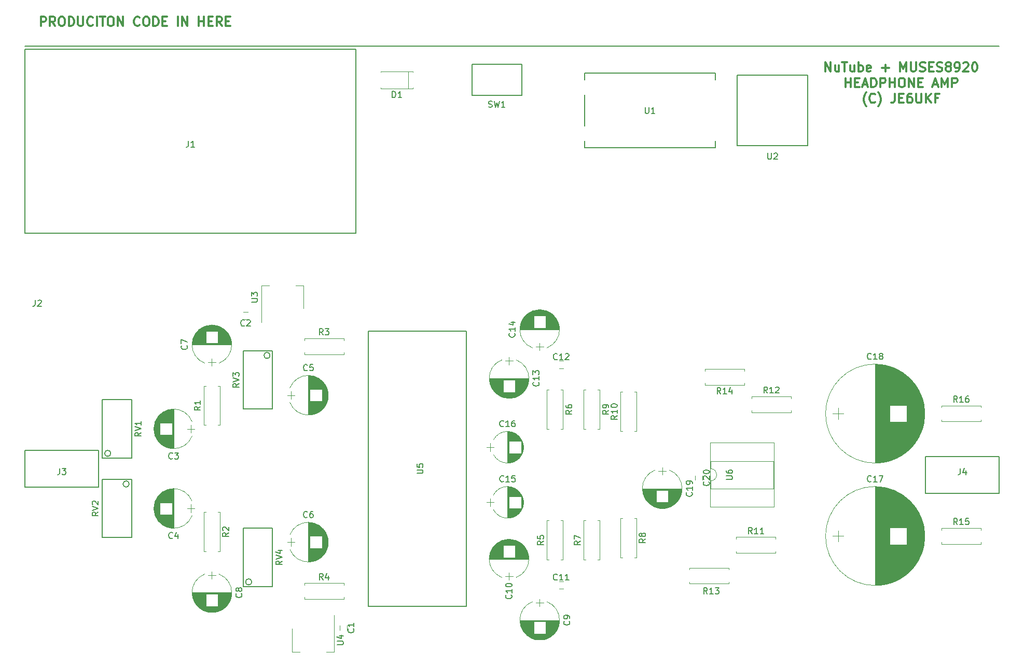
<source format=gbr>
G04 #@! TF.FileFunction,Legend,Top*
%FSLAX46Y46*%
G04 Gerber Fmt 4.6, Leading zero omitted, Abs format (unit mm)*
G04 Created by KiCad (PCBNEW 4.0.7) date 05/17/21 03:00:34*
%MOMM*%
%LPD*%
G01*
G04 APERTURE LIST*
%ADD10C,0.100000*%
%ADD11C,0.300000*%
%ADD12C,0.200000*%
%ADD13C,0.120000*%
%ADD14C,0.150000*%
G04 APERTURE END LIST*
D10*
D11*
X186642858Y-31128571D02*
X186642858Y-29628571D01*
X187500001Y-31128571D01*
X187500001Y-29628571D01*
X188857144Y-30128571D02*
X188857144Y-31128571D01*
X188214287Y-30128571D02*
X188214287Y-30914286D01*
X188285715Y-31057143D01*
X188428573Y-31128571D01*
X188642858Y-31128571D01*
X188785715Y-31057143D01*
X188857144Y-30985714D01*
X189357144Y-29628571D02*
X190214287Y-29628571D01*
X189785716Y-31128571D02*
X189785716Y-29628571D01*
X191357144Y-30128571D02*
X191357144Y-31128571D01*
X190714287Y-30128571D02*
X190714287Y-30914286D01*
X190785715Y-31057143D01*
X190928573Y-31128571D01*
X191142858Y-31128571D01*
X191285715Y-31057143D01*
X191357144Y-30985714D01*
X192071430Y-31128571D02*
X192071430Y-29628571D01*
X192071430Y-30200000D02*
X192214287Y-30128571D01*
X192500001Y-30128571D01*
X192642858Y-30200000D01*
X192714287Y-30271429D01*
X192785716Y-30414286D01*
X192785716Y-30842857D01*
X192714287Y-30985714D01*
X192642858Y-31057143D01*
X192500001Y-31128571D01*
X192214287Y-31128571D01*
X192071430Y-31057143D01*
X194000001Y-31057143D02*
X193857144Y-31128571D01*
X193571430Y-31128571D01*
X193428573Y-31057143D01*
X193357144Y-30914286D01*
X193357144Y-30342857D01*
X193428573Y-30200000D01*
X193571430Y-30128571D01*
X193857144Y-30128571D01*
X194000001Y-30200000D01*
X194071430Y-30342857D01*
X194071430Y-30485714D01*
X193357144Y-30628571D01*
X195857144Y-30557143D02*
X197000001Y-30557143D01*
X196428572Y-31128571D02*
X196428572Y-29985714D01*
X198857144Y-31128571D02*
X198857144Y-29628571D01*
X199357144Y-30700000D01*
X199857144Y-29628571D01*
X199857144Y-31128571D01*
X200571430Y-29628571D02*
X200571430Y-30842857D01*
X200642858Y-30985714D01*
X200714287Y-31057143D01*
X200857144Y-31128571D01*
X201142858Y-31128571D01*
X201285716Y-31057143D01*
X201357144Y-30985714D01*
X201428573Y-30842857D01*
X201428573Y-29628571D01*
X202071430Y-31057143D02*
X202285716Y-31128571D01*
X202642859Y-31128571D01*
X202785716Y-31057143D01*
X202857145Y-30985714D01*
X202928573Y-30842857D01*
X202928573Y-30700000D01*
X202857145Y-30557143D01*
X202785716Y-30485714D01*
X202642859Y-30414286D01*
X202357145Y-30342857D01*
X202214287Y-30271429D01*
X202142859Y-30200000D01*
X202071430Y-30057143D01*
X202071430Y-29914286D01*
X202142859Y-29771429D01*
X202214287Y-29700000D01*
X202357145Y-29628571D01*
X202714287Y-29628571D01*
X202928573Y-29700000D01*
X203571430Y-30342857D02*
X204071430Y-30342857D01*
X204285716Y-31128571D02*
X203571430Y-31128571D01*
X203571430Y-29628571D01*
X204285716Y-29628571D01*
X204857144Y-31057143D02*
X205071430Y-31128571D01*
X205428573Y-31128571D01*
X205571430Y-31057143D01*
X205642859Y-30985714D01*
X205714287Y-30842857D01*
X205714287Y-30700000D01*
X205642859Y-30557143D01*
X205571430Y-30485714D01*
X205428573Y-30414286D01*
X205142859Y-30342857D01*
X205000001Y-30271429D01*
X204928573Y-30200000D01*
X204857144Y-30057143D01*
X204857144Y-29914286D01*
X204928573Y-29771429D01*
X205000001Y-29700000D01*
X205142859Y-29628571D01*
X205500001Y-29628571D01*
X205714287Y-29700000D01*
X206571430Y-30271429D02*
X206428572Y-30200000D01*
X206357144Y-30128571D01*
X206285715Y-29985714D01*
X206285715Y-29914286D01*
X206357144Y-29771429D01*
X206428572Y-29700000D01*
X206571430Y-29628571D01*
X206857144Y-29628571D01*
X207000001Y-29700000D01*
X207071430Y-29771429D01*
X207142858Y-29914286D01*
X207142858Y-29985714D01*
X207071430Y-30128571D01*
X207000001Y-30200000D01*
X206857144Y-30271429D01*
X206571430Y-30271429D01*
X206428572Y-30342857D01*
X206357144Y-30414286D01*
X206285715Y-30557143D01*
X206285715Y-30842857D01*
X206357144Y-30985714D01*
X206428572Y-31057143D01*
X206571430Y-31128571D01*
X206857144Y-31128571D01*
X207000001Y-31057143D01*
X207071430Y-30985714D01*
X207142858Y-30842857D01*
X207142858Y-30557143D01*
X207071430Y-30414286D01*
X207000001Y-30342857D01*
X206857144Y-30271429D01*
X207857143Y-31128571D02*
X208142858Y-31128571D01*
X208285715Y-31057143D01*
X208357143Y-30985714D01*
X208500001Y-30771429D01*
X208571429Y-30485714D01*
X208571429Y-29914286D01*
X208500001Y-29771429D01*
X208428572Y-29700000D01*
X208285715Y-29628571D01*
X208000001Y-29628571D01*
X207857143Y-29700000D01*
X207785715Y-29771429D01*
X207714286Y-29914286D01*
X207714286Y-30271429D01*
X207785715Y-30414286D01*
X207857143Y-30485714D01*
X208000001Y-30557143D01*
X208285715Y-30557143D01*
X208428572Y-30485714D01*
X208500001Y-30414286D01*
X208571429Y-30271429D01*
X209142857Y-29771429D02*
X209214286Y-29700000D01*
X209357143Y-29628571D01*
X209714286Y-29628571D01*
X209857143Y-29700000D01*
X209928572Y-29771429D01*
X210000000Y-29914286D01*
X210000000Y-30057143D01*
X209928572Y-30271429D01*
X209071429Y-31128571D01*
X210000000Y-31128571D01*
X210928571Y-29628571D02*
X211071428Y-29628571D01*
X211214285Y-29700000D01*
X211285714Y-29771429D01*
X211357143Y-29914286D01*
X211428571Y-30200000D01*
X211428571Y-30557143D01*
X211357143Y-30842857D01*
X211285714Y-30985714D01*
X211214285Y-31057143D01*
X211071428Y-31128571D01*
X210928571Y-31128571D01*
X210785714Y-31057143D01*
X210714285Y-30985714D01*
X210642857Y-30842857D01*
X210571428Y-30557143D01*
X210571428Y-30200000D01*
X210642857Y-29914286D01*
X210714285Y-29771429D01*
X210785714Y-29700000D01*
X210928571Y-29628571D01*
X189892857Y-33678571D02*
X189892857Y-32178571D01*
X189892857Y-32892857D02*
X190750000Y-32892857D01*
X190750000Y-33678571D02*
X190750000Y-32178571D01*
X191464286Y-32892857D02*
X191964286Y-32892857D01*
X192178572Y-33678571D02*
X191464286Y-33678571D01*
X191464286Y-32178571D01*
X192178572Y-32178571D01*
X192750000Y-33250000D02*
X193464286Y-33250000D01*
X192607143Y-33678571D02*
X193107143Y-32178571D01*
X193607143Y-33678571D01*
X194107143Y-33678571D02*
X194107143Y-32178571D01*
X194464286Y-32178571D01*
X194678571Y-32250000D01*
X194821429Y-32392857D01*
X194892857Y-32535714D01*
X194964286Y-32821429D01*
X194964286Y-33035714D01*
X194892857Y-33321429D01*
X194821429Y-33464286D01*
X194678571Y-33607143D01*
X194464286Y-33678571D01*
X194107143Y-33678571D01*
X195607143Y-33678571D02*
X195607143Y-32178571D01*
X196178571Y-32178571D01*
X196321429Y-32250000D01*
X196392857Y-32321429D01*
X196464286Y-32464286D01*
X196464286Y-32678571D01*
X196392857Y-32821429D01*
X196321429Y-32892857D01*
X196178571Y-32964286D01*
X195607143Y-32964286D01*
X197107143Y-33678571D02*
X197107143Y-32178571D01*
X197107143Y-32892857D02*
X197964286Y-32892857D01*
X197964286Y-33678571D02*
X197964286Y-32178571D01*
X198964286Y-32178571D02*
X199250000Y-32178571D01*
X199392858Y-32250000D01*
X199535715Y-32392857D01*
X199607143Y-32678571D01*
X199607143Y-33178571D01*
X199535715Y-33464286D01*
X199392858Y-33607143D01*
X199250000Y-33678571D01*
X198964286Y-33678571D01*
X198821429Y-33607143D01*
X198678572Y-33464286D01*
X198607143Y-33178571D01*
X198607143Y-32678571D01*
X198678572Y-32392857D01*
X198821429Y-32250000D01*
X198964286Y-32178571D01*
X200250001Y-33678571D02*
X200250001Y-32178571D01*
X201107144Y-33678571D01*
X201107144Y-32178571D01*
X201821430Y-32892857D02*
X202321430Y-32892857D01*
X202535716Y-33678571D02*
X201821430Y-33678571D01*
X201821430Y-32178571D01*
X202535716Y-32178571D01*
X204250001Y-33250000D02*
X204964287Y-33250000D01*
X204107144Y-33678571D02*
X204607144Y-32178571D01*
X205107144Y-33678571D01*
X205607144Y-33678571D02*
X205607144Y-32178571D01*
X206107144Y-33250000D01*
X206607144Y-32178571D01*
X206607144Y-33678571D01*
X207321430Y-33678571D02*
X207321430Y-32178571D01*
X207892858Y-32178571D01*
X208035716Y-32250000D01*
X208107144Y-32321429D01*
X208178573Y-32464286D01*
X208178573Y-32678571D01*
X208107144Y-32821429D01*
X208035716Y-32892857D01*
X207892858Y-32964286D01*
X207321430Y-32964286D01*
X193321429Y-36800000D02*
X193250001Y-36728571D01*
X193107144Y-36514286D01*
X193035715Y-36371429D01*
X192964286Y-36157143D01*
X192892858Y-35800000D01*
X192892858Y-35514286D01*
X192964286Y-35157143D01*
X193035715Y-34942857D01*
X193107144Y-34800000D01*
X193250001Y-34585714D01*
X193321429Y-34514286D01*
X194750001Y-36085714D02*
X194678572Y-36157143D01*
X194464286Y-36228571D01*
X194321429Y-36228571D01*
X194107144Y-36157143D01*
X193964286Y-36014286D01*
X193892858Y-35871429D01*
X193821429Y-35585714D01*
X193821429Y-35371429D01*
X193892858Y-35085714D01*
X193964286Y-34942857D01*
X194107144Y-34800000D01*
X194321429Y-34728571D01*
X194464286Y-34728571D01*
X194678572Y-34800000D01*
X194750001Y-34871429D01*
X195250001Y-36800000D02*
X195321429Y-36728571D01*
X195464286Y-36514286D01*
X195535715Y-36371429D01*
X195607144Y-36157143D01*
X195678572Y-35800000D01*
X195678572Y-35514286D01*
X195607144Y-35157143D01*
X195535715Y-34942857D01*
X195464286Y-34800000D01*
X195321429Y-34585714D01*
X195250001Y-34514286D01*
X197964286Y-34728571D02*
X197964286Y-35800000D01*
X197892858Y-36014286D01*
X197750001Y-36157143D01*
X197535715Y-36228571D01*
X197392858Y-36228571D01*
X198678572Y-35442857D02*
X199178572Y-35442857D01*
X199392858Y-36228571D02*
X198678572Y-36228571D01*
X198678572Y-34728571D01*
X199392858Y-34728571D01*
X200678572Y-34728571D02*
X200392858Y-34728571D01*
X200250001Y-34800000D01*
X200178572Y-34871429D01*
X200035715Y-35085714D01*
X199964286Y-35371429D01*
X199964286Y-35942857D01*
X200035715Y-36085714D01*
X200107143Y-36157143D01*
X200250001Y-36228571D01*
X200535715Y-36228571D01*
X200678572Y-36157143D01*
X200750001Y-36085714D01*
X200821429Y-35942857D01*
X200821429Y-35585714D01*
X200750001Y-35442857D01*
X200678572Y-35371429D01*
X200535715Y-35300000D01*
X200250001Y-35300000D01*
X200107143Y-35371429D01*
X200035715Y-35442857D01*
X199964286Y-35585714D01*
X201464286Y-34728571D02*
X201464286Y-35942857D01*
X201535714Y-36085714D01*
X201607143Y-36157143D01*
X201750000Y-36228571D01*
X202035714Y-36228571D01*
X202178572Y-36157143D01*
X202250000Y-36085714D01*
X202321429Y-35942857D01*
X202321429Y-34728571D01*
X203035715Y-36228571D02*
X203035715Y-34728571D01*
X203892858Y-36228571D02*
X203250001Y-35371429D01*
X203892858Y-34728571D02*
X203035715Y-35585714D01*
X205035715Y-35442857D02*
X204535715Y-35442857D01*
X204535715Y-36228571D02*
X204535715Y-34728571D01*
X205250001Y-34728571D01*
X58571427Y-23678571D02*
X58571427Y-22178571D01*
X59142855Y-22178571D01*
X59285713Y-22250000D01*
X59357141Y-22321429D01*
X59428570Y-22464286D01*
X59428570Y-22678571D01*
X59357141Y-22821429D01*
X59285713Y-22892857D01*
X59142855Y-22964286D01*
X58571427Y-22964286D01*
X60928570Y-23678571D02*
X60428570Y-22964286D01*
X60071427Y-23678571D02*
X60071427Y-22178571D01*
X60642855Y-22178571D01*
X60785713Y-22250000D01*
X60857141Y-22321429D01*
X60928570Y-22464286D01*
X60928570Y-22678571D01*
X60857141Y-22821429D01*
X60785713Y-22892857D01*
X60642855Y-22964286D01*
X60071427Y-22964286D01*
X61857141Y-22178571D02*
X62142855Y-22178571D01*
X62285713Y-22250000D01*
X62428570Y-22392857D01*
X62499998Y-22678571D01*
X62499998Y-23178571D01*
X62428570Y-23464286D01*
X62285713Y-23607143D01*
X62142855Y-23678571D01*
X61857141Y-23678571D01*
X61714284Y-23607143D01*
X61571427Y-23464286D01*
X61499998Y-23178571D01*
X61499998Y-22678571D01*
X61571427Y-22392857D01*
X61714284Y-22250000D01*
X61857141Y-22178571D01*
X63142856Y-23678571D02*
X63142856Y-22178571D01*
X63499999Y-22178571D01*
X63714284Y-22250000D01*
X63857142Y-22392857D01*
X63928570Y-22535714D01*
X63999999Y-22821429D01*
X63999999Y-23035714D01*
X63928570Y-23321429D01*
X63857142Y-23464286D01*
X63714284Y-23607143D01*
X63499999Y-23678571D01*
X63142856Y-23678571D01*
X64642856Y-22178571D02*
X64642856Y-23392857D01*
X64714284Y-23535714D01*
X64785713Y-23607143D01*
X64928570Y-23678571D01*
X65214284Y-23678571D01*
X65357142Y-23607143D01*
X65428570Y-23535714D01*
X65499999Y-23392857D01*
X65499999Y-22178571D01*
X67071428Y-23535714D02*
X66999999Y-23607143D01*
X66785713Y-23678571D01*
X66642856Y-23678571D01*
X66428571Y-23607143D01*
X66285713Y-23464286D01*
X66214285Y-23321429D01*
X66142856Y-23035714D01*
X66142856Y-22821429D01*
X66214285Y-22535714D01*
X66285713Y-22392857D01*
X66428571Y-22250000D01*
X66642856Y-22178571D01*
X66785713Y-22178571D01*
X66999999Y-22250000D01*
X67071428Y-22321429D01*
X67714285Y-23678571D02*
X67714285Y-22178571D01*
X68214285Y-22178571D02*
X69071428Y-22178571D01*
X68642857Y-23678571D02*
X68642857Y-22178571D01*
X69857142Y-22178571D02*
X70142856Y-22178571D01*
X70285714Y-22250000D01*
X70428571Y-22392857D01*
X70499999Y-22678571D01*
X70499999Y-23178571D01*
X70428571Y-23464286D01*
X70285714Y-23607143D01*
X70142856Y-23678571D01*
X69857142Y-23678571D01*
X69714285Y-23607143D01*
X69571428Y-23464286D01*
X69499999Y-23178571D01*
X69499999Y-22678571D01*
X69571428Y-22392857D01*
X69714285Y-22250000D01*
X69857142Y-22178571D01*
X71142857Y-23678571D02*
X71142857Y-22178571D01*
X72000000Y-23678571D01*
X72000000Y-22178571D01*
X74714286Y-23535714D02*
X74642857Y-23607143D01*
X74428571Y-23678571D01*
X74285714Y-23678571D01*
X74071429Y-23607143D01*
X73928571Y-23464286D01*
X73857143Y-23321429D01*
X73785714Y-23035714D01*
X73785714Y-22821429D01*
X73857143Y-22535714D01*
X73928571Y-22392857D01*
X74071429Y-22250000D01*
X74285714Y-22178571D01*
X74428571Y-22178571D01*
X74642857Y-22250000D01*
X74714286Y-22321429D01*
X75642857Y-22178571D02*
X75928571Y-22178571D01*
X76071429Y-22250000D01*
X76214286Y-22392857D01*
X76285714Y-22678571D01*
X76285714Y-23178571D01*
X76214286Y-23464286D01*
X76071429Y-23607143D01*
X75928571Y-23678571D01*
X75642857Y-23678571D01*
X75500000Y-23607143D01*
X75357143Y-23464286D01*
X75285714Y-23178571D01*
X75285714Y-22678571D01*
X75357143Y-22392857D01*
X75500000Y-22250000D01*
X75642857Y-22178571D01*
X76928572Y-23678571D02*
X76928572Y-22178571D01*
X77285715Y-22178571D01*
X77500000Y-22250000D01*
X77642858Y-22392857D01*
X77714286Y-22535714D01*
X77785715Y-22821429D01*
X77785715Y-23035714D01*
X77714286Y-23321429D01*
X77642858Y-23464286D01*
X77500000Y-23607143D01*
X77285715Y-23678571D01*
X76928572Y-23678571D01*
X78428572Y-22892857D02*
X78928572Y-22892857D01*
X79142858Y-23678571D02*
X78428572Y-23678571D01*
X78428572Y-22178571D01*
X79142858Y-22178571D01*
X80928572Y-23678571D02*
X80928572Y-22178571D01*
X81642858Y-23678571D02*
X81642858Y-22178571D01*
X82500001Y-23678571D01*
X82500001Y-22178571D01*
X84357144Y-23678571D02*
X84357144Y-22178571D01*
X84357144Y-22892857D02*
X85214287Y-22892857D01*
X85214287Y-23678571D02*
X85214287Y-22178571D01*
X85928573Y-22892857D02*
X86428573Y-22892857D01*
X86642859Y-23678571D02*
X85928573Y-23678571D01*
X85928573Y-22178571D01*
X86642859Y-22178571D01*
X88142859Y-23678571D02*
X87642859Y-22964286D01*
X87285716Y-23678571D02*
X87285716Y-22178571D01*
X87857144Y-22178571D01*
X88000002Y-22250000D01*
X88071430Y-22321429D01*
X88142859Y-22464286D01*
X88142859Y-22678571D01*
X88071430Y-22821429D01*
X88000002Y-22892857D01*
X87857144Y-22964286D01*
X87285716Y-22964286D01*
X88785716Y-22892857D02*
X89285716Y-22892857D01*
X89500002Y-23678571D02*
X88785716Y-23678571D01*
X88785716Y-22178571D01*
X89500002Y-22178571D01*
D12*
X56000000Y-27000000D02*
X215000000Y-27000000D01*
D13*
X108600000Y-121650000D02*
X108600000Y-122350000D01*
X107400000Y-122350000D02*
X107400000Y-121650000D01*
X92350000Y-71600000D02*
X91650000Y-71600000D01*
X91650000Y-70400000D02*
X92350000Y-70400000D01*
X77232180Y-90679136D02*
G75*
G03X83267482Y-90680000I3017820J1179136D01*
G01*
X77232180Y-88320864D02*
G75*
G02X83267482Y-88320000I3017820J-1179136D01*
G01*
X77232180Y-88320864D02*
G75*
G03X77232518Y-90680000I3017820J-1179136D01*
G01*
X80250000Y-92700000D02*
X80250000Y-86300000D01*
X80210000Y-92700000D02*
X80210000Y-86300000D01*
X80170000Y-92700000D02*
X80170000Y-86300000D01*
X80130000Y-92698000D02*
X80130000Y-86302000D01*
X80090000Y-92697000D02*
X80090000Y-86303000D01*
X80050000Y-92694000D02*
X80050000Y-86306000D01*
X80010000Y-92692000D02*
X80010000Y-86308000D01*
X79970000Y-92688000D02*
X79970000Y-90480000D01*
X79970000Y-88520000D02*
X79970000Y-86312000D01*
X79930000Y-92685000D02*
X79930000Y-90480000D01*
X79930000Y-88520000D02*
X79930000Y-86315000D01*
X79890000Y-92680000D02*
X79890000Y-90480000D01*
X79890000Y-88520000D02*
X79890000Y-86320000D01*
X79850000Y-92676000D02*
X79850000Y-90480000D01*
X79850000Y-88520000D02*
X79850000Y-86324000D01*
X79810000Y-92670000D02*
X79810000Y-90480000D01*
X79810000Y-88520000D02*
X79810000Y-86330000D01*
X79770000Y-92665000D02*
X79770000Y-90480000D01*
X79770000Y-88520000D02*
X79770000Y-86335000D01*
X79730000Y-92658000D02*
X79730000Y-90480000D01*
X79730000Y-88520000D02*
X79730000Y-86342000D01*
X79690000Y-92652000D02*
X79690000Y-90480000D01*
X79690000Y-88520000D02*
X79690000Y-86348000D01*
X79650000Y-92644000D02*
X79650000Y-90480000D01*
X79650000Y-88520000D02*
X79650000Y-86356000D01*
X79610000Y-92637000D02*
X79610000Y-90480000D01*
X79610000Y-88520000D02*
X79610000Y-86363000D01*
X79570000Y-92628000D02*
X79570000Y-90480000D01*
X79570000Y-88520000D02*
X79570000Y-86372000D01*
X79529000Y-92619000D02*
X79529000Y-90480000D01*
X79529000Y-88520000D02*
X79529000Y-86381000D01*
X79489000Y-92610000D02*
X79489000Y-90480000D01*
X79489000Y-88520000D02*
X79489000Y-86390000D01*
X79449000Y-92600000D02*
X79449000Y-90480000D01*
X79449000Y-88520000D02*
X79449000Y-86400000D01*
X79409000Y-92590000D02*
X79409000Y-90480000D01*
X79409000Y-88520000D02*
X79409000Y-86410000D01*
X79369000Y-92579000D02*
X79369000Y-90480000D01*
X79369000Y-88520000D02*
X79369000Y-86421000D01*
X79329000Y-92567000D02*
X79329000Y-90480000D01*
X79329000Y-88520000D02*
X79329000Y-86433000D01*
X79289000Y-92555000D02*
X79289000Y-90480000D01*
X79289000Y-88520000D02*
X79289000Y-86445000D01*
X79249000Y-92542000D02*
X79249000Y-90480000D01*
X79249000Y-88520000D02*
X79249000Y-86458000D01*
X79209000Y-92529000D02*
X79209000Y-90480000D01*
X79209000Y-88520000D02*
X79209000Y-86471000D01*
X79169000Y-92515000D02*
X79169000Y-90480000D01*
X79169000Y-88520000D02*
X79169000Y-86485000D01*
X79129000Y-92501000D02*
X79129000Y-90480000D01*
X79129000Y-88520000D02*
X79129000Y-86499000D01*
X79089000Y-92486000D02*
X79089000Y-90480000D01*
X79089000Y-88520000D02*
X79089000Y-86514000D01*
X79049000Y-92470000D02*
X79049000Y-90480000D01*
X79049000Y-88520000D02*
X79049000Y-86530000D01*
X79009000Y-92454000D02*
X79009000Y-90480000D01*
X79009000Y-88520000D02*
X79009000Y-86546000D01*
X78969000Y-92437000D02*
X78969000Y-90480000D01*
X78969000Y-88520000D02*
X78969000Y-86563000D01*
X78929000Y-92419000D02*
X78929000Y-90480000D01*
X78929000Y-88520000D02*
X78929000Y-86581000D01*
X78889000Y-92401000D02*
X78889000Y-90480000D01*
X78889000Y-88520000D02*
X78889000Y-86599000D01*
X78849000Y-92382000D02*
X78849000Y-90480000D01*
X78849000Y-88520000D02*
X78849000Y-86618000D01*
X78809000Y-92363000D02*
X78809000Y-90480000D01*
X78809000Y-88520000D02*
X78809000Y-86637000D01*
X78769000Y-92343000D02*
X78769000Y-90480000D01*
X78769000Y-88520000D02*
X78769000Y-86657000D01*
X78729000Y-92322000D02*
X78729000Y-90480000D01*
X78729000Y-88520000D02*
X78729000Y-86678000D01*
X78689000Y-92300000D02*
X78689000Y-90480000D01*
X78689000Y-88520000D02*
X78689000Y-86700000D01*
X78649000Y-92278000D02*
X78649000Y-90480000D01*
X78649000Y-88520000D02*
X78649000Y-86722000D01*
X78609000Y-92255000D02*
X78609000Y-90480000D01*
X78609000Y-88520000D02*
X78609000Y-86745000D01*
X78569000Y-92231000D02*
X78569000Y-90480000D01*
X78569000Y-88520000D02*
X78569000Y-86769000D01*
X78529000Y-92206000D02*
X78529000Y-90480000D01*
X78529000Y-88520000D02*
X78529000Y-86794000D01*
X78489000Y-92181000D02*
X78489000Y-90480000D01*
X78489000Y-88520000D02*
X78489000Y-86819000D01*
X78449000Y-92154000D02*
X78449000Y-90480000D01*
X78449000Y-88520000D02*
X78449000Y-86846000D01*
X78409000Y-92127000D02*
X78409000Y-90480000D01*
X78409000Y-88520000D02*
X78409000Y-86873000D01*
X78369000Y-92099000D02*
X78369000Y-90480000D01*
X78369000Y-88520000D02*
X78369000Y-86901000D01*
X78329000Y-92070000D02*
X78329000Y-90480000D01*
X78329000Y-88520000D02*
X78329000Y-86930000D01*
X78289000Y-92040000D02*
X78289000Y-90480000D01*
X78289000Y-88520000D02*
X78289000Y-86960000D01*
X78249000Y-92010000D02*
X78249000Y-90480000D01*
X78249000Y-88520000D02*
X78249000Y-86990000D01*
X78209000Y-91978000D02*
X78209000Y-90480000D01*
X78209000Y-88520000D02*
X78209000Y-87022000D01*
X78169000Y-91945000D02*
X78169000Y-90480000D01*
X78169000Y-88520000D02*
X78169000Y-87055000D01*
X78129000Y-91911000D02*
X78129000Y-90480000D01*
X78129000Y-88520000D02*
X78129000Y-87089000D01*
X78089000Y-91875000D02*
X78089000Y-90480000D01*
X78089000Y-88520000D02*
X78089000Y-87125000D01*
X78049000Y-91839000D02*
X78049000Y-90480000D01*
X78049000Y-88520000D02*
X78049000Y-87161000D01*
X78009000Y-91801000D02*
X78009000Y-87199000D01*
X77969000Y-91762000D02*
X77969000Y-87238000D01*
X77929000Y-91722000D02*
X77929000Y-87278000D01*
X77889000Y-91680000D02*
X77889000Y-87320000D01*
X77849000Y-91637000D02*
X77849000Y-87363000D01*
X77809000Y-91592000D02*
X77809000Y-87408000D01*
X77769000Y-91545000D02*
X77769000Y-87455000D01*
X77729000Y-91497000D02*
X77729000Y-87503000D01*
X77689000Y-91446000D02*
X77689000Y-87554000D01*
X77649000Y-91394000D02*
X77649000Y-87606000D01*
X77609000Y-91339000D02*
X77609000Y-87661000D01*
X77569000Y-91281000D02*
X77569000Y-87719000D01*
X77529000Y-91221000D02*
X77529000Y-87779000D01*
X77489000Y-91158000D02*
X77489000Y-87842000D01*
X77449000Y-91091000D02*
X77449000Y-87909000D01*
X77409000Y-91020000D02*
X77409000Y-87980000D01*
X77369000Y-90945000D02*
X77369000Y-88055000D01*
X77329000Y-90864000D02*
X77329000Y-88136000D01*
X77289000Y-90778000D02*
X77289000Y-88222000D01*
X77249000Y-90684000D02*
X77249000Y-88316000D01*
X77209000Y-90581000D02*
X77209000Y-88419000D01*
X77169000Y-90466000D02*
X77169000Y-88534000D01*
X77129000Y-90334000D02*
X77129000Y-88666000D01*
X77089000Y-90176000D02*
X77089000Y-88824000D01*
X77049000Y-89968000D02*
X77049000Y-89032000D01*
X83700000Y-89500000D02*
X82500000Y-89500000D01*
X83100000Y-90150000D02*
X83100000Y-88850000D01*
X77232180Y-103679136D02*
G75*
G03X83267482Y-103680000I3017820J1179136D01*
G01*
X77232180Y-101320864D02*
G75*
G02X83267482Y-101320000I3017820J-1179136D01*
G01*
X77232180Y-101320864D02*
G75*
G03X77232518Y-103680000I3017820J-1179136D01*
G01*
X80250000Y-105700000D02*
X80250000Y-99300000D01*
X80210000Y-105700000D02*
X80210000Y-99300000D01*
X80170000Y-105700000D02*
X80170000Y-99300000D01*
X80130000Y-105698000D02*
X80130000Y-99302000D01*
X80090000Y-105697000D02*
X80090000Y-99303000D01*
X80050000Y-105694000D02*
X80050000Y-99306000D01*
X80010000Y-105692000D02*
X80010000Y-99308000D01*
X79970000Y-105688000D02*
X79970000Y-103480000D01*
X79970000Y-101520000D02*
X79970000Y-99312000D01*
X79930000Y-105685000D02*
X79930000Y-103480000D01*
X79930000Y-101520000D02*
X79930000Y-99315000D01*
X79890000Y-105680000D02*
X79890000Y-103480000D01*
X79890000Y-101520000D02*
X79890000Y-99320000D01*
X79850000Y-105676000D02*
X79850000Y-103480000D01*
X79850000Y-101520000D02*
X79850000Y-99324000D01*
X79810000Y-105670000D02*
X79810000Y-103480000D01*
X79810000Y-101520000D02*
X79810000Y-99330000D01*
X79770000Y-105665000D02*
X79770000Y-103480000D01*
X79770000Y-101520000D02*
X79770000Y-99335000D01*
X79730000Y-105658000D02*
X79730000Y-103480000D01*
X79730000Y-101520000D02*
X79730000Y-99342000D01*
X79690000Y-105652000D02*
X79690000Y-103480000D01*
X79690000Y-101520000D02*
X79690000Y-99348000D01*
X79650000Y-105644000D02*
X79650000Y-103480000D01*
X79650000Y-101520000D02*
X79650000Y-99356000D01*
X79610000Y-105637000D02*
X79610000Y-103480000D01*
X79610000Y-101520000D02*
X79610000Y-99363000D01*
X79570000Y-105628000D02*
X79570000Y-103480000D01*
X79570000Y-101520000D02*
X79570000Y-99372000D01*
X79529000Y-105619000D02*
X79529000Y-103480000D01*
X79529000Y-101520000D02*
X79529000Y-99381000D01*
X79489000Y-105610000D02*
X79489000Y-103480000D01*
X79489000Y-101520000D02*
X79489000Y-99390000D01*
X79449000Y-105600000D02*
X79449000Y-103480000D01*
X79449000Y-101520000D02*
X79449000Y-99400000D01*
X79409000Y-105590000D02*
X79409000Y-103480000D01*
X79409000Y-101520000D02*
X79409000Y-99410000D01*
X79369000Y-105579000D02*
X79369000Y-103480000D01*
X79369000Y-101520000D02*
X79369000Y-99421000D01*
X79329000Y-105567000D02*
X79329000Y-103480000D01*
X79329000Y-101520000D02*
X79329000Y-99433000D01*
X79289000Y-105555000D02*
X79289000Y-103480000D01*
X79289000Y-101520000D02*
X79289000Y-99445000D01*
X79249000Y-105542000D02*
X79249000Y-103480000D01*
X79249000Y-101520000D02*
X79249000Y-99458000D01*
X79209000Y-105529000D02*
X79209000Y-103480000D01*
X79209000Y-101520000D02*
X79209000Y-99471000D01*
X79169000Y-105515000D02*
X79169000Y-103480000D01*
X79169000Y-101520000D02*
X79169000Y-99485000D01*
X79129000Y-105501000D02*
X79129000Y-103480000D01*
X79129000Y-101520000D02*
X79129000Y-99499000D01*
X79089000Y-105486000D02*
X79089000Y-103480000D01*
X79089000Y-101520000D02*
X79089000Y-99514000D01*
X79049000Y-105470000D02*
X79049000Y-103480000D01*
X79049000Y-101520000D02*
X79049000Y-99530000D01*
X79009000Y-105454000D02*
X79009000Y-103480000D01*
X79009000Y-101520000D02*
X79009000Y-99546000D01*
X78969000Y-105437000D02*
X78969000Y-103480000D01*
X78969000Y-101520000D02*
X78969000Y-99563000D01*
X78929000Y-105419000D02*
X78929000Y-103480000D01*
X78929000Y-101520000D02*
X78929000Y-99581000D01*
X78889000Y-105401000D02*
X78889000Y-103480000D01*
X78889000Y-101520000D02*
X78889000Y-99599000D01*
X78849000Y-105382000D02*
X78849000Y-103480000D01*
X78849000Y-101520000D02*
X78849000Y-99618000D01*
X78809000Y-105363000D02*
X78809000Y-103480000D01*
X78809000Y-101520000D02*
X78809000Y-99637000D01*
X78769000Y-105343000D02*
X78769000Y-103480000D01*
X78769000Y-101520000D02*
X78769000Y-99657000D01*
X78729000Y-105322000D02*
X78729000Y-103480000D01*
X78729000Y-101520000D02*
X78729000Y-99678000D01*
X78689000Y-105300000D02*
X78689000Y-103480000D01*
X78689000Y-101520000D02*
X78689000Y-99700000D01*
X78649000Y-105278000D02*
X78649000Y-103480000D01*
X78649000Y-101520000D02*
X78649000Y-99722000D01*
X78609000Y-105255000D02*
X78609000Y-103480000D01*
X78609000Y-101520000D02*
X78609000Y-99745000D01*
X78569000Y-105231000D02*
X78569000Y-103480000D01*
X78569000Y-101520000D02*
X78569000Y-99769000D01*
X78529000Y-105206000D02*
X78529000Y-103480000D01*
X78529000Y-101520000D02*
X78529000Y-99794000D01*
X78489000Y-105181000D02*
X78489000Y-103480000D01*
X78489000Y-101520000D02*
X78489000Y-99819000D01*
X78449000Y-105154000D02*
X78449000Y-103480000D01*
X78449000Y-101520000D02*
X78449000Y-99846000D01*
X78409000Y-105127000D02*
X78409000Y-103480000D01*
X78409000Y-101520000D02*
X78409000Y-99873000D01*
X78369000Y-105099000D02*
X78369000Y-103480000D01*
X78369000Y-101520000D02*
X78369000Y-99901000D01*
X78329000Y-105070000D02*
X78329000Y-103480000D01*
X78329000Y-101520000D02*
X78329000Y-99930000D01*
X78289000Y-105040000D02*
X78289000Y-103480000D01*
X78289000Y-101520000D02*
X78289000Y-99960000D01*
X78249000Y-105010000D02*
X78249000Y-103480000D01*
X78249000Y-101520000D02*
X78249000Y-99990000D01*
X78209000Y-104978000D02*
X78209000Y-103480000D01*
X78209000Y-101520000D02*
X78209000Y-100022000D01*
X78169000Y-104945000D02*
X78169000Y-103480000D01*
X78169000Y-101520000D02*
X78169000Y-100055000D01*
X78129000Y-104911000D02*
X78129000Y-103480000D01*
X78129000Y-101520000D02*
X78129000Y-100089000D01*
X78089000Y-104875000D02*
X78089000Y-103480000D01*
X78089000Y-101520000D02*
X78089000Y-100125000D01*
X78049000Y-104839000D02*
X78049000Y-103480000D01*
X78049000Y-101520000D02*
X78049000Y-100161000D01*
X78009000Y-104801000D02*
X78009000Y-100199000D01*
X77969000Y-104762000D02*
X77969000Y-100238000D01*
X77929000Y-104722000D02*
X77929000Y-100278000D01*
X77889000Y-104680000D02*
X77889000Y-100320000D01*
X77849000Y-104637000D02*
X77849000Y-100363000D01*
X77809000Y-104592000D02*
X77809000Y-100408000D01*
X77769000Y-104545000D02*
X77769000Y-100455000D01*
X77729000Y-104497000D02*
X77729000Y-100503000D01*
X77689000Y-104446000D02*
X77689000Y-100554000D01*
X77649000Y-104394000D02*
X77649000Y-100606000D01*
X77609000Y-104339000D02*
X77609000Y-100661000D01*
X77569000Y-104281000D02*
X77569000Y-100719000D01*
X77529000Y-104221000D02*
X77529000Y-100779000D01*
X77489000Y-104158000D02*
X77489000Y-100842000D01*
X77449000Y-104091000D02*
X77449000Y-100909000D01*
X77409000Y-104020000D02*
X77409000Y-100980000D01*
X77369000Y-103945000D02*
X77369000Y-101055000D01*
X77329000Y-103864000D02*
X77329000Y-101136000D01*
X77289000Y-103778000D02*
X77289000Y-101222000D01*
X77249000Y-103684000D02*
X77249000Y-101316000D01*
X77209000Y-103581000D02*
X77209000Y-101419000D01*
X77169000Y-103466000D02*
X77169000Y-101534000D01*
X77129000Y-103334000D02*
X77129000Y-101666000D01*
X77089000Y-103176000D02*
X77089000Y-101824000D01*
X77049000Y-102968000D02*
X77049000Y-102032000D01*
X83700000Y-102500000D02*
X82500000Y-102500000D01*
X83100000Y-103150000D02*
X83100000Y-101850000D01*
X105267820Y-82820864D02*
G75*
G03X99232518Y-82820000I-3017820J-1179136D01*
G01*
X105267820Y-85179136D02*
G75*
G02X99232518Y-85180000I-3017820J1179136D01*
G01*
X105267820Y-85179136D02*
G75*
G03X105267482Y-82820000I-3017820J1179136D01*
G01*
X102250000Y-80800000D02*
X102250000Y-87200000D01*
X102290000Y-80800000D02*
X102290000Y-87200000D01*
X102330000Y-80800000D02*
X102330000Y-87200000D01*
X102370000Y-80802000D02*
X102370000Y-87198000D01*
X102410000Y-80803000D02*
X102410000Y-87197000D01*
X102450000Y-80806000D02*
X102450000Y-87194000D01*
X102490000Y-80808000D02*
X102490000Y-87192000D01*
X102530000Y-80812000D02*
X102530000Y-83020000D01*
X102530000Y-84980000D02*
X102530000Y-87188000D01*
X102570000Y-80815000D02*
X102570000Y-83020000D01*
X102570000Y-84980000D02*
X102570000Y-87185000D01*
X102610000Y-80820000D02*
X102610000Y-83020000D01*
X102610000Y-84980000D02*
X102610000Y-87180000D01*
X102650000Y-80824000D02*
X102650000Y-83020000D01*
X102650000Y-84980000D02*
X102650000Y-87176000D01*
X102690000Y-80830000D02*
X102690000Y-83020000D01*
X102690000Y-84980000D02*
X102690000Y-87170000D01*
X102730000Y-80835000D02*
X102730000Y-83020000D01*
X102730000Y-84980000D02*
X102730000Y-87165000D01*
X102770000Y-80842000D02*
X102770000Y-83020000D01*
X102770000Y-84980000D02*
X102770000Y-87158000D01*
X102810000Y-80848000D02*
X102810000Y-83020000D01*
X102810000Y-84980000D02*
X102810000Y-87152000D01*
X102850000Y-80856000D02*
X102850000Y-83020000D01*
X102850000Y-84980000D02*
X102850000Y-87144000D01*
X102890000Y-80863000D02*
X102890000Y-83020000D01*
X102890000Y-84980000D02*
X102890000Y-87137000D01*
X102930000Y-80872000D02*
X102930000Y-83020000D01*
X102930000Y-84980000D02*
X102930000Y-87128000D01*
X102971000Y-80881000D02*
X102971000Y-83020000D01*
X102971000Y-84980000D02*
X102971000Y-87119000D01*
X103011000Y-80890000D02*
X103011000Y-83020000D01*
X103011000Y-84980000D02*
X103011000Y-87110000D01*
X103051000Y-80900000D02*
X103051000Y-83020000D01*
X103051000Y-84980000D02*
X103051000Y-87100000D01*
X103091000Y-80910000D02*
X103091000Y-83020000D01*
X103091000Y-84980000D02*
X103091000Y-87090000D01*
X103131000Y-80921000D02*
X103131000Y-83020000D01*
X103131000Y-84980000D02*
X103131000Y-87079000D01*
X103171000Y-80933000D02*
X103171000Y-83020000D01*
X103171000Y-84980000D02*
X103171000Y-87067000D01*
X103211000Y-80945000D02*
X103211000Y-83020000D01*
X103211000Y-84980000D02*
X103211000Y-87055000D01*
X103251000Y-80958000D02*
X103251000Y-83020000D01*
X103251000Y-84980000D02*
X103251000Y-87042000D01*
X103291000Y-80971000D02*
X103291000Y-83020000D01*
X103291000Y-84980000D02*
X103291000Y-87029000D01*
X103331000Y-80985000D02*
X103331000Y-83020000D01*
X103331000Y-84980000D02*
X103331000Y-87015000D01*
X103371000Y-80999000D02*
X103371000Y-83020000D01*
X103371000Y-84980000D02*
X103371000Y-87001000D01*
X103411000Y-81014000D02*
X103411000Y-83020000D01*
X103411000Y-84980000D02*
X103411000Y-86986000D01*
X103451000Y-81030000D02*
X103451000Y-83020000D01*
X103451000Y-84980000D02*
X103451000Y-86970000D01*
X103491000Y-81046000D02*
X103491000Y-83020000D01*
X103491000Y-84980000D02*
X103491000Y-86954000D01*
X103531000Y-81063000D02*
X103531000Y-83020000D01*
X103531000Y-84980000D02*
X103531000Y-86937000D01*
X103571000Y-81081000D02*
X103571000Y-83020000D01*
X103571000Y-84980000D02*
X103571000Y-86919000D01*
X103611000Y-81099000D02*
X103611000Y-83020000D01*
X103611000Y-84980000D02*
X103611000Y-86901000D01*
X103651000Y-81118000D02*
X103651000Y-83020000D01*
X103651000Y-84980000D02*
X103651000Y-86882000D01*
X103691000Y-81137000D02*
X103691000Y-83020000D01*
X103691000Y-84980000D02*
X103691000Y-86863000D01*
X103731000Y-81157000D02*
X103731000Y-83020000D01*
X103731000Y-84980000D02*
X103731000Y-86843000D01*
X103771000Y-81178000D02*
X103771000Y-83020000D01*
X103771000Y-84980000D02*
X103771000Y-86822000D01*
X103811000Y-81200000D02*
X103811000Y-83020000D01*
X103811000Y-84980000D02*
X103811000Y-86800000D01*
X103851000Y-81222000D02*
X103851000Y-83020000D01*
X103851000Y-84980000D02*
X103851000Y-86778000D01*
X103891000Y-81245000D02*
X103891000Y-83020000D01*
X103891000Y-84980000D02*
X103891000Y-86755000D01*
X103931000Y-81269000D02*
X103931000Y-83020000D01*
X103931000Y-84980000D02*
X103931000Y-86731000D01*
X103971000Y-81294000D02*
X103971000Y-83020000D01*
X103971000Y-84980000D02*
X103971000Y-86706000D01*
X104011000Y-81319000D02*
X104011000Y-83020000D01*
X104011000Y-84980000D02*
X104011000Y-86681000D01*
X104051000Y-81346000D02*
X104051000Y-83020000D01*
X104051000Y-84980000D02*
X104051000Y-86654000D01*
X104091000Y-81373000D02*
X104091000Y-83020000D01*
X104091000Y-84980000D02*
X104091000Y-86627000D01*
X104131000Y-81401000D02*
X104131000Y-83020000D01*
X104131000Y-84980000D02*
X104131000Y-86599000D01*
X104171000Y-81430000D02*
X104171000Y-83020000D01*
X104171000Y-84980000D02*
X104171000Y-86570000D01*
X104211000Y-81460000D02*
X104211000Y-83020000D01*
X104211000Y-84980000D02*
X104211000Y-86540000D01*
X104251000Y-81490000D02*
X104251000Y-83020000D01*
X104251000Y-84980000D02*
X104251000Y-86510000D01*
X104291000Y-81522000D02*
X104291000Y-83020000D01*
X104291000Y-84980000D02*
X104291000Y-86478000D01*
X104331000Y-81555000D02*
X104331000Y-83020000D01*
X104331000Y-84980000D02*
X104331000Y-86445000D01*
X104371000Y-81589000D02*
X104371000Y-83020000D01*
X104371000Y-84980000D02*
X104371000Y-86411000D01*
X104411000Y-81625000D02*
X104411000Y-83020000D01*
X104411000Y-84980000D02*
X104411000Y-86375000D01*
X104451000Y-81661000D02*
X104451000Y-83020000D01*
X104451000Y-84980000D02*
X104451000Y-86339000D01*
X104491000Y-81699000D02*
X104491000Y-86301000D01*
X104531000Y-81738000D02*
X104531000Y-86262000D01*
X104571000Y-81778000D02*
X104571000Y-86222000D01*
X104611000Y-81820000D02*
X104611000Y-86180000D01*
X104651000Y-81863000D02*
X104651000Y-86137000D01*
X104691000Y-81908000D02*
X104691000Y-86092000D01*
X104731000Y-81955000D02*
X104731000Y-86045000D01*
X104771000Y-82003000D02*
X104771000Y-85997000D01*
X104811000Y-82054000D02*
X104811000Y-85946000D01*
X104851000Y-82106000D02*
X104851000Y-85894000D01*
X104891000Y-82161000D02*
X104891000Y-85839000D01*
X104931000Y-82219000D02*
X104931000Y-85781000D01*
X104971000Y-82279000D02*
X104971000Y-85721000D01*
X105011000Y-82342000D02*
X105011000Y-85658000D01*
X105051000Y-82409000D02*
X105051000Y-85591000D01*
X105091000Y-82480000D02*
X105091000Y-85520000D01*
X105131000Y-82555000D02*
X105131000Y-85445000D01*
X105171000Y-82636000D02*
X105171000Y-85364000D01*
X105211000Y-82722000D02*
X105211000Y-85278000D01*
X105251000Y-82816000D02*
X105251000Y-85184000D01*
X105291000Y-82919000D02*
X105291000Y-85081000D01*
X105331000Y-83034000D02*
X105331000Y-84966000D01*
X105371000Y-83166000D02*
X105371000Y-84834000D01*
X105411000Y-83324000D02*
X105411000Y-84676000D01*
X105451000Y-83532000D02*
X105451000Y-84468000D01*
X98800000Y-84000000D02*
X100000000Y-84000000D01*
X99400000Y-83350000D02*
X99400000Y-84650000D01*
X105267820Y-106820864D02*
G75*
G03X99232518Y-106820000I-3017820J-1179136D01*
G01*
X105267820Y-109179136D02*
G75*
G02X99232518Y-109180000I-3017820J1179136D01*
G01*
X105267820Y-109179136D02*
G75*
G03X105267482Y-106820000I-3017820J1179136D01*
G01*
X102250000Y-104800000D02*
X102250000Y-111200000D01*
X102290000Y-104800000D02*
X102290000Y-111200000D01*
X102330000Y-104800000D02*
X102330000Y-111200000D01*
X102370000Y-104802000D02*
X102370000Y-111198000D01*
X102410000Y-104803000D02*
X102410000Y-111197000D01*
X102450000Y-104806000D02*
X102450000Y-111194000D01*
X102490000Y-104808000D02*
X102490000Y-111192000D01*
X102530000Y-104812000D02*
X102530000Y-107020000D01*
X102530000Y-108980000D02*
X102530000Y-111188000D01*
X102570000Y-104815000D02*
X102570000Y-107020000D01*
X102570000Y-108980000D02*
X102570000Y-111185000D01*
X102610000Y-104820000D02*
X102610000Y-107020000D01*
X102610000Y-108980000D02*
X102610000Y-111180000D01*
X102650000Y-104824000D02*
X102650000Y-107020000D01*
X102650000Y-108980000D02*
X102650000Y-111176000D01*
X102690000Y-104830000D02*
X102690000Y-107020000D01*
X102690000Y-108980000D02*
X102690000Y-111170000D01*
X102730000Y-104835000D02*
X102730000Y-107020000D01*
X102730000Y-108980000D02*
X102730000Y-111165000D01*
X102770000Y-104842000D02*
X102770000Y-107020000D01*
X102770000Y-108980000D02*
X102770000Y-111158000D01*
X102810000Y-104848000D02*
X102810000Y-107020000D01*
X102810000Y-108980000D02*
X102810000Y-111152000D01*
X102850000Y-104856000D02*
X102850000Y-107020000D01*
X102850000Y-108980000D02*
X102850000Y-111144000D01*
X102890000Y-104863000D02*
X102890000Y-107020000D01*
X102890000Y-108980000D02*
X102890000Y-111137000D01*
X102930000Y-104872000D02*
X102930000Y-107020000D01*
X102930000Y-108980000D02*
X102930000Y-111128000D01*
X102971000Y-104881000D02*
X102971000Y-107020000D01*
X102971000Y-108980000D02*
X102971000Y-111119000D01*
X103011000Y-104890000D02*
X103011000Y-107020000D01*
X103011000Y-108980000D02*
X103011000Y-111110000D01*
X103051000Y-104900000D02*
X103051000Y-107020000D01*
X103051000Y-108980000D02*
X103051000Y-111100000D01*
X103091000Y-104910000D02*
X103091000Y-107020000D01*
X103091000Y-108980000D02*
X103091000Y-111090000D01*
X103131000Y-104921000D02*
X103131000Y-107020000D01*
X103131000Y-108980000D02*
X103131000Y-111079000D01*
X103171000Y-104933000D02*
X103171000Y-107020000D01*
X103171000Y-108980000D02*
X103171000Y-111067000D01*
X103211000Y-104945000D02*
X103211000Y-107020000D01*
X103211000Y-108980000D02*
X103211000Y-111055000D01*
X103251000Y-104958000D02*
X103251000Y-107020000D01*
X103251000Y-108980000D02*
X103251000Y-111042000D01*
X103291000Y-104971000D02*
X103291000Y-107020000D01*
X103291000Y-108980000D02*
X103291000Y-111029000D01*
X103331000Y-104985000D02*
X103331000Y-107020000D01*
X103331000Y-108980000D02*
X103331000Y-111015000D01*
X103371000Y-104999000D02*
X103371000Y-107020000D01*
X103371000Y-108980000D02*
X103371000Y-111001000D01*
X103411000Y-105014000D02*
X103411000Y-107020000D01*
X103411000Y-108980000D02*
X103411000Y-110986000D01*
X103451000Y-105030000D02*
X103451000Y-107020000D01*
X103451000Y-108980000D02*
X103451000Y-110970000D01*
X103491000Y-105046000D02*
X103491000Y-107020000D01*
X103491000Y-108980000D02*
X103491000Y-110954000D01*
X103531000Y-105063000D02*
X103531000Y-107020000D01*
X103531000Y-108980000D02*
X103531000Y-110937000D01*
X103571000Y-105081000D02*
X103571000Y-107020000D01*
X103571000Y-108980000D02*
X103571000Y-110919000D01*
X103611000Y-105099000D02*
X103611000Y-107020000D01*
X103611000Y-108980000D02*
X103611000Y-110901000D01*
X103651000Y-105118000D02*
X103651000Y-107020000D01*
X103651000Y-108980000D02*
X103651000Y-110882000D01*
X103691000Y-105137000D02*
X103691000Y-107020000D01*
X103691000Y-108980000D02*
X103691000Y-110863000D01*
X103731000Y-105157000D02*
X103731000Y-107020000D01*
X103731000Y-108980000D02*
X103731000Y-110843000D01*
X103771000Y-105178000D02*
X103771000Y-107020000D01*
X103771000Y-108980000D02*
X103771000Y-110822000D01*
X103811000Y-105200000D02*
X103811000Y-107020000D01*
X103811000Y-108980000D02*
X103811000Y-110800000D01*
X103851000Y-105222000D02*
X103851000Y-107020000D01*
X103851000Y-108980000D02*
X103851000Y-110778000D01*
X103891000Y-105245000D02*
X103891000Y-107020000D01*
X103891000Y-108980000D02*
X103891000Y-110755000D01*
X103931000Y-105269000D02*
X103931000Y-107020000D01*
X103931000Y-108980000D02*
X103931000Y-110731000D01*
X103971000Y-105294000D02*
X103971000Y-107020000D01*
X103971000Y-108980000D02*
X103971000Y-110706000D01*
X104011000Y-105319000D02*
X104011000Y-107020000D01*
X104011000Y-108980000D02*
X104011000Y-110681000D01*
X104051000Y-105346000D02*
X104051000Y-107020000D01*
X104051000Y-108980000D02*
X104051000Y-110654000D01*
X104091000Y-105373000D02*
X104091000Y-107020000D01*
X104091000Y-108980000D02*
X104091000Y-110627000D01*
X104131000Y-105401000D02*
X104131000Y-107020000D01*
X104131000Y-108980000D02*
X104131000Y-110599000D01*
X104171000Y-105430000D02*
X104171000Y-107020000D01*
X104171000Y-108980000D02*
X104171000Y-110570000D01*
X104211000Y-105460000D02*
X104211000Y-107020000D01*
X104211000Y-108980000D02*
X104211000Y-110540000D01*
X104251000Y-105490000D02*
X104251000Y-107020000D01*
X104251000Y-108980000D02*
X104251000Y-110510000D01*
X104291000Y-105522000D02*
X104291000Y-107020000D01*
X104291000Y-108980000D02*
X104291000Y-110478000D01*
X104331000Y-105555000D02*
X104331000Y-107020000D01*
X104331000Y-108980000D02*
X104331000Y-110445000D01*
X104371000Y-105589000D02*
X104371000Y-107020000D01*
X104371000Y-108980000D02*
X104371000Y-110411000D01*
X104411000Y-105625000D02*
X104411000Y-107020000D01*
X104411000Y-108980000D02*
X104411000Y-110375000D01*
X104451000Y-105661000D02*
X104451000Y-107020000D01*
X104451000Y-108980000D02*
X104451000Y-110339000D01*
X104491000Y-105699000D02*
X104491000Y-110301000D01*
X104531000Y-105738000D02*
X104531000Y-110262000D01*
X104571000Y-105778000D02*
X104571000Y-110222000D01*
X104611000Y-105820000D02*
X104611000Y-110180000D01*
X104651000Y-105863000D02*
X104651000Y-110137000D01*
X104691000Y-105908000D02*
X104691000Y-110092000D01*
X104731000Y-105955000D02*
X104731000Y-110045000D01*
X104771000Y-106003000D02*
X104771000Y-109997000D01*
X104811000Y-106054000D02*
X104811000Y-109946000D01*
X104851000Y-106106000D02*
X104851000Y-109894000D01*
X104891000Y-106161000D02*
X104891000Y-109839000D01*
X104931000Y-106219000D02*
X104931000Y-109781000D01*
X104971000Y-106279000D02*
X104971000Y-109721000D01*
X105011000Y-106342000D02*
X105011000Y-109658000D01*
X105051000Y-106409000D02*
X105051000Y-109591000D01*
X105091000Y-106480000D02*
X105091000Y-109520000D01*
X105131000Y-106555000D02*
X105131000Y-109445000D01*
X105171000Y-106636000D02*
X105171000Y-109364000D01*
X105211000Y-106722000D02*
X105211000Y-109278000D01*
X105251000Y-106816000D02*
X105251000Y-109184000D01*
X105291000Y-106919000D02*
X105291000Y-109081000D01*
X105331000Y-107034000D02*
X105331000Y-108966000D01*
X105371000Y-107166000D02*
X105371000Y-108834000D01*
X105411000Y-107324000D02*
X105411000Y-108676000D01*
X105451000Y-107532000D02*
X105451000Y-108468000D01*
X98800000Y-108000000D02*
X100000000Y-108000000D01*
X99400000Y-107350000D02*
X99400000Y-108650000D01*
X85320864Y-72732180D02*
G75*
G03X85320000Y-78767482I1179136J-3017820D01*
G01*
X87679136Y-72732180D02*
G75*
G02X87680000Y-78767482I-1179136J-3017820D01*
G01*
X87679136Y-72732180D02*
G75*
G03X85320000Y-72732518I-1179136J-3017820D01*
G01*
X83300000Y-75750000D02*
X89700000Y-75750000D01*
X83300000Y-75710000D02*
X89700000Y-75710000D01*
X83300000Y-75670000D02*
X89700000Y-75670000D01*
X83302000Y-75630000D02*
X89698000Y-75630000D01*
X83303000Y-75590000D02*
X89697000Y-75590000D01*
X83306000Y-75550000D02*
X89694000Y-75550000D01*
X83308000Y-75510000D02*
X89692000Y-75510000D01*
X83312000Y-75470000D02*
X85520000Y-75470000D01*
X87480000Y-75470000D02*
X89688000Y-75470000D01*
X83315000Y-75430000D02*
X85520000Y-75430000D01*
X87480000Y-75430000D02*
X89685000Y-75430000D01*
X83320000Y-75390000D02*
X85520000Y-75390000D01*
X87480000Y-75390000D02*
X89680000Y-75390000D01*
X83324000Y-75350000D02*
X85520000Y-75350000D01*
X87480000Y-75350000D02*
X89676000Y-75350000D01*
X83330000Y-75310000D02*
X85520000Y-75310000D01*
X87480000Y-75310000D02*
X89670000Y-75310000D01*
X83335000Y-75270000D02*
X85520000Y-75270000D01*
X87480000Y-75270000D02*
X89665000Y-75270000D01*
X83342000Y-75230000D02*
X85520000Y-75230000D01*
X87480000Y-75230000D02*
X89658000Y-75230000D01*
X83348000Y-75190000D02*
X85520000Y-75190000D01*
X87480000Y-75190000D02*
X89652000Y-75190000D01*
X83356000Y-75150000D02*
X85520000Y-75150000D01*
X87480000Y-75150000D02*
X89644000Y-75150000D01*
X83363000Y-75110000D02*
X85520000Y-75110000D01*
X87480000Y-75110000D02*
X89637000Y-75110000D01*
X83372000Y-75070000D02*
X85520000Y-75070000D01*
X87480000Y-75070000D02*
X89628000Y-75070000D01*
X83381000Y-75029000D02*
X85520000Y-75029000D01*
X87480000Y-75029000D02*
X89619000Y-75029000D01*
X83390000Y-74989000D02*
X85520000Y-74989000D01*
X87480000Y-74989000D02*
X89610000Y-74989000D01*
X83400000Y-74949000D02*
X85520000Y-74949000D01*
X87480000Y-74949000D02*
X89600000Y-74949000D01*
X83410000Y-74909000D02*
X85520000Y-74909000D01*
X87480000Y-74909000D02*
X89590000Y-74909000D01*
X83421000Y-74869000D02*
X85520000Y-74869000D01*
X87480000Y-74869000D02*
X89579000Y-74869000D01*
X83433000Y-74829000D02*
X85520000Y-74829000D01*
X87480000Y-74829000D02*
X89567000Y-74829000D01*
X83445000Y-74789000D02*
X85520000Y-74789000D01*
X87480000Y-74789000D02*
X89555000Y-74789000D01*
X83458000Y-74749000D02*
X85520000Y-74749000D01*
X87480000Y-74749000D02*
X89542000Y-74749000D01*
X83471000Y-74709000D02*
X85520000Y-74709000D01*
X87480000Y-74709000D02*
X89529000Y-74709000D01*
X83485000Y-74669000D02*
X85520000Y-74669000D01*
X87480000Y-74669000D02*
X89515000Y-74669000D01*
X83499000Y-74629000D02*
X85520000Y-74629000D01*
X87480000Y-74629000D02*
X89501000Y-74629000D01*
X83514000Y-74589000D02*
X85520000Y-74589000D01*
X87480000Y-74589000D02*
X89486000Y-74589000D01*
X83530000Y-74549000D02*
X85520000Y-74549000D01*
X87480000Y-74549000D02*
X89470000Y-74549000D01*
X83546000Y-74509000D02*
X85520000Y-74509000D01*
X87480000Y-74509000D02*
X89454000Y-74509000D01*
X83563000Y-74469000D02*
X85520000Y-74469000D01*
X87480000Y-74469000D02*
X89437000Y-74469000D01*
X83581000Y-74429000D02*
X85520000Y-74429000D01*
X87480000Y-74429000D02*
X89419000Y-74429000D01*
X83599000Y-74389000D02*
X85520000Y-74389000D01*
X87480000Y-74389000D02*
X89401000Y-74389000D01*
X83618000Y-74349000D02*
X85520000Y-74349000D01*
X87480000Y-74349000D02*
X89382000Y-74349000D01*
X83637000Y-74309000D02*
X85520000Y-74309000D01*
X87480000Y-74309000D02*
X89363000Y-74309000D01*
X83657000Y-74269000D02*
X85520000Y-74269000D01*
X87480000Y-74269000D02*
X89343000Y-74269000D01*
X83678000Y-74229000D02*
X85520000Y-74229000D01*
X87480000Y-74229000D02*
X89322000Y-74229000D01*
X83700000Y-74189000D02*
X85520000Y-74189000D01*
X87480000Y-74189000D02*
X89300000Y-74189000D01*
X83722000Y-74149000D02*
X85520000Y-74149000D01*
X87480000Y-74149000D02*
X89278000Y-74149000D01*
X83745000Y-74109000D02*
X85520000Y-74109000D01*
X87480000Y-74109000D02*
X89255000Y-74109000D01*
X83769000Y-74069000D02*
X85520000Y-74069000D01*
X87480000Y-74069000D02*
X89231000Y-74069000D01*
X83794000Y-74029000D02*
X85520000Y-74029000D01*
X87480000Y-74029000D02*
X89206000Y-74029000D01*
X83819000Y-73989000D02*
X85520000Y-73989000D01*
X87480000Y-73989000D02*
X89181000Y-73989000D01*
X83846000Y-73949000D02*
X85520000Y-73949000D01*
X87480000Y-73949000D02*
X89154000Y-73949000D01*
X83873000Y-73909000D02*
X85520000Y-73909000D01*
X87480000Y-73909000D02*
X89127000Y-73909000D01*
X83901000Y-73869000D02*
X85520000Y-73869000D01*
X87480000Y-73869000D02*
X89099000Y-73869000D01*
X83930000Y-73829000D02*
X85520000Y-73829000D01*
X87480000Y-73829000D02*
X89070000Y-73829000D01*
X83960000Y-73789000D02*
X85520000Y-73789000D01*
X87480000Y-73789000D02*
X89040000Y-73789000D01*
X83990000Y-73749000D02*
X85520000Y-73749000D01*
X87480000Y-73749000D02*
X89010000Y-73749000D01*
X84022000Y-73709000D02*
X85520000Y-73709000D01*
X87480000Y-73709000D02*
X88978000Y-73709000D01*
X84055000Y-73669000D02*
X85520000Y-73669000D01*
X87480000Y-73669000D02*
X88945000Y-73669000D01*
X84089000Y-73629000D02*
X85520000Y-73629000D01*
X87480000Y-73629000D02*
X88911000Y-73629000D01*
X84125000Y-73589000D02*
X85520000Y-73589000D01*
X87480000Y-73589000D02*
X88875000Y-73589000D01*
X84161000Y-73549000D02*
X85520000Y-73549000D01*
X87480000Y-73549000D02*
X88839000Y-73549000D01*
X84199000Y-73509000D02*
X88801000Y-73509000D01*
X84238000Y-73469000D02*
X88762000Y-73469000D01*
X84278000Y-73429000D02*
X88722000Y-73429000D01*
X84320000Y-73389000D02*
X88680000Y-73389000D01*
X84363000Y-73349000D02*
X88637000Y-73349000D01*
X84408000Y-73309000D02*
X88592000Y-73309000D01*
X84455000Y-73269000D02*
X88545000Y-73269000D01*
X84503000Y-73229000D02*
X88497000Y-73229000D01*
X84554000Y-73189000D02*
X88446000Y-73189000D01*
X84606000Y-73149000D02*
X88394000Y-73149000D01*
X84661000Y-73109000D02*
X88339000Y-73109000D01*
X84719000Y-73069000D02*
X88281000Y-73069000D01*
X84779000Y-73029000D02*
X88221000Y-73029000D01*
X84842000Y-72989000D02*
X88158000Y-72989000D01*
X84909000Y-72949000D02*
X88091000Y-72949000D01*
X84980000Y-72909000D02*
X88020000Y-72909000D01*
X85055000Y-72869000D02*
X87945000Y-72869000D01*
X85136000Y-72829000D02*
X87864000Y-72829000D01*
X85222000Y-72789000D02*
X87778000Y-72789000D01*
X85316000Y-72749000D02*
X87684000Y-72749000D01*
X85419000Y-72709000D02*
X87581000Y-72709000D01*
X85534000Y-72669000D02*
X87466000Y-72669000D01*
X85666000Y-72629000D02*
X87334000Y-72629000D01*
X85824000Y-72589000D02*
X87176000Y-72589000D01*
X86032000Y-72549000D02*
X86968000Y-72549000D01*
X86500000Y-79200000D02*
X86500000Y-78000000D01*
X85850000Y-78600000D02*
X87150000Y-78600000D01*
X87679136Y-119267820D02*
G75*
G03X87680000Y-113232518I-1179136J3017820D01*
G01*
X85320864Y-119267820D02*
G75*
G02X85320000Y-113232518I1179136J3017820D01*
G01*
X85320864Y-119267820D02*
G75*
G03X87680000Y-119267482I1179136J3017820D01*
G01*
X89700000Y-116250000D02*
X83300000Y-116250000D01*
X89700000Y-116290000D02*
X83300000Y-116290000D01*
X89700000Y-116330000D02*
X83300000Y-116330000D01*
X89698000Y-116370000D02*
X83302000Y-116370000D01*
X89697000Y-116410000D02*
X83303000Y-116410000D01*
X89694000Y-116450000D02*
X83306000Y-116450000D01*
X89692000Y-116490000D02*
X83308000Y-116490000D01*
X89688000Y-116530000D02*
X87480000Y-116530000D01*
X85520000Y-116530000D02*
X83312000Y-116530000D01*
X89685000Y-116570000D02*
X87480000Y-116570000D01*
X85520000Y-116570000D02*
X83315000Y-116570000D01*
X89680000Y-116610000D02*
X87480000Y-116610000D01*
X85520000Y-116610000D02*
X83320000Y-116610000D01*
X89676000Y-116650000D02*
X87480000Y-116650000D01*
X85520000Y-116650000D02*
X83324000Y-116650000D01*
X89670000Y-116690000D02*
X87480000Y-116690000D01*
X85520000Y-116690000D02*
X83330000Y-116690000D01*
X89665000Y-116730000D02*
X87480000Y-116730000D01*
X85520000Y-116730000D02*
X83335000Y-116730000D01*
X89658000Y-116770000D02*
X87480000Y-116770000D01*
X85520000Y-116770000D02*
X83342000Y-116770000D01*
X89652000Y-116810000D02*
X87480000Y-116810000D01*
X85520000Y-116810000D02*
X83348000Y-116810000D01*
X89644000Y-116850000D02*
X87480000Y-116850000D01*
X85520000Y-116850000D02*
X83356000Y-116850000D01*
X89637000Y-116890000D02*
X87480000Y-116890000D01*
X85520000Y-116890000D02*
X83363000Y-116890000D01*
X89628000Y-116930000D02*
X87480000Y-116930000D01*
X85520000Y-116930000D02*
X83372000Y-116930000D01*
X89619000Y-116971000D02*
X87480000Y-116971000D01*
X85520000Y-116971000D02*
X83381000Y-116971000D01*
X89610000Y-117011000D02*
X87480000Y-117011000D01*
X85520000Y-117011000D02*
X83390000Y-117011000D01*
X89600000Y-117051000D02*
X87480000Y-117051000D01*
X85520000Y-117051000D02*
X83400000Y-117051000D01*
X89590000Y-117091000D02*
X87480000Y-117091000D01*
X85520000Y-117091000D02*
X83410000Y-117091000D01*
X89579000Y-117131000D02*
X87480000Y-117131000D01*
X85520000Y-117131000D02*
X83421000Y-117131000D01*
X89567000Y-117171000D02*
X87480000Y-117171000D01*
X85520000Y-117171000D02*
X83433000Y-117171000D01*
X89555000Y-117211000D02*
X87480000Y-117211000D01*
X85520000Y-117211000D02*
X83445000Y-117211000D01*
X89542000Y-117251000D02*
X87480000Y-117251000D01*
X85520000Y-117251000D02*
X83458000Y-117251000D01*
X89529000Y-117291000D02*
X87480000Y-117291000D01*
X85520000Y-117291000D02*
X83471000Y-117291000D01*
X89515000Y-117331000D02*
X87480000Y-117331000D01*
X85520000Y-117331000D02*
X83485000Y-117331000D01*
X89501000Y-117371000D02*
X87480000Y-117371000D01*
X85520000Y-117371000D02*
X83499000Y-117371000D01*
X89486000Y-117411000D02*
X87480000Y-117411000D01*
X85520000Y-117411000D02*
X83514000Y-117411000D01*
X89470000Y-117451000D02*
X87480000Y-117451000D01*
X85520000Y-117451000D02*
X83530000Y-117451000D01*
X89454000Y-117491000D02*
X87480000Y-117491000D01*
X85520000Y-117491000D02*
X83546000Y-117491000D01*
X89437000Y-117531000D02*
X87480000Y-117531000D01*
X85520000Y-117531000D02*
X83563000Y-117531000D01*
X89419000Y-117571000D02*
X87480000Y-117571000D01*
X85520000Y-117571000D02*
X83581000Y-117571000D01*
X89401000Y-117611000D02*
X87480000Y-117611000D01*
X85520000Y-117611000D02*
X83599000Y-117611000D01*
X89382000Y-117651000D02*
X87480000Y-117651000D01*
X85520000Y-117651000D02*
X83618000Y-117651000D01*
X89363000Y-117691000D02*
X87480000Y-117691000D01*
X85520000Y-117691000D02*
X83637000Y-117691000D01*
X89343000Y-117731000D02*
X87480000Y-117731000D01*
X85520000Y-117731000D02*
X83657000Y-117731000D01*
X89322000Y-117771000D02*
X87480000Y-117771000D01*
X85520000Y-117771000D02*
X83678000Y-117771000D01*
X89300000Y-117811000D02*
X87480000Y-117811000D01*
X85520000Y-117811000D02*
X83700000Y-117811000D01*
X89278000Y-117851000D02*
X87480000Y-117851000D01*
X85520000Y-117851000D02*
X83722000Y-117851000D01*
X89255000Y-117891000D02*
X87480000Y-117891000D01*
X85520000Y-117891000D02*
X83745000Y-117891000D01*
X89231000Y-117931000D02*
X87480000Y-117931000D01*
X85520000Y-117931000D02*
X83769000Y-117931000D01*
X89206000Y-117971000D02*
X87480000Y-117971000D01*
X85520000Y-117971000D02*
X83794000Y-117971000D01*
X89181000Y-118011000D02*
X87480000Y-118011000D01*
X85520000Y-118011000D02*
X83819000Y-118011000D01*
X89154000Y-118051000D02*
X87480000Y-118051000D01*
X85520000Y-118051000D02*
X83846000Y-118051000D01*
X89127000Y-118091000D02*
X87480000Y-118091000D01*
X85520000Y-118091000D02*
X83873000Y-118091000D01*
X89099000Y-118131000D02*
X87480000Y-118131000D01*
X85520000Y-118131000D02*
X83901000Y-118131000D01*
X89070000Y-118171000D02*
X87480000Y-118171000D01*
X85520000Y-118171000D02*
X83930000Y-118171000D01*
X89040000Y-118211000D02*
X87480000Y-118211000D01*
X85520000Y-118211000D02*
X83960000Y-118211000D01*
X89010000Y-118251000D02*
X87480000Y-118251000D01*
X85520000Y-118251000D02*
X83990000Y-118251000D01*
X88978000Y-118291000D02*
X87480000Y-118291000D01*
X85520000Y-118291000D02*
X84022000Y-118291000D01*
X88945000Y-118331000D02*
X87480000Y-118331000D01*
X85520000Y-118331000D02*
X84055000Y-118331000D01*
X88911000Y-118371000D02*
X87480000Y-118371000D01*
X85520000Y-118371000D02*
X84089000Y-118371000D01*
X88875000Y-118411000D02*
X87480000Y-118411000D01*
X85520000Y-118411000D02*
X84125000Y-118411000D01*
X88839000Y-118451000D02*
X87480000Y-118451000D01*
X85520000Y-118451000D02*
X84161000Y-118451000D01*
X88801000Y-118491000D02*
X84199000Y-118491000D01*
X88762000Y-118531000D02*
X84238000Y-118531000D01*
X88722000Y-118571000D02*
X84278000Y-118571000D01*
X88680000Y-118611000D02*
X84320000Y-118611000D01*
X88637000Y-118651000D02*
X84363000Y-118651000D01*
X88592000Y-118691000D02*
X84408000Y-118691000D01*
X88545000Y-118731000D02*
X84455000Y-118731000D01*
X88497000Y-118771000D02*
X84503000Y-118771000D01*
X88446000Y-118811000D02*
X84554000Y-118811000D01*
X88394000Y-118851000D02*
X84606000Y-118851000D01*
X88339000Y-118891000D02*
X84661000Y-118891000D01*
X88281000Y-118931000D02*
X84719000Y-118931000D01*
X88221000Y-118971000D02*
X84779000Y-118971000D01*
X88158000Y-119011000D02*
X84842000Y-119011000D01*
X88091000Y-119051000D02*
X84909000Y-119051000D01*
X88020000Y-119091000D02*
X84980000Y-119091000D01*
X87945000Y-119131000D02*
X85055000Y-119131000D01*
X87864000Y-119171000D02*
X85136000Y-119171000D01*
X87778000Y-119211000D02*
X85222000Y-119211000D01*
X87684000Y-119251000D02*
X85316000Y-119251000D01*
X87581000Y-119291000D02*
X85419000Y-119291000D01*
X87466000Y-119331000D02*
X85534000Y-119331000D01*
X87334000Y-119371000D02*
X85666000Y-119371000D01*
X87176000Y-119411000D02*
X85824000Y-119411000D01*
X86968000Y-119451000D02*
X86032000Y-119451000D01*
X86500000Y-112800000D02*
X86500000Y-114000000D01*
X87150000Y-113400000D02*
X85850000Y-113400000D01*
X141179136Y-123767820D02*
G75*
G03X141180000Y-117732518I-1179136J3017820D01*
G01*
X138820864Y-123767820D02*
G75*
G02X138820000Y-117732518I1179136J3017820D01*
G01*
X138820864Y-123767820D02*
G75*
G03X141180000Y-123767482I1179136J3017820D01*
G01*
X143200000Y-120750000D02*
X136800000Y-120750000D01*
X143200000Y-120790000D02*
X136800000Y-120790000D01*
X143200000Y-120830000D02*
X136800000Y-120830000D01*
X143198000Y-120870000D02*
X136802000Y-120870000D01*
X143197000Y-120910000D02*
X136803000Y-120910000D01*
X143194000Y-120950000D02*
X136806000Y-120950000D01*
X143192000Y-120990000D02*
X136808000Y-120990000D01*
X143188000Y-121030000D02*
X140980000Y-121030000D01*
X139020000Y-121030000D02*
X136812000Y-121030000D01*
X143185000Y-121070000D02*
X140980000Y-121070000D01*
X139020000Y-121070000D02*
X136815000Y-121070000D01*
X143180000Y-121110000D02*
X140980000Y-121110000D01*
X139020000Y-121110000D02*
X136820000Y-121110000D01*
X143176000Y-121150000D02*
X140980000Y-121150000D01*
X139020000Y-121150000D02*
X136824000Y-121150000D01*
X143170000Y-121190000D02*
X140980000Y-121190000D01*
X139020000Y-121190000D02*
X136830000Y-121190000D01*
X143165000Y-121230000D02*
X140980000Y-121230000D01*
X139020000Y-121230000D02*
X136835000Y-121230000D01*
X143158000Y-121270000D02*
X140980000Y-121270000D01*
X139020000Y-121270000D02*
X136842000Y-121270000D01*
X143152000Y-121310000D02*
X140980000Y-121310000D01*
X139020000Y-121310000D02*
X136848000Y-121310000D01*
X143144000Y-121350000D02*
X140980000Y-121350000D01*
X139020000Y-121350000D02*
X136856000Y-121350000D01*
X143137000Y-121390000D02*
X140980000Y-121390000D01*
X139020000Y-121390000D02*
X136863000Y-121390000D01*
X143128000Y-121430000D02*
X140980000Y-121430000D01*
X139020000Y-121430000D02*
X136872000Y-121430000D01*
X143119000Y-121471000D02*
X140980000Y-121471000D01*
X139020000Y-121471000D02*
X136881000Y-121471000D01*
X143110000Y-121511000D02*
X140980000Y-121511000D01*
X139020000Y-121511000D02*
X136890000Y-121511000D01*
X143100000Y-121551000D02*
X140980000Y-121551000D01*
X139020000Y-121551000D02*
X136900000Y-121551000D01*
X143090000Y-121591000D02*
X140980000Y-121591000D01*
X139020000Y-121591000D02*
X136910000Y-121591000D01*
X143079000Y-121631000D02*
X140980000Y-121631000D01*
X139020000Y-121631000D02*
X136921000Y-121631000D01*
X143067000Y-121671000D02*
X140980000Y-121671000D01*
X139020000Y-121671000D02*
X136933000Y-121671000D01*
X143055000Y-121711000D02*
X140980000Y-121711000D01*
X139020000Y-121711000D02*
X136945000Y-121711000D01*
X143042000Y-121751000D02*
X140980000Y-121751000D01*
X139020000Y-121751000D02*
X136958000Y-121751000D01*
X143029000Y-121791000D02*
X140980000Y-121791000D01*
X139020000Y-121791000D02*
X136971000Y-121791000D01*
X143015000Y-121831000D02*
X140980000Y-121831000D01*
X139020000Y-121831000D02*
X136985000Y-121831000D01*
X143001000Y-121871000D02*
X140980000Y-121871000D01*
X139020000Y-121871000D02*
X136999000Y-121871000D01*
X142986000Y-121911000D02*
X140980000Y-121911000D01*
X139020000Y-121911000D02*
X137014000Y-121911000D01*
X142970000Y-121951000D02*
X140980000Y-121951000D01*
X139020000Y-121951000D02*
X137030000Y-121951000D01*
X142954000Y-121991000D02*
X140980000Y-121991000D01*
X139020000Y-121991000D02*
X137046000Y-121991000D01*
X142937000Y-122031000D02*
X140980000Y-122031000D01*
X139020000Y-122031000D02*
X137063000Y-122031000D01*
X142919000Y-122071000D02*
X140980000Y-122071000D01*
X139020000Y-122071000D02*
X137081000Y-122071000D01*
X142901000Y-122111000D02*
X140980000Y-122111000D01*
X139020000Y-122111000D02*
X137099000Y-122111000D01*
X142882000Y-122151000D02*
X140980000Y-122151000D01*
X139020000Y-122151000D02*
X137118000Y-122151000D01*
X142863000Y-122191000D02*
X140980000Y-122191000D01*
X139020000Y-122191000D02*
X137137000Y-122191000D01*
X142843000Y-122231000D02*
X140980000Y-122231000D01*
X139020000Y-122231000D02*
X137157000Y-122231000D01*
X142822000Y-122271000D02*
X140980000Y-122271000D01*
X139020000Y-122271000D02*
X137178000Y-122271000D01*
X142800000Y-122311000D02*
X140980000Y-122311000D01*
X139020000Y-122311000D02*
X137200000Y-122311000D01*
X142778000Y-122351000D02*
X140980000Y-122351000D01*
X139020000Y-122351000D02*
X137222000Y-122351000D01*
X142755000Y-122391000D02*
X140980000Y-122391000D01*
X139020000Y-122391000D02*
X137245000Y-122391000D01*
X142731000Y-122431000D02*
X140980000Y-122431000D01*
X139020000Y-122431000D02*
X137269000Y-122431000D01*
X142706000Y-122471000D02*
X140980000Y-122471000D01*
X139020000Y-122471000D02*
X137294000Y-122471000D01*
X142681000Y-122511000D02*
X140980000Y-122511000D01*
X139020000Y-122511000D02*
X137319000Y-122511000D01*
X142654000Y-122551000D02*
X140980000Y-122551000D01*
X139020000Y-122551000D02*
X137346000Y-122551000D01*
X142627000Y-122591000D02*
X140980000Y-122591000D01*
X139020000Y-122591000D02*
X137373000Y-122591000D01*
X142599000Y-122631000D02*
X140980000Y-122631000D01*
X139020000Y-122631000D02*
X137401000Y-122631000D01*
X142570000Y-122671000D02*
X140980000Y-122671000D01*
X139020000Y-122671000D02*
X137430000Y-122671000D01*
X142540000Y-122711000D02*
X140980000Y-122711000D01*
X139020000Y-122711000D02*
X137460000Y-122711000D01*
X142510000Y-122751000D02*
X140980000Y-122751000D01*
X139020000Y-122751000D02*
X137490000Y-122751000D01*
X142478000Y-122791000D02*
X140980000Y-122791000D01*
X139020000Y-122791000D02*
X137522000Y-122791000D01*
X142445000Y-122831000D02*
X140980000Y-122831000D01*
X139020000Y-122831000D02*
X137555000Y-122831000D01*
X142411000Y-122871000D02*
X140980000Y-122871000D01*
X139020000Y-122871000D02*
X137589000Y-122871000D01*
X142375000Y-122911000D02*
X140980000Y-122911000D01*
X139020000Y-122911000D02*
X137625000Y-122911000D01*
X142339000Y-122951000D02*
X140980000Y-122951000D01*
X139020000Y-122951000D02*
X137661000Y-122951000D01*
X142301000Y-122991000D02*
X137699000Y-122991000D01*
X142262000Y-123031000D02*
X137738000Y-123031000D01*
X142222000Y-123071000D02*
X137778000Y-123071000D01*
X142180000Y-123111000D02*
X137820000Y-123111000D01*
X142137000Y-123151000D02*
X137863000Y-123151000D01*
X142092000Y-123191000D02*
X137908000Y-123191000D01*
X142045000Y-123231000D02*
X137955000Y-123231000D01*
X141997000Y-123271000D02*
X138003000Y-123271000D01*
X141946000Y-123311000D02*
X138054000Y-123311000D01*
X141894000Y-123351000D02*
X138106000Y-123351000D01*
X141839000Y-123391000D02*
X138161000Y-123391000D01*
X141781000Y-123431000D02*
X138219000Y-123431000D01*
X141721000Y-123471000D02*
X138279000Y-123471000D01*
X141658000Y-123511000D02*
X138342000Y-123511000D01*
X141591000Y-123551000D02*
X138409000Y-123551000D01*
X141520000Y-123591000D02*
X138480000Y-123591000D01*
X141445000Y-123631000D02*
X138555000Y-123631000D01*
X141364000Y-123671000D02*
X138636000Y-123671000D01*
X141278000Y-123711000D02*
X138722000Y-123711000D01*
X141184000Y-123751000D02*
X138816000Y-123751000D01*
X141081000Y-123791000D02*
X138919000Y-123791000D01*
X140966000Y-123831000D02*
X139034000Y-123831000D01*
X140834000Y-123871000D02*
X139166000Y-123871000D01*
X140676000Y-123911000D02*
X139324000Y-123911000D01*
X140468000Y-123951000D02*
X139532000Y-123951000D01*
X140000000Y-117300000D02*
X140000000Y-118500000D01*
X140650000Y-117900000D02*
X139350000Y-117900000D01*
X133820864Y-107732180D02*
G75*
G03X133820000Y-113767482I1179136J-3017820D01*
G01*
X136179136Y-107732180D02*
G75*
G02X136180000Y-113767482I-1179136J-3017820D01*
G01*
X136179136Y-107732180D02*
G75*
G03X133820000Y-107732518I-1179136J-3017820D01*
G01*
X131800000Y-110750000D02*
X138200000Y-110750000D01*
X131800000Y-110710000D02*
X138200000Y-110710000D01*
X131800000Y-110670000D02*
X138200000Y-110670000D01*
X131802000Y-110630000D02*
X138198000Y-110630000D01*
X131803000Y-110590000D02*
X138197000Y-110590000D01*
X131806000Y-110550000D02*
X138194000Y-110550000D01*
X131808000Y-110510000D02*
X138192000Y-110510000D01*
X131812000Y-110470000D02*
X134020000Y-110470000D01*
X135980000Y-110470000D02*
X138188000Y-110470000D01*
X131815000Y-110430000D02*
X134020000Y-110430000D01*
X135980000Y-110430000D02*
X138185000Y-110430000D01*
X131820000Y-110390000D02*
X134020000Y-110390000D01*
X135980000Y-110390000D02*
X138180000Y-110390000D01*
X131824000Y-110350000D02*
X134020000Y-110350000D01*
X135980000Y-110350000D02*
X138176000Y-110350000D01*
X131830000Y-110310000D02*
X134020000Y-110310000D01*
X135980000Y-110310000D02*
X138170000Y-110310000D01*
X131835000Y-110270000D02*
X134020000Y-110270000D01*
X135980000Y-110270000D02*
X138165000Y-110270000D01*
X131842000Y-110230000D02*
X134020000Y-110230000D01*
X135980000Y-110230000D02*
X138158000Y-110230000D01*
X131848000Y-110190000D02*
X134020000Y-110190000D01*
X135980000Y-110190000D02*
X138152000Y-110190000D01*
X131856000Y-110150000D02*
X134020000Y-110150000D01*
X135980000Y-110150000D02*
X138144000Y-110150000D01*
X131863000Y-110110000D02*
X134020000Y-110110000D01*
X135980000Y-110110000D02*
X138137000Y-110110000D01*
X131872000Y-110070000D02*
X134020000Y-110070000D01*
X135980000Y-110070000D02*
X138128000Y-110070000D01*
X131881000Y-110029000D02*
X134020000Y-110029000D01*
X135980000Y-110029000D02*
X138119000Y-110029000D01*
X131890000Y-109989000D02*
X134020000Y-109989000D01*
X135980000Y-109989000D02*
X138110000Y-109989000D01*
X131900000Y-109949000D02*
X134020000Y-109949000D01*
X135980000Y-109949000D02*
X138100000Y-109949000D01*
X131910000Y-109909000D02*
X134020000Y-109909000D01*
X135980000Y-109909000D02*
X138090000Y-109909000D01*
X131921000Y-109869000D02*
X134020000Y-109869000D01*
X135980000Y-109869000D02*
X138079000Y-109869000D01*
X131933000Y-109829000D02*
X134020000Y-109829000D01*
X135980000Y-109829000D02*
X138067000Y-109829000D01*
X131945000Y-109789000D02*
X134020000Y-109789000D01*
X135980000Y-109789000D02*
X138055000Y-109789000D01*
X131958000Y-109749000D02*
X134020000Y-109749000D01*
X135980000Y-109749000D02*
X138042000Y-109749000D01*
X131971000Y-109709000D02*
X134020000Y-109709000D01*
X135980000Y-109709000D02*
X138029000Y-109709000D01*
X131985000Y-109669000D02*
X134020000Y-109669000D01*
X135980000Y-109669000D02*
X138015000Y-109669000D01*
X131999000Y-109629000D02*
X134020000Y-109629000D01*
X135980000Y-109629000D02*
X138001000Y-109629000D01*
X132014000Y-109589000D02*
X134020000Y-109589000D01*
X135980000Y-109589000D02*
X137986000Y-109589000D01*
X132030000Y-109549000D02*
X134020000Y-109549000D01*
X135980000Y-109549000D02*
X137970000Y-109549000D01*
X132046000Y-109509000D02*
X134020000Y-109509000D01*
X135980000Y-109509000D02*
X137954000Y-109509000D01*
X132063000Y-109469000D02*
X134020000Y-109469000D01*
X135980000Y-109469000D02*
X137937000Y-109469000D01*
X132081000Y-109429000D02*
X134020000Y-109429000D01*
X135980000Y-109429000D02*
X137919000Y-109429000D01*
X132099000Y-109389000D02*
X134020000Y-109389000D01*
X135980000Y-109389000D02*
X137901000Y-109389000D01*
X132118000Y-109349000D02*
X134020000Y-109349000D01*
X135980000Y-109349000D02*
X137882000Y-109349000D01*
X132137000Y-109309000D02*
X134020000Y-109309000D01*
X135980000Y-109309000D02*
X137863000Y-109309000D01*
X132157000Y-109269000D02*
X134020000Y-109269000D01*
X135980000Y-109269000D02*
X137843000Y-109269000D01*
X132178000Y-109229000D02*
X134020000Y-109229000D01*
X135980000Y-109229000D02*
X137822000Y-109229000D01*
X132200000Y-109189000D02*
X134020000Y-109189000D01*
X135980000Y-109189000D02*
X137800000Y-109189000D01*
X132222000Y-109149000D02*
X134020000Y-109149000D01*
X135980000Y-109149000D02*
X137778000Y-109149000D01*
X132245000Y-109109000D02*
X134020000Y-109109000D01*
X135980000Y-109109000D02*
X137755000Y-109109000D01*
X132269000Y-109069000D02*
X134020000Y-109069000D01*
X135980000Y-109069000D02*
X137731000Y-109069000D01*
X132294000Y-109029000D02*
X134020000Y-109029000D01*
X135980000Y-109029000D02*
X137706000Y-109029000D01*
X132319000Y-108989000D02*
X134020000Y-108989000D01*
X135980000Y-108989000D02*
X137681000Y-108989000D01*
X132346000Y-108949000D02*
X134020000Y-108949000D01*
X135980000Y-108949000D02*
X137654000Y-108949000D01*
X132373000Y-108909000D02*
X134020000Y-108909000D01*
X135980000Y-108909000D02*
X137627000Y-108909000D01*
X132401000Y-108869000D02*
X134020000Y-108869000D01*
X135980000Y-108869000D02*
X137599000Y-108869000D01*
X132430000Y-108829000D02*
X134020000Y-108829000D01*
X135980000Y-108829000D02*
X137570000Y-108829000D01*
X132460000Y-108789000D02*
X134020000Y-108789000D01*
X135980000Y-108789000D02*
X137540000Y-108789000D01*
X132490000Y-108749000D02*
X134020000Y-108749000D01*
X135980000Y-108749000D02*
X137510000Y-108749000D01*
X132522000Y-108709000D02*
X134020000Y-108709000D01*
X135980000Y-108709000D02*
X137478000Y-108709000D01*
X132555000Y-108669000D02*
X134020000Y-108669000D01*
X135980000Y-108669000D02*
X137445000Y-108669000D01*
X132589000Y-108629000D02*
X134020000Y-108629000D01*
X135980000Y-108629000D02*
X137411000Y-108629000D01*
X132625000Y-108589000D02*
X134020000Y-108589000D01*
X135980000Y-108589000D02*
X137375000Y-108589000D01*
X132661000Y-108549000D02*
X134020000Y-108549000D01*
X135980000Y-108549000D02*
X137339000Y-108549000D01*
X132699000Y-108509000D02*
X137301000Y-108509000D01*
X132738000Y-108469000D02*
X137262000Y-108469000D01*
X132778000Y-108429000D02*
X137222000Y-108429000D01*
X132820000Y-108389000D02*
X137180000Y-108389000D01*
X132863000Y-108349000D02*
X137137000Y-108349000D01*
X132908000Y-108309000D02*
X137092000Y-108309000D01*
X132955000Y-108269000D02*
X137045000Y-108269000D01*
X133003000Y-108229000D02*
X136997000Y-108229000D01*
X133054000Y-108189000D02*
X136946000Y-108189000D01*
X133106000Y-108149000D02*
X136894000Y-108149000D01*
X133161000Y-108109000D02*
X136839000Y-108109000D01*
X133219000Y-108069000D02*
X136781000Y-108069000D01*
X133279000Y-108029000D02*
X136721000Y-108029000D01*
X133342000Y-107989000D02*
X136658000Y-107989000D01*
X133409000Y-107949000D02*
X136591000Y-107949000D01*
X133480000Y-107909000D02*
X136520000Y-107909000D01*
X133555000Y-107869000D02*
X136445000Y-107869000D01*
X133636000Y-107829000D02*
X136364000Y-107829000D01*
X133722000Y-107789000D02*
X136278000Y-107789000D01*
X133816000Y-107749000D02*
X136184000Y-107749000D01*
X133919000Y-107709000D02*
X136081000Y-107709000D01*
X134034000Y-107669000D02*
X135966000Y-107669000D01*
X134166000Y-107629000D02*
X135834000Y-107629000D01*
X134324000Y-107589000D02*
X135676000Y-107589000D01*
X134532000Y-107549000D02*
X135468000Y-107549000D01*
X135000000Y-114200000D02*
X135000000Y-113000000D01*
X134350000Y-113600000D02*
X135650000Y-113600000D01*
X143150000Y-114400000D02*
X143850000Y-114400000D01*
X143850000Y-115600000D02*
X143150000Y-115600000D01*
X143150000Y-78400000D02*
X143850000Y-78400000D01*
X143850000Y-79600000D02*
X143150000Y-79600000D01*
X136179136Y-84267820D02*
G75*
G03X136180000Y-78232518I-1179136J3017820D01*
G01*
X133820864Y-84267820D02*
G75*
G02X133820000Y-78232518I1179136J3017820D01*
G01*
X133820864Y-84267820D02*
G75*
G03X136180000Y-84267482I1179136J3017820D01*
G01*
X138200000Y-81250000D02*
X131800000Y-81250000D01*
X138200000Y-81290000D02*
X131800000Y-81290000D01*
X138200000Y-81330000D02*
X131800000Y-81330000D01*
X138198000Y-81370000D02*
X131802000Y-81370000D01*
X138197000Y-81410000D02*
X131803000Y-81410000D01*
X138194000Y-81450000D02*
X131806000Y-81450000D01*
X138192000Y-81490000D02*
X131808000Y-81490000D01*
X138188000Y-81530000D02*
X135980000Y-81530000D01*
X134020000Y-81530000D02*
X131812000Y-81530000D01*
X138185000Y-81570000D02*
X135980000Y-81570000D01*
X134020000Y-81570000D02*
X131815000Y-81570000D01*
X138180000Y-81610000D02*
X135980000Y-81610000D01*
X134020000Y-81610000D02*
X131820000Y-81610000D01*
X138176000Y-81650000D02*
X135980000Y-81650000D01*
X134020000Y-81650000D02*
X131824000Y-81650000D01*
X138170000Y-81690000D02*
X135980000Y-81690000D01*
X134020000Y-81690000D02*
X131830000Y-81690000D01*
X138165000Y-81730000D02*
X135980000Y-81730000D01*
X134020000Y-81730000D02*
X131835000Y-81730000D01*
X138158000Y-81770000D02*
X135980000Y-81770000D01*
X134020000Y-81770000D02*
X131842000Y-81770000D01*
X138152000Y-81810000D02*
X135980000Y-81810000D01*
X134020000Y-81810000D02*
X131848000Y-81810000D01*
X138144000Y-81850000D02*
X135980000Y-81850000D01*
X134020000Y-81850000D02*
X131856000Y-81850000D01*
X138137000Y-81890000D02*
X135980000Y-81890000D01*
X134020000Y-81890000D02*
X131863000Y-81890000D01*
X138128000Y-81930000D02*
X135980000Y-81930000D01*
X134020000Y-81930000D02*
X131872000Y-81930000D01*
X138119000Y-81971000D02*
X135980000Y-81971000D01*
X134020000Y-81971000D02*
X131881000Y-81971000D01*
X138110000Y-82011000D02*
X135980000Y-82011000D01*
X134020000Y-82011000D02*
X131890000Y-82011000D01*
X138100000Y-82051000D02*
X135980000Y-82051000D01*
X134020000Y-82051000D02*
X131900000Y-82051000D01*
X138090000Y-82091000D02*
X135980000Y-82091000D01*
X134020000Y-82091000D02*
X131910000Y-82091000D01*
X138079000Y-82131000D02*
X135980000Y-82131000D01*
X134020000Y-82131000D02*
X131921000Y-82131000D01*
X138067000Y-82171000D02*
X135980000Y-82171000D01*
X134020000Y-82171000D02*
X131933000Y-82171000D01*
X138055000Y-82211000D02*
X135980000Y-82211000D01*
X134020000Y-82211000D02*
X131945000Y-82211000D01*
X138042000Y-82251000D02*
X135980000Y-82251000D01*
X134020000Y-82251000D02*
X131958000Y-82251000D01*
X138029000Y-82291000D02*
X135980000Y-82291000D01*
X134020000Y-82291000D02*
X131971000Y-82291000D01*
X138015000Y-82331000D02*
X135980000Y-82331000D01*
X134020000Y-82331000D02*
X131985000Y-82331000D01*
X138001000Y-82371000D02*
X135980000Y-82371000D01*
X134020000Y-82371000D02*
X131999000Y-82371000D01*
X137986000Y-82411000D02*
X135980000Y-82411000D01*
X134020000Y-82411000D02*
X132014000Y-82411000D01*
X137970000Y-82451000D02*
X135980000Y-82451000D01*
X134020000Y-82451000D02*
X132030000Y-82451000D01*
X137954000Y-82491000D02*
X135980000Y-82491000D01*
X134020000Y-82491000D02*
X132046000Y-82491000D01*
X137937000Y-82531000D02*
X135980000Y-82531000D01*
X134020000Y-82531000D02*
X132063000Y-82531000D01*
X137919000Y-82571000D02*
X135980000Y-82571000D01*
X134020000Y-82571000D02*
X132081000Y-82571000D01*
X137901000Y-82611000D02*
X135980000Y-82611000D01*
X134020000Y-82611000D02*
X132099000Y-82611000D01*
X137882000Y-82651000D02*
X135980000Y-82651000D01*
X134020000Y-82651000D02*
X132118000Y-82651000D01*
X137863000Y-82691000D02*
X135980000Y-82691000D01*
X134020000Y-82691000D02*
X132137000Y-82691000D01*
X137843000Y-82731000D02*
X135980000Y-82731000D01*
X134020000Y-82731000D02*
X132157000Y-82731000D01*
X137822000Y-82771000D02*
X135980000Y-82771000D01*
X134020000Y-82771000D02*
X132178000Y-82771000D01*
X137800000Y-82811000D02*
X135980000Y-82811000D01*
X134020000Y-82811000D02*
X132200000Y-82811000D01*
X137778000Y-82851000D02*
X135980000Y-82851000D01*
X134020000Y-82851000D02*
X132222000Y-82851000D01*
X137755000Y-82891000D02*
X135980000Y-82891000D01*
X134020000Y-82891000D02*
X132245000Y-82891000D01*
X137731000Y-82931000D02*
X135980000Y-82931000D01*
X134020000Y-82931000D02*
X132269000Y-82931000D01*
X137706000Y-82971000D02*
X135980000Y-82971000D01*
X134020000Y-82971000D02*
X132294000Y-82971000D01*
X137681000Y-83011000D02*
X135980000Y-83011000D01*
X134020000Y-83011000D02*
X132319000Y-83011000D01*
X137654000Y-83051000D02*
X135980000Y-83051000D01*
X134020000Y-83051000D02*
X132346000Y-83051000D01*
X137627000Y-83091000D02*
X135980000Y-83091000D01*
X134020000Y-83091000D02*
X132373000Y-83091000D01*
X137599000Y-83131000D02*
X135980000Y-83131000D01*
X134020000Y-83131000D02*
X132401000Y-83131000D01*
X137570000Y-83171000D02*
X135980000Y-83171000D01*
X134020000Y-83171000D02*
X132430000Y-83171000D01*
X137540000Y-83211000D02*
X135980000Y-83211000D01*
X134020000Y-83211000D02*
X132460000Y-83211000D01*
X137510000Y-83251000D02*
X135980000Y-83251000D01*
X134020000Y-83251000D02*
X132490000Y-83251000D01*
X137478000Y-83291000D02*
X135980000Y-83291000D01*
X134020000Y-83291000D02*
X132522000Y-83291000D01*
X137445000Y-83331000D02*
X135980000Y-83331000D01*
X134020000Y-83331000D02*
X132555000Y-83331000D01*
X137411000Y-83371000D02*
X135980000Y-83371000D01*
X134020000Y-83371000D02*
X132589000Y-83371000D01*
X137375000Y-83411000D02*
X135980000Y-83411000D01*
X134020000Y-83411000D02*
X132625000Y-83411000D01*
X137339000Y-83451000D02*
X135980000Y-83451000D01*
X134020000Y-83451000D02*
X132661000Y-83451000D01*
X137301000Y-83491000D02*
X132699000Y-83491000D01*
X137262000Y-83531000D02*
X132738000Y-83531000D01*
X137222000Y-83571000D02*
X132778000Y-83571000D01*
X137180000Y-83611000D02*
X132820000Y-83611000D01*
X137137000Y-83651000D02*
X132863000Y-83651000D01*
X137092000Y-83691000D02*
X132908000Y-83691000D01*
X137045000Y-83731000D02*
X132955000Y-83731000D01*
X136997000Y-83771000D02*
X133003000Y-83771000D01*
X136946000Y-83811000D02*
X133054000Y-83811000D01*
X136894000Y-83851000D02*
X133106000Y-83851000D01*
X136839000Y-83891000D02*
X133161000Y-83891000D01*
X136781000Y-83931000D02*
X133219000Y-83931000D01*
X136721000Y-83971000D02*
X133279000Y-83971000D01*
X136658000Y-84011000D02*
X133342000Y-84011000D01*
X136591000Y-84051000D02*
X133409000Y-84051000D01*
X136520000Y-84091000D02*
X133480000Y-84091000D01*
X136445000Y-84131000D02*
X133555000Y-84131000D01*
X136364000Y-84171000D02*
X133636000Y-84171000D01*
X136278000Y-84211000D02*
X133722000Y-84211000D01*
X136184000Y-84251000D02*
X133816000Y-84251000D01*
X136081000Y-84291000D02*
X133919000Y-84291000D01*
X135966000Y-84331000D02*
X134034000Y-84331000D01*
X135834000Y-84371000D02*
X134166000Y-84371000D01*
X135676000Y-84411000D02*
X134324000Y-84411000D01*
X135468000Y-84451000D02*
X134532000Y-84451000D01*
X135000000Y-77800000D02*
X135000000Y-79000000D01*
X135650000Y-78400000D02*
X134350000Y-78400000D01*
X138820864Y-70232180D02*
G75*
G03X138820000Y-76267482I1179136J-3017820D01*
G01*
X141179136Y-70232180D02*
G75*
G02X141180000Y-76267482I-1179136J-3017820D01*
G01*
X141179136Y-70232180D02*
G75*
G03X138820000Y-70232518I-1179136J-3017820D01*
G01*
X136800000Y-73250000D02*
X143200000Y-73250000D01*
X136800000Y-73210000D02*
X143200000Y-73210000D01*
X136800000Y-73170000D02*
X143200000Y-73170000D01*
X136802000Y-73130000D02*
X143198000Y-73130000D01*
X136803000Y-73090000D02*
X143197000Y-73090000D01*
X136806000Y-73050000D02*
X143194000Y-73050000D01*
X136808000Y-73010000D02*
X143192000Y-73010000D01*
X136812000Y-72970000D02*
X139020000Y-72970000D01*
X140980000Y-72970000D02*
X143188000Y-72970000D01*
X136815000Y-72930000D02*
X139020000Y-72930000D01*
X140980000Y-72930000D02*
X143185000Y-72930000D01*
X136820000Y-72890000D02*
X139020000Y-72890000D01*
X140980000Y-72890000D02*
X143180000Y-72890000D01*
X136824000Y-72850000D02*
X139020000Y-72850000D01*
X140980000Y-72850000D02*
X143176000Y-72850000D01*
X136830000Y-72810000D02*
X139020000Y-72810000D01*
X140980000Y-72810000D02*
X143170000Y-72810000D01*
X136835000Y-72770000D02*
X139020000Y-72770000D01*
X140980000Y-72770000D02*
X143165000Y-72770000D01*
X136842000Y-72730000D02*
X139020000Y-72730000D01*
X140980000Y-72730000D02*
X143158000Y-72730000D01*
X136848000Y-72690000D02*
X139020000Y-72690000D01*
X140980000Y-72690000D02*
X143152000Y-72690000D01*
X136856000Y-72650000D02*
X139020000Y-72650000D01*
X140980000Y-72650000D02*
X143144000Y-72650000D01*
X136863000Y-72610000D02*
X139020000Y-72610000D01*
X140980000Y-72610000D02*
X143137000Y-72610000D01*
X136872000Y-72570000D02*
X139020000Y-72570000D01*
X140980000Y-72570000D02*
X143128000Y-72570000D01*
X136881000Y-72529000D02*
X139020000Y-72529000D01*
X140980000Y-72529000D02*
X143119000Y-72529000D01*
X136890000Y-72489000D02*
X139020000Y-72489000D01*
X140980000Y-72489000D02*
X143110000Y-72489000D01*
X136900000Y-72449000D02*
X139020000Y-72449000D01*
X140980000Y-72449000D02*
X143100000Y-72449000D01*
X136910000Y-72409000D02*
X139020000Y-72409000D01*
X140980000Y-72409000D02*
X143090000Y-72409000D01*
X136921000Y-72369000D02*
X139020000Y-72369000D01*
X140980000Y-72369000D02*
X143079000Y-72369000D01*
X136933000Y-72329000D02*
X139020000Y-72329000D01*
X140980000Y-72329000D02*
X143067000Y-72329000D01*
X136945000Y-72289000D02*
X139020000Y-72289000D01*
X140980000Y-72289000D02*
X143055000Y-72289000D01*
X136958000Y-72249000D02*
X139020000Y-72249000D01*
X140980000Y-72249000D02*
X143042000Y-72249000D01*
X136971000Y-72209000D02*
X139020000Y-72209000D01*
X140980000Y-72209000D02*
X143029000Y-72209000D01*
X136985000Y-72169000D02*
X139020000Y-72169000D01*
X140980000Y-72169000D02*
X143015000Y-72169000D01*
X136999000Y-72129000D02*
X139020000Y-72129000D01*
X140980000Y-72129000D02*
X143001000Y-72129000D01*
X137014000Y-72089000D02*
X139020000Y-72089000D01*
X140980000Y-72089000D02*
X142986000Y-72089000D01*
X137030000Y-72049000D02*
X139020000Y-72049000D01*
X140980000Y-72049000D02*
X142970000Y-72049000D01*
X137046000Y-72009000D02*
X139020000Y-72009000D01*
X140980000Y-72009000D02*
X142954000Y-72009000D01*
X137063000Y-71969000D02*
X139020000Y-71969000D01*
X140980000Y-71969000D02*
X142937000Y-71969000D01*
X137081000Y-71929000D02*
X139020000Y-71929000D01*
X140980000Y-71929000D02*
X142919000Y-71929000D01*
X137099000Y-71889000D02*
X139020000Y-71889000D01*
X140980000Y-71889000D02*
X142901000Y-71889000D01*
X137118000Y-71849000D02*
X139020000Y-71849000D01*
X140980000Y-71849000D02*
X142882000Y-71849000D01*
X137137000Y-71809000D02*
X139020000Y-71809000D01*
X140980000Y-71809000D02*
X142863000Y-71809000D01*
X137157000Y-71769000D02*
X139020000Y-71769000D01*
X140980000Y-71769000D02*
X142843000Y-71769000D01*
X137178000Y-71729000D02*
X139020000Y-71729000D01*
X140980000Y-71729000D02*
X142822000Y-71729000D01*
X137200000Y-71689000D02*
X139020000Y-71689000D01*
X140980000Y-71689000D02*
X142800000Y-71689000D01*
X137222000Y-71649000D02*
X139020000Y-71649000D01*
X140980000Y-71649000D02*
X142778000Y-71649000D01*
X137245000Y-71609000D02*
X139020000Y-71609000D01*
X140980000Y-71609000D02*
X142755000Y-71609000D01*
X137269000Y-71569000D02*
X139020000Y-71569000D01*
X140980000Y-71569000D02*
X142731000Y-71569000D01*
X137294000Y-71529000D02*
X139020000Y-71529000D01*
X140980000Y-71529000D02*
X142706000Y-71529000D01*
X137319000Y-71489000D02*
X139020000Y-71489000D01*
X140980000Y-71489000D02*
X142681000Y-71489000D01*
X137346000Y-71449000D02*
X139020000Y-71449000D01*
X140980000Y-71449000D02*
X142654000Y-71449000D01*
X137373000Y-71409000D02*
X139020000Y-71409000D01*
X140980000Y-71409000D02*
X142627000Y-71409000D01*
X137401000Y-71369000D02*
X139020000Y-71369000D01*
X140980000Y-71369000D02*
X142599000Y-71369000D01*
X137430000Y-71329000D02*
X139020000Y-71329000D01*
X140980000Y-71329000D02*
X142570000Y-71329000D01*
X137460000Y-71289000D02*
X139020000Y-71289000D01*
X140980000Y-71289000D02*
X142540000Y-71289000D01*
X137490000Y-71249000D02*
X139020000Y-71249000D01*
X140980000Y-71249000D02*
X142510000Y-71249000D01*
X137522000Y-71209000D02*
X139020000Y-71209000D01*
X140980000Y-71209000D02*
X142478000Y-71209000D01*
X137555000Y-71169000D02*
X139020000Y-71169000D01*
X140980000Y-71169000D02*
X142445000Y-71169000D01*
X137589000Y-71129000D02*
X139020000Y-71129000D01*
X140980000Y-71129000D02*
X142411000Y-71129000D01*
X137625000Y-71089000D02*
X139020000Y-71089000D01*
X140980000Y-71089000D02*
X142375000Y-71089000D01*
X137661000Y-71049000D02*
X139020000Y-71049000D01*
X140980000Y-71049000D02*
X142339000Y-71049000D01*
X137699000Y-71009000D02*
X142301000Y-71009000D01*
X137738000Y-70969000D02*
X142262000Y-70969000D01*
X137778000Y-70929000D02*
X142222000Y-70929000D01*
X137820000Y-70889000D02*
X142180000Y-70889000D01*
X137863000Y-70849000D02*
X142137000Y-70849000D01*
X137908000Y-70809000D02*
X142092000Y-70809000D01*
X137955000Y-70769000D02*
X142045000Y-70769000D01*
X138003000Y-70729000D02*
X141997000Y-70729000D01*
X138054000Y-70689000D02*
X141946000Y-70689000D01*
X138106000Y-70649000D02*
X141894000Y-70649000D01*
X138161000Y-70609000D02*
X141839000Y-70609000D01*
X138219000Y-70569000D02*
X141781000Y-70569000D01*
X138279000Y-70529000D02*
X141721000Y-70529000D01*
X138342000Y-70489000D02*
X141658000Y-70489000D01*
X138409000Y-70449000D02*
X141591000Y-70449000D01*
X138480000Y-70409000D02*
X141520000Y-70409000D01*
X138555000Y-70369000D02*
X141445000Y-70369000D01*
X138636000Y-70329000D02*
X141364000Y-70329000D01*
X138722000Y-70289000D02*
X141278000Y-70289000D01*
X138816000Y-70249000D02*
X141184000Y-70249000D01*
X138919000Y-70209000D02*
X141081000Y-70209000D01*
X139034000Y-70169000D02*
X140966000Y-70169000D01*
X139166000Y-70129000D02*
X140834000Y-70129000D01*
X139324000Y-70089000D02*
X140676000Y-70089000D01*
X139532000Y-70049000D02*
X140468000Y-70049000D01*
X140000000Y-76700000D02*
X140000000Y-75500000D01*
X139350000Y-76100000D02*
X140650000Y-76100000D01*
X137055722Y-100320277D02*
G75*
G03X132444420Y-100320000I-2305722J-1179723D01*
G01*
X137055722Y-102679723D02*
G75*
G02X132444420Y-102680000I-2305722J1179723D01*
G01*
X137055722Y-102679723D02*
G75*
G03X137055580Y-100320000I-2305722J1179723D01*
G01*
X134750000Y-98950000D02*
X134750000Y-104050000D01*
X134790000Y-98950000D02*
X134790000Y-104050000D01*
X134830000Y-98951000D02*
X134830000Y-104049000D01*
X134870000Y-98952000D02*
X134870000Y-104048000D01*
X134910000Y-98954000D02*
X134910000Y-104046000D01*
X134950000Y-98957000D02*
X134950000Y-104043000D01*
X134990000Y-98961000D02*
X134990000Y-104039000D01*
X135030000Y-98965000D02*
X135030000Y-100520000D01*
X135030000Y-102480000D02*
X135030000Y-104035000D01*
X135070000Y-98969000D02*
X135070000Y-100520000D01*
X135070000Y-102480000D02*
X135070000Y-104031000D01*
X135110000Y-98975000D02*
X135110000Y-100520000D01*
X135110000Y-102480000D02*
X135110000Y-104025000D01*
X135150000Y-98981000D02*
X135150000Y-100520000D01*
X135150000Y-102480000D02*
X135150000Y-104019000D01*
X135190000Y-98987000D02*
X135190000Y-100520000D01*
X135190000Y-102480000D02*
X135190000Y-104013000D01*
X135230000Y-98994000D02*
X135230000Y-100520000D01*
X135230000Y-102480000D02*
X135230000Y-104006000D01*
X135270000Y-99002000D02*
X135270000Y-100520000D01*
X135270000Y-102480000D02*
X135270000Y-103998000D01*
X135310000Y-99011000D02*
X135310000Y-100520000D01*
X135310000Y-102480000D02*
X135310000Y-103989000D01*
X135350000Y-99020000D02*
X135350000Y-100520000D01*
X135350000Y-102480000D02*
X135350000Y-103980000D01*
X135390000Y-99030000D02*
X135390000Y-100520000D01*
X135390000Y-102480000D02*
X135390000Y-103970000D01*
X135430000Y-99040000D02*
X135430000Y-100520000D01*
X135430000Y-102480000D02*
X135430000Y-103960000D01*
X135471000Y-99052000D02*
X135471000Y-100520000D01*
X135471000Y-102480000D02*
X135471000Y-103948000D01*
X135511000Y-99064000D02*
X135511000Y-100520000D01*
X135511000Y-102480000D02*
X135511000Y-103936000D01*
X135551000Y-99076000D02*
X135551000Y-100520000D01*
X135551000Y-102480000D02*
X135551000Y-103924000D01*
X135591000Y-99090000D02*
X135591000Y-100520000D01*
X135591000Y-102480000D02*
X135591000Y-103910000D01*
X135631000Y-99104000D02*
X135631000Y-100520000D01*
X135631000Y-102480000D02*
X135631000Y-103896000D01*
X135671000Y-99118000D02*
X135671000Y-100520000D01*
X135671000Y-102480000D02*
X135671000Y-103882000D01*
X135711000Y-99134000D02*
X135711000Y-100520000D01*
X135711000Y-102480000D02*
X135711000Y-103866000D01*
X135751000Y-99150000D02*
X135751000Y-100520000D01*
X135751000Y-102480000D02*
X135751000Y-103850000D01*
X135791000Y-99167000D02*
X135791000Y-100520000D01*
X135791000Y-102480000D02*
X135791000Y-103833000D01*
X135831000Y-99185000D02*
X135831000Y-100520000D01*
X135831000Y-102480000D02*
X135831000Y-103815000D01*
X135871000Y-99204000D02*
X135871000Y-100520000D01*
X135871000Y-102480000D02*
X135871000Y-103796000D01*
X135911000Y-99224000D02*
X135911000Y-100520000D01*
X135911000Y-102480000D02*
X135911000Y-103776000D01*
X135951000Y-99244000D02*
X135951000Y-100520000D01*
X135951000Y-102480000D02*
X135951000Y-103756000D01*
X135991000Y-99266000D02*
X135991000Y-100520000D01*
X135991000Y-102480000D02*
X135991000Y-103734000D01*
X136031000Y-99288000D02*
X136031000Y-100520000D01*
X136031000Y-102480000D02*
X136031000Y-103712000D01*
X136071000Y-99311000D02*
X136071000Y-100520000D01*
X136071000Y-102480000D02*
X136071000Y-103689000D01*
X136111000Y-99335000D02*
X136111000Y-100520000D01*
X136111000Y-102480000D02*
X136111000Y-103665000D01*
X136151000Y-99360000D02*
X136151000Y-100520000D01*
X136151000Y-102480000D02*
X136151000Y-103640000D01*
X136191000Y-99387000D02*
X136191000Y-100520000D01*
X136191000Y-102480000D02*
X136191000Y-103613000D01*
X136231000Y-99414000D02*
X136231000Y-100520000D01*
X136231000Y-102480000D02*
X136231000Y-103586000D01*
X136271000Y-99442000D02*
X136271000Y-100520000D01*
X136271000Y-102480000D02*
X136271000Y-103558000D01*
X136311000Y-99472000D02*
X136311000Y-100520000D01*
X136311000Y-102480000D02*
X136311000Y-103528000D01*
X136351000Y-99503000D02*
X136351000Y-100520000D01*
X136351000Y-102480000D02*
X136351000Y-103497000D01*
X136391000Y-99535000D02*
X136391000Y-100520000D01*
X136391000Y-102480000D02*
X136391000Y-103465000D01*
X136431000Y-99568000D02*
X136431000Y-100520000D01*
X136431000Y-102480000D02*
X136431000Y-103432000D01*
X136471000Y-99603000D02*
X136471000Y-100520000D01*
X136471000Y-102480000D02*
X136471000Y-103397000D01*
X136511000Y-99639000D02*
X136511000Y-100520000D01*
X136511000Y-102480000D02*
X136511000Y-103361000D01*
X136551000Y-99677000D02*
X136551000Y-100520000D01*
X136551000Y-102480000D02*
X136551000Y-103323000D01*
X136591000Y-99717000D02*
X136591000Y-100520000D01*
X136591000Y-102480000D02*
X136591000Y-103283000D01*
X136631000Y-99758000D02*
X136631000Y-100520000D01*
X136631000Y-102480000D02*
X136631000Y-103242000D01*
X136671000Y-99801000D02*
X136671000Y-100520000D01*
X136671000Y-102480000D02*
X136671000Y-103199000D01*
X136711000Y-99846000D02*
X136711000Y-100520000D01*
X136711000Y-102480000D02*
X136711000Y-103154000D01*
X136751000Y-99894000D02*
X136751000Y-100520000D01*
X136751000Y-102480000D02*
X136751000Y-103106000D01*
X136791000Y-99944000D02*
X136791000Y-100520000D01*
X136791000Y-102480000D02*
X136791000Y-103056000D01*
X136831000Y-99996000D02*
X136831000Y-100520000D01*
X136831000Y-102480000D02*
X136831000Y-103004000D01*
X136871000Y-100052000D02*
X136871000Y-100520000D01*
X136871000Y-102480000D02*
X136871000Y-102948000D01*
X136911000Y-100110000D02*
X136911000Y-100520000D01*
X136911000Y-102480000D02*
X136911000Y-102890000D01*
X136951000Y-100173000D02*
X136951000Y-100520000D01*
X136951000Y-102480000D02*
X136951000Y-102827000D01*
X136991000Y-100239000D02*
X136991000Y-102761000D01*
X137031000Y-100311000D02*
X137031000Y-102689000D01*
X137071000Y-100388000D02*
X137071000Y-102612000D01*
X137111000Y-100472000D02*
X137111000Y-102528000D01*
X137151000Y-100566000D02*
X137151000Y-102434000D01*
X137191000Y-100671000D02*
X137191000Y-102329000D01*
X137231000Y-100793000D02*
X137231000Y-102207000D01*
X137271000Y-100941000D02*
X137271000Y-102059000D01*
X137311000Y-101146000D02*
X137311000Y-101854000D01*
X131300000Y-101500000D02*
X132500000Y-101500000D01*
X131900000Y-100850000D02*
X131900000Y-102150000D01*
X137055722Y-91320277D02*
G75*
G03X132444420Y-91320000I-2305722J-1179723D01*
G01*
X137055722Y-93679723D02*
G75*
G02X132444420Y-93680000I-2305722J1179723D01*
G01*
X137055722Y-93679723D02*
G75*
G03X137055580Y-91320000I-2305722J1179723D01*
G01*
X134750000Y-89950000D02*
X134750000Y-95050000D01*
X134790000Y-89950000D02*
X134790000Y-95050000D01*
X134830000Y-89951000D02*
X134830000Y-95049000D01*
X134870000Y-89952000D02*
X134870000Y-95048000D01*
X134910000Y-89954000D02*
X134910000Y-95046000D01*
X134950000Y-89957000D02*
X134950000Y-95043000D01*
X134990000Y-89961000D02*
X134990000Y-95039000D01*
X135030000Y-89965000D02*
X135030000Y-91520000D01*
X135030000Y-93480000D02*
X135030000Y-95035000D01*
X135070000Y-89969000D02*
X135070000Y-91520000D01*
X135070000Y-93480000D02*
X135070000Y-95031000D01*
X135110000Y-89975000D02*
X135110000Y-91520000D01*
X135110000Y-93480000D02*
X135110000Y-95025000D01*
X135150000Y-89981000D02*
X135150000Y-91520000D01*
X135150000Y-93480000D02*
X135150000Y-95019000D01*
X135190000Y-89987000D02*
X135190000Y-91520000D01*
X135190000Y-93480000D02*
X135190000Y-95013000D01*
X135230000Y-89994000D02*
X135230000Y-91520000D01*
X135230000Y-93480000D02*
X135230000Y-95006000D01*
X135270000Y-90002000D02*
X135270000Y-91520000D01*
X135270000Y-93480000D02*
X135270000Y-94998000D01*
X135310000Y-90011000D02*
X135310000Y-91520000D01*
X135310000Y-93480000D02*
X135310000Y-94989000D01*
X135350000Y-90020000D02*
X135350000Y-91520000D01*
X135350000Y-93480000D02*
X135350000Y-94980000D01*
X135390000Y-90030000D02*
X135390000Y-91520000D01*
X135390000Y-93480000D02*
X135390000Y-94970000D01*
X135430000Y-90040000D02*
X135430000Y-91520000D01*
X135430000Y-93480000D02*
X135430000Y-94960000D01*
X135471000Y-90052000D02*
X135471000Y-91520000D01*
X135471000Y-93480000D02*
X135471000Y-94948000D01*
X135511000Y-90064000D02*
X135511000Y-91520000D01*
X135511000Y-93480000D02*
X135511000Y-94936000D01*
X135551000Y-90076000D02*
X135551000Y-91520000D01*
X135551000Y-93480000D02*
X135551000Y-94924000D01*
X135591000Y-90090000D02*
X135591000Y-91520000D01*
X135591000Y-93480000D02*
X135591000Y-94910000D01*
X135631000Y-90104000D02*
X135631000Y-91520000D01*
X135631000Y-93480000D02*
X135631000Y-94896000D01*
X135671000Y-90118000D02*
X135671000Y-91520000D01*
X135671000Y-93480000D02*
X135671000Y-94882000D01*
X135711000Y-90134000D02*
X135711000Y-91520000D01*
X135711000Y-93480000D02*
X135711000Y-94866000D01*
X135751000Y-90150000D02*
X135751000Y-91520000D01*
X135751000Y-93480000D02*
X135751000Y-94850000D01*
X135791000Y-90167000D02*
X135791000Y-91520000D01*
X135791000Y-93480000D02*
X135791000Y-94833000D01*
X135831000Y-90185000D02*
X135831000Y-91520000D01*
X135831000Y-93480000D02*
X135831000Y-94815000D01*
X135871000Y-90204000D02*
X135871000Y-91520000D01*
X135871000Y-93480000D02*
X135871000Y-94796000D01*
X135911000Y-90224000D02*
X135911000Y-91520000D01*
X135911000Y-93480000D02*
X135911000Y-94776000D01*
X135951000Y-90244000D02*
X135951000Y-91520000D01*
X135951000Y-93480000D02*
X135951000Y-94756000D01*
X135991000Y-90266000D02*
X135991000Y-91520000D01*
X135991000Y-93480000D02*
X135991000Y-94734000D01*
X136031000Y-90288000D02*
X136031000Y-91520000D01*
X136031000Y-93480000D02*
X136031000Y-94712000D01*
X136071000Y-90311000D02*
X136071000Y-91520000D01*
X136071000Y-93480000D02*
X136071000Y-94689000D01*
X136111000Y-90335000D02*
X136111000Y-91520000D01*
X136111000Y-93480000D02*
X136111000Y-94665000D01*
X136151000Y-90360000D02*
X136151000Y-91520000D01*
X136151000Y-93480000D02*
X136151000Y-94640000D01*
X136191000Y-90387000D02*
X136191000Y-91520000D01*
X136191000Y-93480000D02*
X136191000Y-94613000D01*
X136231000Y-90414000D02*
X136231000Y-91520000D01*
X136231000Y-93480000D02*
X136231000Y-94586000D01*
X136271000Y-90442000D02*
X136271000Y-91520000D01*
X136271000Y-93480000D02*
X136271000Y-94558000D01*
X136311000Y-90472000D02*
X136311000Y-91520000D01*
X136311000Y-93480000D02*
X136311000Y-94528000D01*
X136351000Y-90503000D02*
X136351000Y-91520000D01*
X136351000Y-93480000D02*
X136351000Y-94497000D01*
X136391000Y-90535000D02*
X136391000Y-91520000D01*
X136391000Y-93480000D02*
X136391000Y-94465000D01*
X136431000Y-90568000D02*
X136431000Y-91520000D01*
X136431000Y-93480000D02*
X136431000Y-94432000D01*
X136471000Y-90603000D02*
X136471000Y-91520000D01*
X136471000Y-93480000D02*
X136471000Y-94397000D01*
X136511000Y-90639000D02*
X136511000Y-91520000D01*
X136511000Y-93480000D02*
X136511000Y-94361000D01*
X136551000Y-90677000D02*
X136551000Y-91520000D01*
X136551000Y-93480000D02*
X136551000Y-94323000D01*
X136591000Y-90717000D02*
X136591000Y-91520000D01*
X136591000Y-93480000D02*
X136591000Y-94283000D01*
X136631000Y-90758000D02*
X136631000Y-91520000D01*
X136631000Y-93480000D02*
X136631000Y-94242000D01*
X136671000Y-90801000D02*
X136671000Y-91520000D01*
X136671000Y-93480000D02*
X136671000Y-94199000D01*
X136711000Y-90846000D02*
X136711000Y-91520000D01*
X136711000Y-93480000D02*
X136711000Y-94154000D01*
X136751000Y-90894000D02*
X136751000Y-91520000D01*
X136751000Y-93480000D02*
X136751000Y-94106000D01*
X136791000Y-90944000D02*
X136791000Y-91520000D01*
X136791000Y-93480000D02*
X136791000Y-94056000D01*
X136831000Y-90996000D02*
X136831000Y-91520000D01*
X136831000Y-93480000D02*
X136831000Y-94004000D01*
X136871000Y-91052000D02*
X136871000Y-91520000D01*
X136871000Y-93480000D02*
X136871000Y-93948000D01*
X136911000Y-91110000D02*
X136911000Y-91520000D01*
X136911000Y-93480000D02*
X136911000Y-93890000D01*
X136951000Y-91173000D02*
X136951000Y-91520000D01*
X136951000Y-93480000D02*
X136951000Y-93827000D01*
X136991000Y-91239000D02*
X136991000Y-93761000D01*
X137031000Y-91311000D02*
X137031000Y-93689000D01*
X137071000Y-91388000D02*
X137071000Y-93612000D01*
X137111000Y-91472000D02*
X137111000Y-93528000D01*
X137151000Y-91566000D02*
X137151000Y-93434000D01*
X137191000Y-91671000D02*
X137191000Y-93329000D01*
X137231000Y-91793000D02*
X137231000Y-93207000D01*
X137271000Y-91941000D02*
X137271000Y-93059000D01*
X137311000Y-92146000D02*
X137311000Y-92854000D01*
X131300000Y-92500000D02*
X132500000Y-92500000D01*
X131900000Y-91850000D02*
X131900000Y-93150000D01*
X202840000Y-107000000D02*
G75*
G03X202840000Y-107000000I-8090000J0D01*
G01*
X194750000Y-98949000D02*
X194750000Y-115051000D01*
X194790000Y-98950000D02*
X194790000Y-115050000D01*
X194830000Y-98950000D02*
X194830000Y-115050000D01*
X194870000Y-98950000D02*
X194870000Y-115050000D01*
X194910000Y-98951000D02*
X194910000Y-115049000D01*
X194950000Y-98952000D02*
X194950000Y-115048000D01*
X194990000Y-98953000D02*
X194990000Y-115047000D01*
X195030000Y-98954000D02*
X195030000Y-115046000D01*
X195070000Y-98956000D02*
X195070000Y-115044000D01*
X195110000Y-98958000D02*
X195110000Y-115042000D01*
X195150000Y-98959000D02*
X195150000Y-115041000D01*
X195190000Y-98961000D02*
X195190000Y-115039000D01*
X195230000Y-98964000D02*
X195230000Y-115036000D01*
X195270000Y-98966000D02*
X195270000Y-115034000D01*
X195310000Y-98969000D02*
X195310000Y-115031000D01*
X195350000Y-98972000D02*
X195350000Y-115028000D01*
X195390000Y-98975000D02*
X195390000Y-115025000D01*
X195430000Y-98978000D02*
X195430000Y-115022000D01*
X195471000Y-98982000D02*
X195471000Y-115018000D01*
X195511000Y-98985000D02*
X195511000Y-115015000D01*
X195551000Y-98989000D02*
X195551000Y-115011000D01*
X195591000Y-98993000D02*
X195591000Y-115007000D01*
X195631000Y-98998000D02*
X195631000Y-115002000D01*
X195671000Y-99002000D02*
X195671000Y-114998000D01*
X195711000Y-99007000D02*
X195711000Y-114993000D01*
X195751000Y-99012000D02*
X195751000Y-114988000D01*
X195791000Y-99017000D02*
X195791000Y-114983000D01*
X195831000Y-99022000D02*
X195831000Y-114978000D01*
X195871000Y-99027000D02*
X195871000Y-114973000D01*
X195911000Y-99033000D02*
X195911000Y-114967000D01*
X195951000Y-99039000D02*
X195951000Y-114961000D01*
X195991000Y-99045000D02*
X195991000Y-114955000D01*
X196031000Y-99051000D02*
X196031000Y-114949000D01*
X196071000Y-99058000D02*
X196071000Y-114942000D01*
X196111000Y-99065000D02*
X196111000Y-114935000D01*
X196151000Y-99072000D02*
X196151000Y-114928000D01*
X196191000Y-99079000D02*
X196191000Y-114921000D01*
X196231000Y-99086000D02*
X196231000Y-114914000D01*
X196271000Y-99094000D02*
X196271000Y-114906000D01*
X196311000Y-99101000D02*
X196311000Y-114899000D01*
X196351000Y-99109000D02*
X196351000Y-114891000D01*
X196391000Y-99117000D02*
X196391000Y-114883000D01*
X196431000Y-99126000D02*
X196431000Y-114874000D01*
X196471000Y-99134000D02*
X196471000Y-114866000D01*
X196511000Y-99143000D02*
X196511000Y-114857000D01*
X196551000Y-99152000D02*
X196551000Y-114848000D01*
X196591000Y-99162000D02*
X196591000Y-114838000D01*
X196631000Y-99171000D02*
X196631000Y-114829000D01*
X196671000Y-99181000D02*
X196671000Y-114819000D01*
X196711000Y-99191000D02*
X196711000Y-114809000D01*
X196751000Y-99201000D02*
X196751000Y-114799000D01*
X196791000Y-99211000D02*
X196791000Y-114789000D01*
X196831000Y-99221000D02*
X196831000Y-114779000D01*
X196871000Y-99232000D02*
X196871000Y-114768000D01*
X196911000Y-99243000D02*
X196911000Y-114757000D01*
X196951000Y-99254000D02*
X196951000Y-114746000D01*
X196991000Y-99266000D02*
X196991000Y-114734000D01*
X197031000Y-99277000D02*
X197031000Y-114723000D01*
X197071000Y-99289000D02*
X197071000Y-114711000D01*
X197111000Y-99301000D02*
X197111000Y-114699000D01*
X197151000Y-99314000D02*
X197151000Y-105620000D01*
X197151000Y-108380000D02*
X197151000Y-114686000D01*
X197191000Y-99326000D02*
X197191000Y-105620000D01*
X197191000Y-108380000D02*
X197191000Y-114674000D01*
X197231000Y-99339000D02*
X197231000Y-105620000D01*
X197231000Y-108380000D02*
X197231000Y-114661000D01*
X197271000Y-99352000D02*
X197271000Y-105620000D01*
X197271000Y-108380000D02*
X197271000Y-114648000D01*
X197311000Y-99365000D02*
X197311000Y-105620000D01*
X197311000Y-108380000D02*
X197311000Y-114635000D01*
X197351000Y-99379000D02*
X197351000Y-105620000D01*
X197351000Y-108380000D02*
X197351000Y-114621000D01*
X197391000Y-99392000D02*
X197391000Y-105620000D01*
X197391000Y-108380000D02*
X197391000Y-114608000D01*
X197431000Y-99406000D02*
X197431000Y-105620000D01*
X197431000Y-108380000D02*
X197431000Y-114594000D01*
X197471000Y-99420000D02*
X197471000Y-105620000D01*
X197471000Y-108380000D02*
X197471000Y-114580000D01*
X197511000Y-99435000D02*
X197511000Y-105620000D01*
X197511000Y-108380000D02*
X197511000Y-114565000D01*
X197551000Y-99450000D02*
X197551000Y-105620000D01*
X197551000Y-108380000D02*
X197551000Y-114550000D01*
X197591000Y-99464000D02*
X197591000Y-105620000D01*
X197591000Y-108380000D02*
X197591000Y-114536000D01*
X197631000Y-99479000D02*
X197631000Y-105620000D01*
X197631000Y-108380000D02*
X197631000Y-114521000D01*
X197671000Y-99495000D02*
X197671000Y-105620000D01*
X197671000Y-108380000D02*
X197671000Y-114505000D01*
X197711000Y-99510000D02*
X197711000Y-105620000D01*
X197711000Y-108380000D02*
X197711000Y-114490000D01*
X197751000Y-99526000D02*
X197751000Y-105620000D01*
X197751000Y-108380000D02*
X197751000Y-114474000D01*
X197791000Y-99542000D02*
X197791000Y-105620000D01*
X197791000Y-108380000D02*
X197791000Y-114458000D01*
X197831000Y-99559000D02*
X197831000Y-105620000D01*
X197831000Y-108380000D02*
X197831000Y-114441000D01*
X197871000Y-99575000D02*
X197871000Y-105620000D01*
X197871000Y-108380000D02*
X197871000Y-114425000D01*
X197911000Y-99592000D02*
X197911000Y-105620000D01*
X197911000Y-108380000D02*
X197911000Y-114408000D01*
X197951000Y-99609000D02*
X197951000Y-105620000D01*
X197951000Y-108380000D02*
X197951000Y-114391000D01*
X197991000Y-99627000D02*
X197991000Y-105620000D01*
X197991000Y-108380000D02*
X197991000Y-114373000D01*
X198031000Y-99644000D02*
X198031000Y-105620000D01*
X198031000Y-108380000D02*
X198031000Y-114356000D01*
X198071000Y-99662000D02*
X198071000Y-105620000D01*
X198071000Y-108380000D02*
X198071000Y-114338000D01*
X198111000Y-99680000D02*
X198111000Y-105620000D01*
X198111000Y-108380000D02*
X198111000Y-114320000D01*
X198151000Y-99699000D02*
X198151000Y-105620000D01*
X198151000Y-108380000D02*
X198151000Y-114301000D01*
X198191000Y-99717000D02*
X198191000Y-105620000D01*
X198191000Y-108380000D02*
X198191000Y-114283000D01*
X198231000Y-99736000D02*
X198231000Y-105620000D01*
X198231000Y-108380000D02*
X198231000Y-114264000D01*
X198271000Y-99755000D02*
X198271000Y-105620000D01*
X198271000Y-108380000D02*
X198271000Y-114245000D01*
X198311000Y-99775000D02*
X198311000Y-105620000D01*
X198311000Y-108380000D02*
X198311000Y-114225000D01*
X198351000Y-99795000D02*
X198351000Y-105620000D01*
X198351000Y-108380000D02*
X198351000Y-114205000D01*
X198391000Y-99815000D02*
X198391000Y-105620000D01*
X198391000Y-108380000D02*
X198391000Y-114185000D01*
X198431000Y-99835000D02*
X198431000Y-105620000D01*
X198431000Y-108380000D02*
X198431000Y-114165000D01*
X198471000Y-99856000D02*
X198471000Y-105620000D01*
X198471000Y-108380000D02*
X198471000Y-114144000D01*
X198511000Y-99876000D02*
X198511000Y-105620000D01*
X198511000Y-108380000D02*
X198511000Y-114124000D01*
X198551000Y-99898000D02*
X198551000Y-105620000D01*
X198551000Y-108380000D02*
X198551000Y-114102000D01*
X198591000Y-99919000D02*
X198591000Y-105620000D01*
X198591000Y-108380000D02*
X198591000Y-114081000D01*
X198631000Y-99941000D02*
X198631000Y-105620000D01*
X198631000Y-108380000D02*
X198631000Y-114059000D01*
X198671000Y-99963000D02*
X198671000Y-105620000D01*
X198671000Y-108380000D02*
X198671000Y-114037000D01*
X198711000Y-99985000D02*
X198711000Y-105620000D01*
X198711000Y-108380000D02*
X198711000Y-114015000D01*
X198751000Y-100008000D02*
X198751000Y-105620000D01*
X198751000Y-108380000D02*
X198751000Y-113992000D01*
X198791000Y-100030000D02*
X198791000Y-105620000D01*
X198791000Y-108380000D02*
X198791000Y-113970000D01*
X198831000Y-100054000D02*
X198831000Y-105620000D01*
X198831000Y-108380000D02*
X198831000Y-113946000D01*
X198871000Y-100077000D02*
X198871000Y-105620000D01*
X198871000Y-108380000D02*
X198871000Y-113923000D01*
X198911000Y-100101000D02*
X198911000Y-105620000D01*
X198911000Y-108380000D02*
X198911000Y-113899000D01*
X198951000Y-100125000D02*
X198951000Y-105620000D01*
X198951000Y-108380000D02*
X198951000Y-113875000D01*
X198991000Y-100150000D02*
X198991000Y-105620000D01*
X198991000Y-108380000D02*
X198991000Y-113850000D01*
X199031000Y-100174000D02*
X199031000Y-105620000D01*
X199031000Y-108380000D02*
X199031000Y-113826000D01*
X199071000Y-100199000D02*
X199071000Y-105620000D01*
X199071000Y-108380000D02*
X199071000Y-113801000D01*
X199111000Y-100225000D02*
X199111000Y-105620000D01*
X199111000Y-108380000D02*
X199111000Y-113775000D01*
X199151000Y-100251000D02*
X199151000Y-105620000D01*
X199151000Y-108380000D02*
X199151000Y-113749000D01*
X199191000Y-100277000D02*
X199191000Y-105620000D01*
X199191000Y-108380000D02*
X199191000Y-113723000D01*
X199231000Y-100303000D02*
X199231000Y-105620000D01*
X199231000Y-108380000D02*
X199231000Y-113697000D01*
X199271000Y-100330000D02*
X199271000Y-105620000D01*
X199271000Y-108380000D02*
X199271000Y-113670000D01*
X199311000Y-100357000D02*
X199311000Y-105620000D01*
X199311000Y-108380000D02*
X199311000Y-113643000D01*
X199351000Y-100385000D02*
X199351000Y-105620000D01*
X199351000Y-108380000D02*
X199351000Y-113615000D01*
X199391000Y-100412000D02*
X199391000Y-105620000D01*
X199391000Y-108380000D02*
X199391000Y-113588000D01*
X199431000Y-100441000D02*
X199431000Y-105620000D01*
X199431000Y-108380000D02*
X199431000Y-113559000D01*
X199471000Y-100469000D02*
X199471000Y-105620000D01*
X199471000Y-108380000D02*
X199471000Y-113531000D01*
X199511000Y-100498000D02*
X199511000Y-105620000D01*
X199511000Y-108380000D02*
X199511000Y-113502000D01*
X199551000Y-100527000D02*
X199551000Y-105620000D01*
X199551000Y-108380000D02*
X199551000Y-113473000D01*
X199591000Y-100557000D02*
X199591000Y-105620000D01*
X199591000Y-108380000D02*
X199591000Y-113443000D01*
X199631000Y-100587000D02*
X199631000Y-105620000D01*
X199631000Y-108380000D02*
X199631000Y-113413000D01*
X199671000Y-100618000D02*
X199671000Y-105620000D01*
X199671000Y-108380000D02*
X199671000Y-113382000D01*
X199711000Y-100648000D02*
X199711000Y-105620000D01*
X199711000Y-108380000D02*
X199711000Y-113352000D01*
X199751000Y-100680000D02*
X199751000Y-105620000D01*
X199751000Y-108380000D02*
X199751000Y-113320000D01*
X199791000Y-100711000D02*
X199791000Y-105620000D01*
X199791000Y-108380000D02*
X199791000Y-113289000D01*
X199831000Y-100743000D02*
X199831000Y-105620000D01*
X199831000Y-108380000D02*
X199831000Y-113257000D01*
X199871000Y-100776000D02*
X199871000Y-105620000D01*
X199871000Y-108380000D02*
X199871000Y-113224000D01*
X199911000Y-100809000D02*
X199911000Y-113191000D01*
X199951000Y-100842000D02*
X199951000Y-113158000D01*
X199991000Y-100876000D02*
X199991000Y-113124000D01*
X200031000Y-100910000D02*
X200031000Y-113090000D01*
X200071000Y-100945000D02*
X200071000Y-113055000D01*
X200111000Y-100980000D02*
X200111000Y-113020000D01*
X200151000Y-101016000D02*
X200151000Y-112984000D01*
X200191000Y-101052000D02*
X200191000Y-112948000D01*
X200231000Y-101088000D02*
X200231000Y-112912000D01*
X200271000Y-101125000D02*
X200271000Y-112875000D01*
X200311000Y-101163000D02*
X200311000Y-112837000D01*
X200351000Y-101201000D02*
X200351000Y-112799000D01*
X200391000Y-101240000D02*
X200391000Y-112760000D01*
X200431000Y-101279000D02*
X200431000Y-112721000D01*
X200471000Y-101319000D02*
X200471000Y-112681000D01*
X200511000Y-101359000D02*
X200511000Y-112641000D01*
X200551000Y-101400000D02*
X200551000Y-112600000D01*
X200591000Y-101441000D02*
X200591000Y-112559000D01*
X200631000Y-101483000D02*
X200631000Y-112517000D01*
X200671000Y-101526000D02*
X200671000Y-112474000D01*
X200711000Y-101569000D02*
X200711000Y-112431000D01*
X200751000Y-101613000D02*
X200751000Y-112387000D01*
X200791000Y-101657000D02*
X200791000Y-112343000D01*
X200831000Y-101703000D02*
X200831000Y-112297000D01*
X200871000Y-101749000D02*
X200871000Y-112251000D01*
X200911000Y-101795000D02*
X200911000Y-112205000D01*
X200951000Y-101843000D02*
X200951000Y-112157000D01*
X200991000Y-101891000D02*
X200991000Y-112109000D01*
X201031000Y-101940000D02*
X201031000Y-112060000D01*
X201071000Y-101989000D02*
X201071000Y-112011000D01*
X201111000Y-102040000D02*
X201111000Y-111960000D01*
X201151000Y-102091000D02*
X201151000Y-111909000D01*
X201191000Y-102143000D02*
X201191000Y-111857000D01*
X201231000Y-102196000D02*
X201231000Y-111804000D01*
X201271000Y-102250000D02*
X201271000Y-111750000D01*
X201311000Y-102305000D02*
X201311000Y-111695000D01*
X201351000Y-102361000D02*
X201351000Y-111639000D01*
X201391000Y-102418000D02*
X201391000Y-111582000D01*
X201431000Y-102476000D02*
X201431000Y-111524000D01*
X201471000Y-102535000D02*
X201471000Y-111465000D01*
X201511000Y-102595000D02*
X201511000Y-111405000D01*
X201551000Y-102657000D02*
X201551000Y-111343000D01*
X201591000Y-102719000D02*
X201591000Y-111281000D01*
X201631000Y-102783000D02*
X201631000Y-111217000D01*
X201671000Y-102849000D02*
X201671000Y-111151000D01*
X201711000Y-102916000D02*
X201711000Y-111084000D01*
X201751000Y-102984000D02*
X201751000Y-111016000D01*
X201791000Y-103054000D02*
X201791000Y-110946000D01*
X201831000Y-103125000D02*
X201831000Y-110875000D01*
X201871000Y-103198000D02*
X201871000Y-110802000D01*
X201911000Y-103274000D02*
X201911000Y-110726000D01*
X201951000Y-103351000D02*
X201951000Y-110649000D01*
X201991000Y-103430000D02*
X201991000Y-110570000D01*
X202031000Y-103511000D02*
X202031000Y-110489000D01*
X202071000Y-103595000D02*
X202071000Y-110405000D01*
X202111000Y-103681000D02*
X202111000Y-110319000D01*
X202151000Y-103770000D02*
X202151000Y-110230000D01*
X202191000Y-103862000D02*
X202191000Y-110138000D01*
X202231000Y-103958000D02*
X202231000Y-110042000D01*
X202271000Y-104057000D02*
X202271000Y-109943000D01*
X202311000Y-104159000D02*
X202311000Y-109841000D01*
X202351000Y-104267000D02*
X202351000Y-109733000D01*
X202391000Y-104379000D02*
X202391000Y-109621000D01*
X202431000Y-104497000D02*
X202431000Y-109503000D01*
X202471000Y-104621000D02*
X202471000Y-109379000D01*
X202511000Y-104752000D02*
X202511000Y-109248000D01*
X202551000Y-104893000D02*
X202551000Y-109107000D01*
X202591000Y-105044000D02*
X202591000Y-108956000D01*
X202631000Y-105208000D02*
X202631000Y-108792000D01*
X202671000Y-105390000D02*
X202671000Y-108610000D01*
X202711000Y-105595000D02*
X202711000Y-108405000D01*
X202751000Y-105836000D02*
X202751000Y-108164000D01*
X202791000Y-106141000D02*
X202791000Y-107859000D01*
X202831000Y-106637000D02*
X202831000Y-107363000D01*
X187800000Y-107000000D02*
X189600000Y-107000000D01*
X188700000Y-106100000D02*
X188700000Y-107900000D01*
X202840000Y-87000000D02*
G75*
G03X202840000Y-87000000I-8090000J0D01*
G01*
X194750000Y-78949000D02*
X194750000Y-95051000D01*
X194790000Y-78950000D02*
X194790000Y-95050000D01*
X194830000Y-78950000D02*
X194830000Y-95050000D01*
X194870000Y-78950000D02*
X194870000Y-95050000D01*
X194910000Y-78951000D02*
X194910000Y-95049000D01*
X194950000Y-78952000D02*
X194950000Y-95048000D01*
X194990000Y-78953000D02*
X194990000Y-95047000D01*
X195030000Y-78954000D02*
X195030000Y-95046000D01*
X195070000Y-78956000D02*
X195070000Y-95044000D01*
X195110000Y-78958000D02*
X195110000Y-95042000D01*
X195150000Y-78959000D02*
X195150000Y-95041000D01*
X195190000Y-78961000D02*
X195190000Y-95039000D01*
X195230000Y-78964000D02*
X195230000Y-95036000D01*
X195270000Y-78966000D02*
X195270000Y-95034000D01*
X195310000Y-78969000D02*
X195310000Y-95031000D01*
X195350000Y-78972000D02*
X195350000Y-95028000D01*
X195390000Y-78975000D02*
X195390000Y-95025000D01*
X195430000Y-78978000D02*
X195430000Y-95022000D01*
X195471000Y-78982000D02*
X195471000Y-95018000D01*
X195511000Y-78985000D02*
X195511000Y-95015000D01*
X195551000Y-78989000D02*
X195551000Y-95011000D01*
X195591000Y-78993000D02*
X195591000Y-95007000D01*
X195631000Y-78998000D02*
X195631000Y-95002000D01*
X195671000Y-79002000D02*
X195671000Y-94998000D01*
X195711000Y-79007000D02*
X195711000Y-94993000D01*
X195751000Y-79012000D02*
X195751000Y-94988000D01*
X195791000Y-79017000D02*
X195791000Y-94983000D01*
X195831000Y-79022000D02*
X195831000Y-94978000D01*
X195871000Y-79027000D02*
X195871000Y-94973000D01*
X195911000Y-79033000D02*
X195911000Y-94967000D01*
X195951000Y-79039000D02*
X195951000Y-94961000D01*
X195991000Y-79045000D02*
X195991000Y-94955000D01*
X196031000Y-79051000D02*
X196031000Y-94949000D01*
X196071000Y-79058000D02*
X196071000Y-94942000D01*
X196111000Y-79065000D02*
X196111000Y-94935000D01*
X196151000Y-79072000D02*
X196151000Y-94928000D01*
X196191000Y-79079000D02*
X196191000Y-94921000D01*
X196231000Y-79086000D02*
X196231000Y-94914000D01*
X196271000Y-79094000D02*
X196271000Y-94906000D01*
X196311000Y-79101000D02*
X196311000Y-94899000D01*
X196351000Y-79109000D02*
X196351000Y-94891000D01*
X196391000Y-79117000D02*
X196391000Y-94883000D01*
X196431000Y-79126000D02*
X196431000Y-94874000D01*
X196471000Y-79134000D02*
X196471000Y-94866000D01*
X196511000Y-79143000D02*
X196511000Y-94857000D01*
X196551000Y-79152000D02*
X196551000Y-94848000D01*
X196591000Y-79162000D02*
X196591000Y-94838000D01*
X196631000Y-79171000D02*
X196631000Y-94829000D01*
X196671000Y-79181000D02*
X196671000Y-94819000D01*
X196711000Y-79191000D02*
X196711000Y-94809000D01*
X196751000Y-79201000D02*
X196751000Y-94799000D01*
X196791000Y-79211000D02*
X196791000Y-94789000D01*
X196831000Y-79221000D02*
X196831000Y-94779000D01*
X196871000Y-79232000D02*
X196871000Y-94768000D01*
X196911000Y-79243000D02*
X196911000Y-94757000D01*
X196951000Y-79254000D02*
X196951000Y-94746000D01*
X196991000Y-79266000D02*
X196991000Y-94734000D01*
X197031000Y-79277000D02*
X197031000Y-94723000D01*
X197071000Y-79289000D02*
X197071000Y-94711000D01*
X197111000Y-79301000D02*
X197111000Y-94699000D01*
X197151000Y-79314000D02*
X197151000Y-85620000D01*
X197151000Y-88380000D02*
X197151000Y-94686000D01*
X197191000Y-79326000D02*
X197191000Y-85620000D01*
X197191000Y-88380000D02*
X197191000Y-94674000D01*
X197231000Y-79339000D02*
X197231000Y-85620000D01*
X197231000Y-88380000D02*
X197231000Y-94661000D01*
X197271000Y-79352000D02*
X197271000Y-85620000D01*
X197271000Y-88380000D02*
X197271000Y-94648000D01*
X197311000Y-79365000D02*
X197311000Y-85620000D01*
X197311000Y-88380000D02*
X197311000Y-94635000D01*
X197351000Y-79379000D02*
X197351000Y-85620000D01*
X197351000Y-88380000D02*
X197351000Y-94621000D01*
X197391000Y-79392000D02*
X197391000Y-85620000D01*
X197391000Y-88380000D02*
X197391000Y-94608000D01*
X197431000Y-79406000D02*
X197431000Y-85620000D01*
X197431000Y-88380000D02*
X197431000Y-94594000D01*
X197471000Y-79420000D02*
X197471000Y-85620000D01*
X197471000Y-88380000D02*
X197471000Y-94580000D01*
X197511000Y-79435000D02*
X197511000Y-85620000D01*
X197511000Y-88380000D02*
X197511000Y-94565000D01*
X197551000Y-79450000D02*
X197551000Y-85620000D01*
X197551000Y-88380000D02*
X197551000Y-94550000D01*
X197591000Y-79464000D02*
X197591000Y-85620000D01*
X197591000Y-88380000D02*
X197591000Y-94536000D01*
X197631000Y-79479000D02*
X197631000Y-85620000D01*
X197631000Y-88380000D02*
X197631000Y-94521000D01*
X197671000Y-79495000D02*
X197671000Y-85620000D01*
X197671000Y-88380000D02*
X197671000Y-94505000D01*
X197711000Y-79510000D02*
X197711000Y-85620000D01*
X197711000Y-88380000D02*
X197711000Y-94490000D01*
X197751000Y-79526000D02*
X197751000Y-85620000D01*
X197751000Y-88380000D02*
X197751000Y-94474000D01*
X197791000Y-79542000D02*
X197791000Y-85620000D01*
X197791000Y-88380000D02*
X197791000Y-94458000D01*
X197831000Y-79559000D02*
X197831000Y-85620000D01*
X197831000Y-88380000D02*
X197831000Y-94441000D01*
X197871000Y-79575000D02*
X197871000Y-85620000D01*
X197871000Y-88380000D02*
X197871000Y-94425000D01*
X197911000Y-79592000D02*
X197911000Y-85620000D01*
X197911000Y-88380000D02*
X197911000Y-94408000D01*
X197951000Y-79609000D02*
X197951000Y-85620000D01*
X197951000Y-88380000D02*
X197951000Y-94391000D01*
X197991000Y-79627000D02*
X197991000Y-85620000D01*
X197991000Y-88380000D02*
X197991000Y-94373000D01*
X198031000Y-79644000D02*
X198031000Y-85620000D01*
X198031000Y-88380000D02*
X198031000Y-94356000D01*
X198071000Y-79662000D02*
X198071000Y-85620000D01*
X198071000Y-88380000D02*
X198071000Y-94338000D01*
X198111000Y-79680000D02*
X198111000Y-85620000D01*
X198111000Y-88380000D02*
X198111000Y-94320000D01*
X198151000Y-79699000D02*
X198151000Y-85620000D01*
X198151000Y-88380000D02*
X198151000Y-94301000D01*
X198191000Y-79717000D02*
X198191000Y-85620000D01*
X198191000Y-88380000D02*
X198191000Y-94283000D01*
X198231000Y-79736000D02*
X198231000Y-85620000D01*
X198231000Y-88380000D02*
X198231000Y-94264000D01*
X198271000Y-79755000D02*
X198271000Y-85620000D01*
X198271000Y-88380000D02*
X198271000Y-94245000D01*
X198311000Y-79775000D02*
X198311000Y-85620000D01*
X198311000Y-88380000D02*
X198311000Y-94225000D01*
X198351000Y-79795000D02*
X198351000Y-85620000D01*
X198351000Y-88380000D02*
X198351000Y-94205000D01*
X198391000Y-79815000D02*
X198391000Y-85620000D01*
X198391000Y-88380000D02*
X198391000Y-94185000D01*
X198431000Y-79835000D02*
X198431000Y-85620000D01*
X198431000Y-88380000D02*
X198431000Y-94165000D01*
X198471000Y-79856000D02*
X198471000Y-85620000D01*
X198471000Y-88380000D02*
X198471000Y-94144000D01*
X198511000Y-79876000D02*
X198511000Y-85620000D01*
X198511000Y-88380000D02*
X198511000Y-94124000D01*
X198551000Y-79898000D02*
X198551000Y-85620000D01*
X198551000Y-88380000D02*
X198551000Y-94102000D01*
X198591000Y-79919000D02*
X198591000Y-85620000D01*
X198591000Y-88380000D02*
X198591000Y-94081000D01*
X198631000Y-79941000D02*
X198631000Y-85620000D01*
X198631000Y-88380000D02*
X198631000Y-94059000D01*
X198671000Y-79963000D02*
X198671000Y-85620000D01*
X198671000Y-88380000D02*
X198671000Y-94037000D01*
X198711000Y-79985000D02*
X198711000Y-85620000D01*
X198711000Y-88380000D02*
X198711000Y-94015000D01*
X198751000Y-80008000D02*
X198751000Y-85620000D01*
X198751000Y-88380000D02*
X198751000Y-93992000D01*
X198791000Y-80030000D02*
X198791000Y-85620000D01*
X198791000Y-88380000D02*
X198791000Y-93970000D01*
X198831000Y-80054000D02*
X198831000Y-85620000D01*
X198831000Y-88380000D02*
X198831000Y-93946000D01*
X198871000Y-80077000D02*
X198871000Y-85620000D01*
X198871000Y-88380000D02*
X198871000Y-93923000D01*
X198911000Y-80101000D02*
X198911000Y-85620000D01*
X198911000Y-88380000D02*
X198911000Y-93899000D01*
X198951000Y-80125000D02*
X198951000Y-85620000D01*
X198951000Y-88380000D02*
X198951000Y-93875000D01*
X198991000Y-80150000D02*
X198991000Y-85620000D01*
X198991000Y-88380000D02*
X198991000Y-93850000D01*
X199031000Y-80174000D02*
X199031000Y-85620000D01*
X199031000Y-88380000D02*
X199031000Y-93826000D01*
X199071000Y-80199000D02*
X199071000Y-85620000D01*
X199071000Y-88380000D02*
X199071000Y-93801000D01*
X199111000Y-80225000D02*
X199111000Y-85620000D01*
X199111000Y-88380000D02*
X199111000Y-93775000D01*
X199151000Y-80251000D02*
X199151000Y-85620000D01*
X199151000Y-88380000D02*
X199151000Y-93749000D01*
X199191000Y-80277000D02*
X199191000Y-85620000D01*
X199191000Y-88380000D02*
X199191000Y-93723000D01*
X199231000Y-80303000D02*
X199231000Y-85620000D01*
X199231000Y-88380000D02*
X199231000Y-93697000D01*
X199271000Y-80330000D02*
X199271000Y-85620000D01*
X199271000Y-88380000D02*
X199271000Y-93670000D01*
X199311000Y-80357000D02*
X199311000Y-85620000D01*
X199311000Y-88380000D02*
X199311000Y-93643000D01*
X199351000Y-80385000D02*
X199351000Y-85620000D01*
X199351000Y-88380000D02*
X199351000Y-93615000D01*
X199391000Y-80412000D02*
X199391000Y-85620000D01*
X199391000Y-88380000D02*
X199391000Y-93588000D01*
X199431000Y-80441000D02*
X199431000Y-85620000D01*
X199431000Y-88380000D02*
X199431000Y-93559000D01*
X199471000Y-80469000D02*
X199471000Y-85620000D01*
X199471000Y-88380000D02*
X199471000Y-93531000D01*
X199511000Y-80498000D02*
X199511000Y-85620000D01*
X199511000Y-88380000D02*
X199511000Y-93502000D01*
X199551000Y-80527000D02*
X199551000Y-85620000D01*
X199551000Y-88380000D02*
X199551000Y-93473000D01*
X199591000Y-80557000D02*
X199591000Y-85620000D01*
X199591000Y-88380000D02*
X199591000Y-93443000D01*
X199631000Y-80587000D02*
X199631000Y-85620000D01*
X199631000Y-88380000D02*
X199631000Y-93413000D01*
X199671000Y-80618000D02*
X199671000Y-85620000D01*
X199671000Y-88380000D02*
X199671000Y-93382000D01*
X199711000Y-80648000D02*
X199711000Y-85620000D01*
X199711000Y-88380000D02*
X199711000Y-93352000D01*
X199751000Y-80680000D02*
X199751000Y-85620000D01*
X199751000Y-88380000D02*
X199751000Y-93320000D01*
X199791000Y-80711000D02*
X199791000Y-85620000D01*
X199791000Y-88380000D02*
X199791000Y-93289000D01*
X199831000Y-80743000D02*
X199831000Y-85620000D01*
X199831000Y-88380000D02*
X199831000Y-93257000D01*
X199871000Y-80776000D02*
X199871000Y-85620000D01*
X199871000Y-88380000D02*
X199871000Y-93224000D01*
X199911000Y-80809000D02*
X199911000Y-93191000D01*
X199951000Y-80842000D02*
X199951000Y-93158000D01*
X199991000Y-80876000D02*
X199991000Y-93124000D01*
X200031000Y-80910000D02*
X200031000Y-93090000D01*
X200071000Y-80945000D02*
X200071000Y-93055000D01*
X200111000Y-80980000D02*
X200111000Y-93020000D01*
X200151000Y-81016000D02*
X200151000Y-92984000D01*
X200191000Y-81052000D02*
X200191000Y-92948000D01*
X200231000Y-81088000D02*
X200231000Y-92912000D01*
X200271000Y-81125000D02*
X200271000Y-92875000D01*
X200311000Y-81163000D02*
X200311000Y-92837000D01*
X200351000Y-81201000D02*
X200351000Y-92799000D01*
X200391000Y-81240000D02*
X200391000Y-92760000D01*
X200431000Y-81279000D02*
X200431000Y-92721000D01*
X200471000Y-81319000D02*
X200471000Y-92681000D01*
X200511000Y-81359000D02*
X200511000Y-92641000D01*
X200551000Y-81400000D02*
X200551000Y-92600000D01*
X200591000Y-81441000D02*
X200591000Y-92559000D01*
X200631000Y-81483000D02*
X200631000Y-92517000D01*
X200671000Y-81526000D02*
X200671000Y-92474000D01*
X200711000Y-81569000D02*
X200711000Y-92431000D01*
X200751000Y-81613000D02*
X200751000Y-92387000D01*
X200791000Y-81657000D02*
X200791000Y-92343000D01*
X200831000Y-81703000D02*
X200831000Y-92297000D01*
X200871000Y-81749000D02*
X200871000Y-92251000D01*
X200911000Y-81795000D02*
X200911000Y-92205000D01*
X200951000Y-81843000D02*
X200951000Y-92157000D01*
X200991000Y-81891000D02*
X200991000Y-92109000D01*
X201031000Y-81940000D02*
X201031000Y-92060000D01*
X201071000Y-81989000D02*
X201071000Y-92011000D01*
X201111000Y-82040000D02*
X201111000Y-91960000D01*
X201151000Y-82091000D02*
X201151000Y-91909000D01*
X201191000Y-82143000D02*
X201191000Y-91857000D01*
X201231000Y-82196000D02*
X201231000Y-91804000D01*
X201271000Y-82250000D02*
X201271000Y-91750000D01*
X201311000Y-82305000D02*
X201311000Y-91695000D01*
X201351000Y-82361000D02*
X201351000Y-91639000D01*
X201391000Y-82418000D02*
X201391000Y-91582000D01*
X201431000Y-82476000D02*
X201431000Y-91524000D01*
X201471000Y-82535000D02*
X201471000Y-91465000D01*
X201511000Y-82595000D02*
X201511000Y-91405000D01*
X201551000Y-82657000D02*
X201551000Y-91343000D01*
X201591000Y-82719000D02*
X201591000Y-91281000D01*
X201631000Y-82783000D02*
X201631000Y-91217000D01*
X201671000Y-82849000D02*
X201671000Y-91151000D01*
X201711000Y-82916000D02*
X201711000Y-91084000D01*
X201751000Y-82984000D02*
X201751000Y-91016000D01*
X201791000Y-83054000D02*
X201791000Y-90946000D01*
X201831000Y-83125000D02*
X201831000Y-90875000D01*
X201871000Y-83198000D02*
X201871000Y-90802000D01*
X201911000Y-83274000D02*
X201911000Y-90726000D01*
X201951000Y-83351000D02*
X201951000Y-90649000D01*
X201991000Y-83430000D02*
X201991000Y-90570000D01*
X202031000Y-83511000D02*
X202031000Y-90489000D01*
X202071000Y-83595000D02*
X202071000Y-90405000D01*
X202111000Y-83681000D02*
X202111000Y-90319000D01*
X202151000Y-83770000D02*
X202151000Y-90230000D01*
X202191000Y-83862000D02*
X202191000Y-90138000D01*
X202231000Y-83958000D02*
X202231000Y-90042000D01*
X202271000Y-84057000D02*
X202271000Y-89943000D01*
X202311000Y-84159000D02*
X202311000Y-89841000D01*
X202351000Y-84267000D02*
X202351000Y-89733000D01*
X202391000Y-84379000D02*
X202391000Y-89621000D01*
X202431000Y-84497000D02*
X202431000Y-89503000D01*
X202471000Y-84621000D02*
X202471000Y-89379000D01*
X202511000Y-84752000D02*
X202511000Y-89248000D01*
X202551000Y-84893000D02*
X202551000Y-89107000D01*
X202591000Y-85044000D02*
X202591000Y-88956000D01*
X202631000Y-85208000D02*
X202631000Y-88792000D01*
X202671000Y-85390000D02*
X202671000Y-88610000D01*
X202711000Y-85595000D02*
X202711000Y-88405000D01*
X202751000Y-85836000D02*
X202751000Y-88164000D01*
X202791000Y-86141000D02*
X202791000Y-87859000D01*
X202831000Y-86637000D02*
X202831000Y-87363000D01*
X187800000Y-87000000D02*
X189600000Y-87000000D01*
X188700000Y-86100000D02*
X188700000Y-87900000D01*
X161179136Y-102267820D02*
G75*
G03X161180000Y-96232518I-1179136J3017820D01*
G01*
X158820864Y-102267820D02*
G75*
G02X158820000Y-96232518I1179136J3017820D01*
G01*
X158820864Y-102267820D02*
G75*
G03X161180000Y-102267482I1179136J3017820D01*
G01*
X163200000Y-99250000D02*
X156800000Y-99250000D01*
X163200000Y-99290000D02*
X156800000Y-99290000D01*
X163200000Y-99330000D02*
X156800000Y-99330000D01*
X163198000Y-99370000D02*
X156802000Y-99370000D01*
X163197000Y-99410000D02*
X156803000Y-99410000D01*
X163194000Y-99450000D02*
X156806000Y-99450000D01*
X163192000Y-99490000D02*
X156808000Y-99490000D01*
X163188000Y-99530000D02*
X160980000Y-99530000D01*
X159020000Y-99530000D02*
X156812000Y-99530000D01*
X163185000Y-99570000D02*
X160980000Y-99570000D01*
X159020000Y-99570000D02*
X156815000Y-99570000D01*
X163180000Y-99610000D02*
X160980000Y-99610000D01*
X159020000Y-99610000D02*
X156820000Y-99610000D01*
X163176000Y-99650000D02*
X160980000Y-99650000D01*
X159020000Y-99650000D02*
X156824000Y-99650000D01*
X163170000Y-99690000D02*
X160980000Y-99690000D01*
X159020000Y-99690000D02*
X156830000Y-99690000D01*
X163165000Y-99730000D02*
X160980000Y-99730000D01*
X159020000Y-99730000D02*
X156835000Y-99730000D01*
X163158000Y-99770000D02*
X160980000Y-99770000D01*
X159020000Y-99770000D02*
X156842000Y-99770000D01*
X163152000Y-99810000D02*
X160980000Y-99810000D01*
X159020000Y-99810000D02*
X156848000Y-99810000D01*
X163144000Y-99850000D02*
X160980000Y-99850000D01*
X159020000Y-99850000D02*
X156856000Y-99850000D01*
X163137000Y-99890000D02*
X160980000Y-99890000D01*
X159020000Y-99890000D02*
X156863000Y-99890000D01*
X163128000Y-99930000D02*
X160980000Y-99930000D01*
X159020000Y-99930000D02*
X156872000Y-99930000D01*
X163119000Y-99971000D02*
X160980000Y-99971000D01*
X159020000Y-99971000D02*
X156881000Y-99971000D01*
X163110000Y-100011000D02*
X160980000Y-100011000D01*
X159020000Y-100011000D02*
X156890000Y-100011000D01*
X163100000Y-100051000D02*
X160980000Y-100051000D01*
X159020000Y-100051000D02*
X156900000Y-100051000D01*
X163090000Y-100091000D02*
X160980000Y-100091000D01*
X159020000Y-100091000D02*
X156910000Y-100091000D01*
X163079000Y-100131000D02*
X160980000Y-100131000D01*
X159020000Y-100131000D02*
X156921000Y-100131000D01*
X163067000Y-100171000D02*
X160980000Y-100171000D01*
X159020000Y-100171000D02*
X156933000Y-100171000D01*
X163055000Y-100211000D02*
X160980000Y-100211000D01*
X159020000Y-100211000D02*
X156945000Y-100211000D01*
X163042000Y-100251000D02*
X160980000Y-100251000D01*
X159020000Y-100251000D02*
X156958000Y-100251000D01*
X163029000Y-100291000D02*
X160980000Y-100291000D01*
X159020000Y-100291000D02*
X156971000Y-100291000D01*
X163015000Y-100331000D02*
X160980000Y-100331000D01*
X159020000Y-100331000D02*
X156985000Y-100331000D01*
X163001000Y-100371000D02*
X160980000Y-100371000D01*
X159020000Y-100371000D02*
X156999000Y-100371000D01*
X162986000Y-100411000D02*
X160980000Y-100411000D01*
X159020000Y-100411000D02*
X157014000Y-100411000D01*
X162970000Y-100451000D02*
X160980000Y-100451000D01*
X159020000Y-100451000D02*
X157030000Y-100451000D01*
X162954000Y-100491000D02*
X160980000Y-100491000D01*
X159020000Y-100491000D02*
X157046000Y-100491000D01*
X162937000Y-100531000D02*
X160980000Y-100531000D01*
X159020000Y-100531000D02*
X157063000Y-100531000D01*
X162919000Y-100571000D02*
X160980000Y-100571000D01*
X159020000Y-100571000D02*
X157081000Y-100571000D01*
X162901000Y-100611000D02*
X160980000Y-100611000D01*
X159020000Y-100611000D02*
X157099000Y-100611000D01*
X162882000Y-100651000D02*
X160980000Y-100651000D01*
X159020000Y-100651000D02*
X157118000Y-100651000D01*
X162863000Y-100691000D02*
X160980000Y-100691000D01*
X159020000Y-100691000D02*
X157137000Y-100691000D01*
X162843000Y-100731000D02*
X160980000Y-100731000D01*
X159020000Y-100731000D02*
X157157000Y-100731000D01*
X162822000Y-100771000D02*
X160980000Y-100771000D01*
X159020000Y-100771000D02*
X157178000Y-100771000D01*
X162800000Y-100811000D02*
X160980000Y-100811000D01*
X159020000Y-100811000D02*
X157200000Y-100811000D01*
X162778000Y-100851000D02*
X160980000Y-100851000D01*
X159020000Y-100851000D02*
X157222000Y-100851000D01*
X162755000Y-100891000D02*
X160980000Y-100891000D01*
X159020000Y-100891000D02*
X157245000Y-100891000D01*
X162731000Y-100931000D02*
X160980000Y-100931000D01*
X159020000Y-100931000D02*
X157269000Y-100931000D01*
X162706000Y-100971000D02*
X160980000Y-100971000D01*
X159020000Y-100971000D02*
X157294000Y-100971000D01*
X162681000Y-101011000D02*
X160980000Y-101011000D01*
X159020000Y-101011000D02*
X157319000Y-101011000D01*
X162654000Y-101051000D02*
X160980000Y-101051000D01*
X159020000Y-101051000D02*
X157346000Y-101051000D01*
X162627000Y-101091000D02*
X160980000Y-101091000D01*
X159020000Y-101091000D02*
X157373000Y-101091000D01*
X162599000Y-101131000D02*
X160980000Y-101131000D01*
X159020000Y-101131000D02*
X157401000Y-101131000D01*
X162570000Y-101171000D02*
X160980000Y-101171000D01*
X159020000Y-101171000D02*
X157430000Y-101171000D01*
X162540000Y-101211000D02*
X160980000Y-101211000D01*
X159020000Y-101211000D02*
X157460000Y-101211000D01*
X162510000Y-101251000D02*
X160980000Y-101251000D01*
X159020000Y-101251000D02*
X157490000Y-101251000D01*
X162478000Y-101291000D02*
X160980000Y-101291000D01*
X159020000Y-101291000D02*
X157522000Y-101291000D01*
X162445000Y-101331000D02*
X160980000Y-101331000D01*
X159020000Y-101331000D02*
X157555000Y-101331000D01*
X162411000Y-101371000D02*
X160980000Y-101371000D01*
X159020000Y-101371000D02*
X157589000Y-101371000D01*
X162375000Y-101411000D02*
X160980000Y-101411000D01*
X159020000Y-101411000D02*
X157625000Y-101411000D01*
X162339000Y-101451000D02*
X160980000Y-101451000D01*
X159020000Y-101451000D02*
X157661000Y-101451000D01*
X162301000Y-101491000D02*
X157699000Y-101491000D01*
X162262000Y-101531000D02*
X157738000Y-101531000D01*
X162222000Y-101571000D02*
X157778000Y-101571000D01*
X162180000Y-101611000D02*
X157820000Y-101611000D01*
X162137000Y-101651000D02*
X157863000Y-101651000D01*
X162092000Y-101691000D02*
X157908000Y-101691000D01*
X162045000Y-101731000D02*
X157955000Y-101731000D01*
X161997000Y-101771000D02*
X158003000Y-101771000D01*
X161946000Y-101811000D02*
X158054000Y-101811000D01*
X161894000Y-101851000D02*
X158106000Y-101851000D01*
X161839000Y-101891000D02*
X158161000Y-101891000D01*
X161781000Y-101931000D02*
X158219000Y-101931000D01*
X161721000Y-101971000D02*
X158279000Y-101971000D01*
X161658000Y-102011000D02*
X158342000Y-102011000D01*
X161591000Y-102051000D02*
X158409000Y-102051000D01*
X161520000Y-102091000D02*
X158480000Y-102091000D01*
X161445000Y-102131000D02*
X158555000Y-102131000D01*
X161364000Y-102171000D02*
X158636000Y-102171000D01*
X161278000Y-102211000D02*
X158722000Y-102211000D01*
X161184000Y-102251000D02*
X158816000Y-102251000D01*
X161081000Y-102291000D02*
X158919000Y-102291000D01*
X160966000Y-102331000D02*
X159034000Y-102331000D01*
X160834000Y-102371000D02*
X159166000Y-102371000D01*
X160676000Y-102411000D02*
X159324000Y-102411000D01*
X160468000Y-102451000D02*
X159532000Y-102451000D01*
X160000000Y-95800000D02*
X160000000Y-97000000D01*
X160650000Y-96400000D02*
X159350000Y-96400000D01*
X166600000Y-97150000D02*
X166600000Y-97850000D01*
X165400000Y-97850000D02*
X165400000Y-97150000D01*
X119350000Y-33780000D02*
X119350000Y-33910000D01*
X119350000Y-33910000D02*
X114030000Y-33910000D01*
X114030000Y-33910000D02*
X114030000Y-33780000D01*
X119350000Y-31220000D02*
X119350000Y-31090000D01*
X119350000Y-31090000D02*
X114030000Y-31090000D01*
X114030000Y-31090000D02*
X114030000Y-31220000D01*
X118510000Y-33910000D02*
X118510000Y-31090000D01*
D14*
X110000000Y-57500000D02*
X56000000Y-57500000D01*
X110000000Y-27500000D02*
X110000000Y-57500000D01*
X56000000Y-27500000D02*
X110000000Y-27500000D01*
X56000000Y-27500000D02*
X56000000Y-57500000D01*
X68000000Y-93000000D02*
X68000000Y-99000000D01*
X68000000Y-99000000D02*
X56000000Y-99000000D01*
X56000000Y-99000000D02*
X56000000Y-93000000D01*
X56000000Y-93000000D02*
X68000000Y-93000000D01*
X203000000Y-100000000D02*
X203000000Y-94000000D01*
X203000000Y-94000000D02*
X215000000Y-94000000D01*
X215000000Y-94000000D02*
X215000000Y-100000000D01*
X215000000Y-100000000D02*
X203000000Y-100000000D01*
D13*
X85520000Y-88900000D02*
X85190000Y-88900000D01*
X85190000Y-88900000D02*
X85190000Y-82480000D01*
X85190000Y-82480000D02*
X85520000Y-82480000D01*
X87480000Y-88900000D02*
X87810000Y-88900000D01*
X87810000Y-88900000D02*
X87810000Y-82480000D01*
X87810000Y-82480000D02*
X87480000Y-82480000D01*
X87480000Y-103100000D02*
X87810000Y-103100000D01*
X87810000Y-103100000D02*
X87810000Y-109520000D01*
X87810000Y-109520000D02*
X87480000Y-109520000D01*
X85520000Y-103100000D02*
X85190000Y-103100000D01*
X85190000Y-103100000D02*
X85190000Y-109520000D01*
X85190000Y-109520000D02*
X85520000Y-109520000D01*
X101600000Y-75020000D02*
X101600000Y-74690000D01*
X101600000Y-74690000D02*
X108020000Y-74690000D01*
X108020000Y-74690000D02*
X108020000Y-75020000D01*
X101600000Y-76980000D02*
X101600000Y-77310000D01*
X101600000Y-77310000D02*
X108020000Y-77310000D01*
X108020000Y-77310000D02*
X108020000Y-76980000D01*
X101600000Y-115020000D02*
X101600000Y-114690000D01*
X101600000Y-114690000D02*
X108020000Y-114690000D01*
X108020000Y-114690000D02*
X108020000Y-115020000D01*
X101600000Y-116980000D02*
X101600000Y-117310000D01*
X101600000Y-117310000D02*
X108020000Y-117310000D01*
X108020000Y-117310000D02*
X108020000Y-116980000D01*
X141520000Y-110900000D02*
X141190000Y-110900000D01*
X141190000Y-110900000D02*
X141190000Y-104480000D01*
X141190000Y-104480000D02*
X141520000Y-104480000D01*
X143480000Y-110900000D02*
X143810000Y-110900000D01*
X143810000Y-110900000D02*
X143810000Y-104480000D01*
X143810000Y-104480000D02*
X143480000Y-104480000D01*
X143480000Y-83100000D02*
X143810000Y-83100000D01*
X143810000Y-83100000D02*
X143810000Y-89520000D01*
X143810000Y-89520000D02*
X143480000Y-89520000D01*
X141520000Y-83100000D02*
X141190000Y-83100000D01*
X141190000Y-83100000D02*
X141190000Y-89520000D01*
X141190000Y-89520000D02*
X141520000Y-89520000D01*
X147520000Y-110900000D02*
X147190000Y-110900000D01*
X147190000Y-110900000D02*
X147190000Y-104480000D01*
X147190000Y-104480000D02*
X147520000Y-104480000D01*
X149480000Y-110900000D02*
X149810000Y-110900000D01*
X149810000Y-110900000D02*
X149810000Y-104480000D01*
X149810000Y-104480000D02*
X149480000Y-104480000D01*
X155480000Y-104100000D02*
X155810000Y-104100000D01*
X155810000Y-104100000D02*
X155810000Y-110520000D01*
X155810000Y-110520000D02*
X155480000Y-110520000D01*
X153520000Y-104100000D02*
X153190000Y-104100000D01*
X153190000Y-104100000D02*
X153190000Y-110520000D01*
X153190000Y-110520000D02*
X153520000Y-110520000D01*
X149480000Y-83100000D02*
X149810000Y-83100000D01*
X149810000Y-83100000D02*
X149810000Y-89520000D01*
X149810000Y-89520000D02*
X149480000Y-89520000D01*
X147520000Y-83100000D02*
X147190000Y-83100000D01*
X147190000Y-83100000D02*
X147190000Y-89520000D01*
X147190000Y-89520000D02*
X147520000Y-89520000D01*
X153520000Y-89900000D02*
X153190000Y-89900000D01*
X153190000Y-89900000D02*
X153190000Y-83480000D01*
X153190000Y-83480000D02*
X153520000Y-83480000D01*
X155480000Y-89900000D02*
X155810000Y-89900000D01*
X155810000Y-89900000D02*
X155810000Y-83480000D01*
X155810000Y-83480000D02*
X155480000Y-83480000D01*
X172100000Y-107520000D02*
X172100000Y-107190000D01*
X172100000Y-107190000D02*
X178520000Y-107190000D01*
X178520000Y-107190000D02*
X178520000Y-107520000D01*
X172100000Y-109480000D02*
X172100000Y-109810000D01*
X172100000Y-109810000D02*
X178520000Y-109810000D01*
X178520000Y-109810000D02*
X178520000Y-109480000D01*
X174600000Y-84520000D02*
X174600000Y-84190000D01*
X174600000Y-84190000D02*
X181020000Y-84190000D01*
X181020000Y-84190000D02*
X181020000Y-84520000D01*
X174600000Y-86480000D02*
X174600000Y-86810000D01*
X174600000Y-86810000D02*
X181020000Y-86810000D01*
X181020000Y-86810000D02*
X181020000Y-86480000D01*
X170900000Y-114480000D02*
X170900000Y-114810000D01*
X170900000Y-114810000D02*
X164480000Y-114810000D01*
X164480000Y-114810000D02*
X164480000Y-114480000D01*
X170900000Y-112520000D02*
X170900000Y-112190000D01*
X170900000Y-112190000D02*
X164480000Y-112190000D01*
X164480000Y-112190000D02*
X164480000Y-112520000D01*
X173400000Y-81980000D02*
X173400000Y-82310000D01*
X173400000Y-82310000D02*
X166980000Y-82310000D01*
X166980000Y-82310000D02*
X166980000Y-81980000D01*
X173400000Y-80020000D02*
X173400000Y-79690000D01*
X173400000Y-79690000D02*
X166980000Y-79690000D01*
X166980000Y-79690000D02*
X166980000Y-80020000D01*
X205600000Y-106020000D02*
X205600000Y-105690000D01*
X205600000Y-105690000D02*
X212020000Y-105690000D01*
X212020000Y-105690000D02*
X212020000Y-106020000D01*
X205600000Y-107980000D02*
X205600000Y-108310000D01*
X205600000Y-108310000D02*
X212020000Y-108310000D01*
X212020000Y-108310000D02*
X212020000Y-107980000D01*
X205600000Y-86020000D02*
X205600000Y-85690000D01*
X205600000Y-85690000D02*
X212020000Y-85690000D01*
X212020000Y-85690000D02*
X212020000Y-86020000D01*
X205600000Y-87980000D02*
X205600000Y-88310000D01*
X205600000Y-88310000D02*
X212020000Y-88310000D01*
X212020000Y-88310000D02*
X212020000Y-87980000D01*
D14*
X70000000Y-93500000D02*
G75*
G03X70000000Y-93500000I-500000J0D01*
G01*
X68600000Y-84750000D02*
X73400000Y-84750000D01*
X73400000Y-84750000D02*
X73400000Y-94250000D01*
X73400000Y-94250000D02*
X68600000Y-94250000D01*
X68600000Y-94250000D02*
X68600000Y-84750000D01*
X73000000Y-98500000D02*
G75*
G03X73000000Y-98500000I-500000J0D01*
G01*
X73400000Y-107250000D02*
X68600000Y-107250000D01*
X68600000Y-107250000D02*
X68600000Y-97750000D01*
X68600000Y-97750000D02*
X73400000Y-97750000D01*
X73400000Y-97750000D02*
X73400000Y-107250000D01*
X96000000Y-77500000D02*
G75*
G03X96000000Y-77500000I-500000J0D01*
G01*
X96400000Y-86250000D02*
X91600000Y-86250000D01*
X91600000Y-86250000D02*
X91600000Y-76750000D01*
X91600000Y-76750000D02*
X96400000Y-76750000D01*
X96400000Y-76750000D02*
X96400000Y-86250000D01*
X93000000Y-114500000D02*
G75*
G03X93000000Y-114500000I-500000J0D01*
G01*
X91600000Y-105750000D02*
X96400000Y-105750000D01*
X96400000Y-105750000D02*
X96400000Y-115250000D01*
X96400000Y-115250000D02*
X91600000Y-115250000D01*
X91600000Y-115250000D02*
X91600000Y-105750000D01*
X128935000Y-29960000D02*
X137065000Y-29960000D01*
X137065000Y-29960000D02*
X137065000Y-35040000D01*
X137065000Y-35040000D02*
X128935000Y-35040000D01*
X128935000Y-35040000D02*
X128935000Y-29960000D01*
X147300000Y-34960000D02*
X147300000Y-40040000D01*
X147300000Y-43600000D02*
X168700000Y-43600000D01*
X147300000Y-31400000D02*
X168700000Y-31400000D01*
X147300000Y-42500000D02*
X147300000Y-43600000D01*
X168700000Y-42500000D02*
X168700000Y-43600000D01*
X147300000Y-31400000D02*
X147300000Y-32500000D01*
X168700000Y-31400000D02*
X168700000Y-32500000D01*
X183750000Y-31750000D02*
X183750000Y-43250000D01*
X183750000Y-43250000D02*
X172250000Y-43250000D01*
X172250000Y-43250000D02*
X172250000Y-31750000D01*
X172250000Y-31750000D02*
X183750000Y-31750000D01*
D13*
X101410000Y-66090000D02*
X100150000Y-66090000D01*
X94590000Y-66090000D02*
X95850000Y-66090000D01*
X101410000Y-69850000D02*
X101410000Y-66090000D01*
X94590000Y-72100000D02*
X94590000Y-66090000D01*
X99590000Y-125910000D02*
X100850000Y-125910000D01*
X106410000Y-125910000D02*
X105150000Y-125910000D01*
X99590000Y-122150000D02*
X99590000Y-125910000D01*
X106410000Y-119900000D02*
X106410000Y-125910000D01*
D14*
X112000000Y-118500000D02*
X128000000Y-118500000D01*
X112000000Y-73500000D02*
X128000000Y-73500000D01*
X128000000Y-118500000D02*
X128000000Y-73500000D01*
X112000000Y-118500000D02*
X112000000Y-73500000D01*
D13*
X167880000Y-96000000D02*
G75*
G02X167880000Y-98000000I0J-1000000D01*
G01*
X167880000Y-98000000D02*
X167880000Y-99250000D01*
X167880000Y-99250000D02*
X178160000Y-99250000D01*
X178160000Y-99250000D02*
X178160000Y-94750000D01*
X178160000Y-94750000D02*
X167880000Y-94750000D01*
X167880000Y-94750000D02*
X167880000Y-96000000D01*
X167820000Y-102250000D02*
X178220000Y-102250000D01*
X178220000Y-102250000D02*
X178220000Y-91750000D01*
X178220000Y-91750000D02*
X167820000Y-91750000D01*
X167820000Y-91750000D02*
X167820000Y-102250000D01*
D14*
X109607143Y-122166666D02*
X109654762Y-122214285D01*
X109702381Y-122357142D01*
X109702381Y-122452380D01*
X109654762Y-122595238D01*
X109559524Y-122690476D01*
X109464286Y-122738095D01*
X109273810Y-122785714D01*
X109130952Y-122785714D01*
X108940476Y-122738095D01*
X108845238Y-122690476D01*
X108750000Y-122595238D01*
X108702381Y-122452380D01*
X108702381Y-122357142D01*
X108750000Y-122214285D01*
X108797619Y-122166666D01*
X109702381Y-121214285D02*
X109702381Y-121785714D01*
X109702381Y-121500000D02*
X108702381Y-121500000D01*
X108845238Y-121595238D01*
X108940476Y-121690476D01*
X108988095Y-121785714D01*
X91833334Y-72607143D02*
X91785715Y-72654762D01*
X91642858Y-72702381D01*
X91547620Y-72702381D01*
X91404762Y-72654762D01*
X91309524Y-72559524D01*
X91261905Y-72464286D01*
X91214286Y-72273810D01*
X91214286Y-72130952D01*
X91261905Y-71940476D01*
X91309524Y-71845238D01*
X91404762Y-71750000D01*
X91547620Y-71702381D01*
X91642858Y-71702381D01*
X91785715Y-71750000D01*
X91833334Y-71797619D01*
X92214286Y-71797619D02*
X92261905Y-71750000D01*
X92357143Y-71702381D01*
X92595239Y-71702381D01*
X92690477Y-71750000D01*
X92738096Y-71797619D01*
X92785715Y-71892857D01*
X92785715Y-71988095D01*
X92738096Y-72130952D01*
X92166667Y-72702381D01*
X92785715Y-72702381D01*
X80083334Y-94317143D02*
X80035715Y-94364762D01*
X79892858Y-94412381D01*
X79797620Y-94412381D01*
X79654762Y-94364762D01*
X79559524Y-94269524D01*
X79511905Y-94174286D01*
X79464286Y-93983810D01*
X79464286Y-93840952D01*
X79511905Y-93650476D01*
X79559524Y-93555238D01*
X79654762Y-93460000D01*
X79797620Y-93412381D01*
X79892858Y-93412381D01*
X80035715Y-93460000D01*
X80083334Y-93507619D01*
X80416667Y-93412381D02*
X81035715Y-93412381D01*
X80702381Y-93793333D01*
X80845239Y-93793333D01*
X80940477Y-93840952D01*
X80988096Y-93888571D01*
X81035715Y-93983810D01*
X81035715Y-94221905D01*
X80988096Y-94317143D01*
X80940477Y-94364762D01*
X80845239Y-94412381D01*
X80559524Y-94412381D01*
X80464286Y-94364762D01*
X80416667Y-94317143D01*
X80083334Y-107317143D02*
X80035715Y-107364762D01*
X79892858Y-107412381D01*
X79797620Y-107412381D01*
X79654762Y-107364762D01*
X79559524Y-107269524D01*
X79511905Y-107174286D01*
X79464286Y-106983810D01*
X79464286Y-106840952D01*
X79511905Y-106650476D01*
X79559524Y-106555238D01*
X79654762Y-106460000D01*
X79797620Y-106412381D01*
X79892858Y-106412381D01*
X80035715Y-106460000D01*
X80083334Y-106507619D01*
X80940477Y-106745714D02*
X80940477Y-107412381D01*
X80702381Y-106364762D02*
X80464286Y-107079048D01*
X81083334Y-107079048D01*
X102083334Y-79897143D02*
X102035715Y-79944762D01*
X101892858Y-79992381D01*
X101797620Y-79992381D01*
X101654762Y-79944762D01*
X101559524Y-79849524D01*
X101511905Y-79754286D01*
X101464286Y-79563810D01*
X101464286Y-79420952D01*
X101511905Y-79230476D01*
X101559524Y-79135238D01*
X101654762Y-79040000D01*
X101797620Y-78992381D01*
X101892858Y-78992381D01*
X102035715Y-79040000D01*
X102083334Y-79087619D01*
X102988096Y-78992381D02*
X102511905Y-78992381D01*
X102464286Y-79468571D01*
X102511905Y-79420952D01*
X102607143Y-79373333D01*
X102845239Y-79373333D01*
X102940477Y-79420952D01*
X102988096Y-79468571D01*
X103035715Y-79563810D01*
X103035715Y-79801905D01*
X102988096Y-79897143D01*
X102940477Y-79944762D01*
X102845239Y-79992381D01*
X102607143Y-79992381D01*
X102511905Y-79944762D01*
X102464286Y-79897143D01*
X102083334Y-103897143D02*
X102035715Y-103944762D01*
X101892858Y-103992381D01*
X101797620Y-103992381D01*
X101654762Y-103944762D01*
X101559524Y-103849524D01*
X101511905Y-103754286D01*
X101464286Y-103563810D01*
X101464286Y-103420952D01*
X101511905Y-103230476D01*
X101559524Y-103135238D01*
X101654762Y-103040000D01*
X101797620Y-102992381D01*
X101892858Y-102992381D01*
X102035715Y-103040000D01*
X102083334Y-103087619D01*
X102940477Y-102992381D02*
X102750000Y-102992381D01*
X102654762Y-103040000D01*
X102607143Y-103087619D01*
X102511905Y-103230476D01*
X102464286Y-103420952D01*
X102464286Y-103801905D01*
X102511905Y-103897143D01*
X102559524Y-103944762D01*
X102654762Y-103992381D01*
X102845239Y-103992381D01*
X102940477Y-103944762D01*
X102988096Y-103897143D01*
X103035715Y-103801905D01*
X103035715Y-103563810D01*
X102988096Y-103468571D01*
X102940477Y-103420952D01*
X102845239Y-103373333D01*
X102654762Y-103373333D01*
X102559524Y-103420952D01*
X102511905Y-103468571D01*
X102464286Y-103563810D01*
X82397143Y-75916666D02*
X82444762Y-75964285D01*
X82492381Y-76107142D01*
X82492381Y-76202380D01*
X82444762Y-76345238D01*
X82349524Y-76440476D01*
X82254286Y-76488095D01*
X82063810Y-76535714D01*
X81920952Y-76535714D01*
X81730476Y-76488095D01*
X81635238Y-76440476D01*
X81540000Y-76345238D01*
X81492381Y-76202380D01*
X81492381Y-76107142D01*
X81540000Y-75964285D01*
X81587619Y-75916666D01*
X81492381Y-75583333D02*
X81492381Y-74916666D01*
X82492381Y-75345238D01*
X91317143Y-116416666D02*
X91364762Y-116464285D01*
X91412381Y-116607142D01*
X91412381Y-116702380D01*
X91364762Y-116845238D01*
X91269524Y-116940476D01*
X91174286Y-116988095D01*
X90983810Y-117035714D01*
X90840952Y-117035714D01*
X90650476Y-116988095D01*
X90555238Y-116940476D01*
X90460000Y-116845238D01*
X90412381Y-116702380D01*
X90412381Y-116607142D01*
X90460000Y-116464285D01*
X90507619Y-116416666D01*
X90840952Y-115845238D02*
X90793333Y-115940476D01*
X90745714Y-115988095D01*
X90650476Y-116035714D01*
X90602857Y-116035714D01*
X90507619Y-115988095D01*
X90460000Y-115940476D01*
X90412381Y-115845238D01*
X90412381Y-115654761D01*
X90460000Y-115559523D01*
X90507619Y-115511904D01*
X90602857Y-115464285D01*
X90650476Y-115464285D01*
X90745714Y-115511904D01*
X90793333Y-115559523D01*
X90840952Y-115654761D01*
X90840952Y-115845238D01*
X90888571Y-115940476D01*
X90936190Y-115988095D01*
X91031429Y-116035714D01*
X91221905Y-116035714D01*
X91317143Y-115988095D01*
X91364762Y-115940476D01*
X91412381Y-115845238D01*
X91412381Y-115654761D01*
X91364762Y-115559523D01*
X91317143Y-115511904D01*
X91221905Y-115464285D01*
X91031429Y-115464285D01*
X90936190Y-115511904D01*
X90888571Y-115559523D01*
X90840952Y-115654761D01*
X144817143Y-120916666D02*
X144864762Y-120964285D01*
X144912381Y-121107142D01*
X144912381Y-121202380D01*
X144864762Y-121345238D01*
X144769524Y-121440476D01*
X144674286Y-121488095D01*
X144483810Y-121535714D01*
X144340952Y-121535714D01*
X144150476Y-121488095D01*
X144055238Y-121440476D01*
X143960000Y-121345238D01*
X143912381Y-121202380D01*
X143912381Y-121107142D01*
X143960000Y-120964285D01*
X144007619Y-120916666D01*
X144912381Y-120440476D02*
X144912381Y-120250000D01*
X144864762Y-120154761D01*
X144817143Y-120107142D01*
X144674286Y-120011904D01*
X144483810Y-119964285D01*
X144102857Y-119964285D01*
X144007619Y-120011904D01*
X143960000Y-120059523D01*
X143912381Y-120154761D01*
X143912381Y-120345238D01*
X143960000Y-120440476D01*
X144007619Y-120488095D01*
X144102857Y-120535714D01*
X144340952Y-120535714D01*
X144436190Y-120488095D01*
X144483810Y-120440476D01*
X144531429Y-120345238D01*
X144531429Y-120154761D01*
X144483810Y-120059523D01*
X144436190Y-120011904D01*
X144340952Y-119964285D01*
X135357143Y-116642857D02*
X135404762Y-116690476D01*
X135452381Y-116833333D01*
X135452381Y-116928571D01*
X135404762Y-117071429D01*
X135309524Y-117166667D01*
X135214286Y-117214286D01*
X135023810Y-117261905D01*
X134880952Y-117261905D01*
X134690476Y-117214286D01*
X134595238Y-117166667D01*
X134500000Y-117071429D01*
X134452381Y-116928571D01*
X134452381Y-116833333D01*
X134500000Y-116690476D01*
X134547619Y-116642857D01*
X135452381Y-115690476D02*
X135452381Y-116261905D01*
X135452381Y-115976191D02*
X134452381Y-115976191D01*
X134595238Y-116071429D01*
X134690476Y-116166667D01*
X134738095Y-116261905D01*
X134452381Y-115071429D02*
X134452381Y-114976190D01*
X134500000Y-114880952D01*
X134547619Y-114833333D01*
X134642857Y-114785714D01*
X134833333Y-114738095D01*
X135071429Y-114738095D01*
X135261905Y-114785714D01*
X135357143Y-114833333D01*
X135404762Y-114880952D01*
X135452381Y-114976190D01*
X135452381Y-115071429D01*
X135404762Y-115166667D01*
X135357143Y-115214286D01*
X135261905Y-115261905D01*
X135071429Y-115309524D01*
X134833333Y-115309524D01*
X134642857Y-115261905D01*
X134547619Y-115214286D01*
X134500000Y-115166667D01*
X134452381Y-115071429D01*
X142857143Y-114107143D02*
X142809524Y-114154762D01*
X142666667Y-114202381D01*
X142571429Y-114202381D01*
X142428571Y-114154762D01*
X142333333Y-114059524D01*
X142285714Y-113964286D01*
X142238095Y-113773810D01*
X142238095Y-113630952D01*
X142285714Y-113440476D01*
X142333333Y-113345238D01*
X142428571Y-113250000D01*
X142571429Y-113202381D01*
X142666667Y-113202381D01*
X142809524Y-113250000D01*
X142857143Y-113297619D01*
X143809524Y-114202381D02*
X143238095Y-114202381D01*
X143523809Y-114202381D02*
X143523809Y-113202381D01*
X143428571Y-113345238D01*
X143333333Y-113440476D01*
X143238095Y-113488095D01*
X144761905Y-114202381D02*
X144190476Y-114202381D01*
X144476190Y-114202381D02*
X144476190Y-113202381D01*
X144380952Y-113345238D01*
X144285714Y-113440476D01*
X144190476Y-113488095D01*
X142857143Y-78107143D02*
X142809524Y-78154762D01*
X142666667Y-78202381D01*
X142571429Y-78202381D01*
X142428571Y-78154762D01*
X142333333Y-78059524D01*
X142285714Y-77964286D01*
X142238095Y-77773810D01*
X142238095Y-77630952D01*
X142285714Y-77440476D01*
X142333333Y-77345238D01*
X142428571Y-77250000D01*
X142571429Y-77202381D01*
X142666667Y-77202381D01*
X142809524Y-77250000D01*
X142857143Y-77297619D01*
X143809524Y-78202381D02*
X143238095Y-78202381D01*
X143523809Y-78202381D02*
X143523809Y-77202381D01*
X143428571Y-77345238D01*
X143333333Y-77440476D01*
X143238095Y-77488095D01*
X144190476Y-77297619D02*
X144238095Y-77250000D01*
X144333333Y-77202381D01*
X144571429Y-77202381D01*
X144666667Y-77250000D01*
X144714286Y-77297619D01*
X144761905Y-77392857D01*
X144761905Y-77488095D01*
X144714286Y-77630952D01*
X144142857Y-78202381D01*
X144761905Y-78202381D01*
X139817143Y-81892857D02*
X139864762Y-81940476D01*
X139912381Y-82083333D01*
X139912381Y-82178571D01*
X139864762Y-82321429D01*
X139769524Y-82416667D01*
X139674286Y-82464286D01*
X139483810Y-82511905D01*
X139340952Y-82511905D01*
X139150476Y-82464286D01*
X139055238Y-82416667D01*
X138960000Y-82321429D01*
X138912381Y-82178571D01*
X138912381Y-82083333D01*
X138960000Y-81940476D01*
X139007619Y-81892857D01*
X139912381Y-80940476D02*
X139912381Y-81511905D01*
X139912381Y-81226191D02*
X138912381Y-81226191D01*
X139055238Y-81321429D01*
X139150476Y-81416667D01*
X139198095Y-81511905D01*
X138912381Y-80607143D02*
X138912381Y-79988095D01*
X139293333Y-80321429D01*
X139293333Y-80178571D01*
X139340952Y-80083333D01*
X139388571Y-80035714D01*
X139483810Y-79988095D01*
X139721905Y-79988095D01*
X139817143Y-80035714D01*
X139864762Y-80083333D01*
X139912381Y-80178571D01*
X139912381Y-80464286D01*
X139864762Y-80559524D01*
X139817143Y-80607143D01*
X135897143Y-73892857D02*
X135944762Y-73940476D01*
X135992381Y-74083333D01*
X135992381Y-74178571D01*
X135944762Y-74321429D01*
X135849524Y-74416667D01*
X135754286Y-74464286D01*
X135563810Y-74511905D01*
X135420952Y-74511905D01*
X135230476Y-74464286D01*
X135135238Y-74416667D01*
X135040000Y-74321429D01*
X134992381Y-74178571D01*
X134992381Y-74083333D01*
X135040000Y-73940476D01*
X135087619Y-73892857D01*
X135992381Y-72940476D02*
X135992381Y-73511905D01*
X135992381Y-73226191D02*
X134992381Y-73226191D01*
X135135238Y-73321429D01*
X135230476Y-73416667D01*
X135278095Y-73511905D01*
X135325714Y-72083333D02*
X135992381Y-72083333D01*
X134944762Y-72321429D02*
X135659048Y-72559524D01*
X135659048Y-71940476D01*
X134107143Y-98047143D02*
X134059524Y-98094762D01*
X133916667Y-98142381D01*
X133821429Y-98142381D01*
X133678571Y-98094762D01*
X133583333Y-97999524D01*
X133535714Y-97904286D01*
X133488095Y-97713810D01*
X133488095Y-97570952D01*
X133535714Y-97380476D01*
X133583333Y-97285238D01*
X133678571Y-97190000D01*
X133821429Y-97142381D01*
X133916667Y-97142381D01*
X134059524Y-97190000D01*
X134107143Y-97237619D01*
X135059524Y-98142381D02*
X134488095Y-98142381D01*
X134773809Y-98142381D02*
X134773809Y-97142381D01*
X134678571Y-97285238D01*
X134583333Y-97380476D01*
X134488095Y-97428095D01*
X135964286Y-97142381D02*
X135488095Y-97142381D01*
X135440476Y-97618571D01*
X135488095Y-97570952D01*
X135583333Y-97523333D01*
X135821429Y-97523333D01*
X135916667Y-97570952D01*
X135964286Y-97618571D01*
X136011905Y-97713810D01*
X136011905Y-97951905D01*
X135964286Y-98047143D01*
X135916667Y-98094762D01*
X135821429Y-98142381D01*
X135583333Y-98142381D01*
X135488095Y-98094762D01*
X135440476Y-98047143D01*
X134107143Y-89047143D02*
X134059524Y-89094762D01*
X133916667Y-89142381D01*
X133821429Y-89142381D01*
X133678571Y-89094762D01*
X133583333Y-88999524D01*
X133535714Y-88904286D01*
X133488095Y-88713810D01*
X133488095Y-88570952D01*
X133535714Y-88380476D01*
X133583333Y-88285238D01*
X133678571Y-88190000D01*
X133821429Y-88142381D01*
X133916667Y-88142381D01*
X134059524Y-88190000D01*
X134107143Y-88237619D01*
X135059524Y-89142381D02*
X134488095Y-89142381D01*
X134773809Y-89142381D02*
X134773809Y-88142381D01*
X134678571Y-88285238D01*
X134583333Y-88380476D01*
X134488095Y-88428095D01*
X135916667Y-88142381D02*
X135726190Y-88142381D01*
X135630952Y-88190000D01*
X135583333Y-88237619D01*
X135488095Y-88380476D01*
X135440476Y-88570952D01*
X135440476Y-88951905D01*
X135488095Y-89047143D01*
X135535714Y-89094762D01*
X135630952Y-89142381D01*
X135821429Y-89142381D01*
X135916667Y-89094762D01*
X135964286Y-89047143D01*
X136011905Y-88951905D01*
X136011905Y-88713810D01*
X135964286Y-88618571D01*
X135916667Y-88570952D01*
X135821429Y-88523333D01*
X135630952Y-88523333D01*
X135535714Y-88570952D01*
X135488095Y-88618571D01*
X135440476Y-88713810D01*
X194107143Y-98047143D02*
X194059524Y-98094762D01*
X193916667Y-98142381D01*
X193821429Y-98142381D01*
X193678571Y-98094762D01*
X193583333Y-97999524D01*
X193535714Y-97904286D01*
X193488095Y-97713810D01*
X193488095Y-97570952D01*
X193535714Y-97380476D01*
X193583333Y-97285238D01*
X193678571Y-97190000D01*
X193821429Y-97142381D01*
X193916667Y-97142381D01*
X194059524Y-97190000D01*
X194107143Y-97237619D01*
X195059524Y-98142381D02*
X194488095Y-98142381D01*
X194773809Y-98142381D02*
X194773809Y-97142381D01*
X194678571Y-97285238D01*
X194583333Y-97380476D01*
X194488095Y-97428095D01*
X195392857Y-97142381D02*
X196059524Y-97142381D01*
X195630952Y-98142381D01*
X194107143Y-78047143D02*
X194059524Y-78094762D01*
X193916667Y-78142381D01*
X193821429Y-78142381D01*
X193678571Y-78094762D01*
X193583333Y-77999524D01*
X193535714Y-77904286D01*
X193488095Y-77713810D01*
X193488095Y-77570952D01*
X193535714Y-77380476D01*
X193583333Y-77285238D01*
X193678571Y-77190000D01*
X193821429Y-77142381D01*
X193916667Y-77142381D01*
X194059524Y-77190000D01*
X194107143Y-77237619D01*
X195059524Y-78142381D02*
X194488095Y-78142381D01*
X194773809Y-78142381D02*
X194773809Y-77142381D01*
X194678571Y-77285238D01*
X194583333Y-77380476D01*
X194488095Y-77428095D01*
X195630952Y-77570952D02*
X195535714Y-77523333D01*
X195488095Y-77475714D01*
X195440476Y-77380476D01*
X195440476Y-77332857D01*
X195488095Y-77237619D01*
X195535714Y-77190000D01*
X195630952Y-77142381D01*
X195821429Y-77142381D01*
X195916667Y-77190000D01*
X195964286Y-77237619D01*
X196011905Y-77332857D01*
X196011905Y-77380476D01*
X195964286Y-77475714D01*
X195916667Y-77523333D01*
X195821429Y-77570952D01*
X195630952Y-77570952D01*
X195535714Y-77618571D01*
X195488095Y-77666190D01*
X195440476Y-77761429D01*
X195440476Y-77951905D01*
X195488095Y-78047143D01*
X195535714Y-78094762D01*
X195630952Y-78142381D01*
X195821429Y-78142381D01*
X195916667Y-78094762D01*
X195964286Y-78047143D01*
X196011905Y-77951905D01*
X196011905Y-77761429D01*
X195964286Y-77666190D01*
X195916667Y-77618571D01*
X195821429Y-77570952D01*
X164817143Y-99892857D02*
X164864762Y-99940476D01*
X164912381Y-100083333D01*
X164912381Y-100178571D01*
X164864762Y-100321429D01*
X164769524Y-100416667D01*
X164674286Y-100464286D01*
X164483810Y-100511905D01*
X164340952Y-100511905D01*
X164150476Y-100464286D01*
X164055238Y-100416667D01*
X163960000Y-100321429D01*
X163912381Y-100178571D01*
X163912381Y-100083333D01*
X163960000Y-99940476D01*
X164007619Y-99892857D01*
X164912381Y-98940476D02*
X164912381Y-99511905D01*
X164912381Y-99226191D02*
X163912381Y-99226191D01*
X164055238Y-99321429D01*
X164150476Y-99416667D01*
X164198095Y-99511905D01*
X164912381Y-98464286D02*
X164912381Y-98273810D01*
X164864762Y-98178571D01*
X164817143Y-98130952D01*
X164674286Y-98035714D01*
X164483810Y-97988095D01*
X164102857Y-97988095D01*
X164007619Y-98035714D01*
X163960000Y-98083333D01*
X163912381Y-98178571D01*
X163912381Y-98369048D01*
X163960000Y-98464286D01*
X164007619Y-98511905D01*
X164102857Y-98559524D01*
X164340952Y-98559524D01*
X164436190Y-98511905D01*
X164483810Y-98464286D01*
X164531429Y-98369048D01*
X164531429Y-98178571D01*
X164483810Y-98083333D01*
X164436190Y-98035714D01*
X164340952Y-97988095D01*
X167607143Y-98142857D02*
X167654762Y-98190476D01*
X167702381Y-98333333D01*
X167702381Y-98428571D01*
X167654762Y-98571429D01*
X167559524Y-98666667D01*
X167464286Y-98714286D01*
X167273810Y-98761905D01*
X167130952Y-98761905D01*
X166940476Y-98714286D01*
X166845238Y-98666667D01*
X166750000Y-98571429D01*
X166702381Y-98428571D01*
X166702381Y-98333333D01*
X166750000Y-98190476D01*
X166797619Y-98142857D01*
X166797619Y-97761905D02*
X166750000Y-97714286D01*
X166702381Y-97619048D01*
X166702381Y-97380952D01*
X166750000Y-97285714D01*
X166797619Y-97238095D01*
X166892857Y-97190476D01*
X166988095Y-97190476D01*
X167130952Y-97238095D01*
X167702381Y-97809524D01*
X167702381Y-97190476D01*
X166702381Y-96571429D02*
X166702381Y-96476190D01*
X166750000Y-96380952D01*
X166797619Y-96333333D01*
X166892857Y-96285714D01*
X167083333Y-96238095D01*
X167321429Y-96238095D01*
X167511905Y-96285714D01*
X167607143Y-96333333D01*
X167654762Y-96380952D01*
X167702381Y-96476190D01*
X167702381Y-96571429D01*
X167654762Y-96666667D01*
X167607143Y-96714286D01*
X167511905Y-96761905D01*
X167321429Y-96809524D01*
X167083333Y-96809524D01*
X166892857Y-96761905D01*
X166797619Y-96714286D01*
X166750000Y-96666667D01*
X166702381Y-96571429D01*
X115951905Y-35362381D02*
X115951905Y-34362381D01*
X116190000Y-34362381D01*
X116332858Y-34410000D01*
X116428096Y-34505238D01*
X116475715Y-34600476D01*
X116523334Y-34790952D01*
X116523334Y-34933810D01*
X116475715Y-35124286D01*
X116428096Y-35219524D01*
X116332858Y-35314762D01*
X116190000Y-35362381D01*
X115951905Y-35362381D01*
X117475715Y-35362381D02*
X116904286Y-35362381D01*
X117190000Y-35362381D02*
X117190000Y-34362381D01*
X117094762Y-34505238D01*
X116999524Y-34600476D01*
X116904286Y-34648095D01*
X82666667Y-42452381D02*
X82666667Y-43166667D01*
X82619047Y-43309524D01*
X82523809Y-43404762D01*
X82380952Y-43452381D01*
X82285714Y-43452381D01*
X83666667Y-43452381D02*
X83095238Y-43452381D01*
X83380952Y-43452381D02*
X83380952Y-42452381D01*
X83285714Y-42595238D01*
X83190476Y-42690476D01*
X83095238Y-42738095D01*
X57666667Y-68452381D02*
X57666667Y-69166667D01*
X57619047Y-69309524D01*
X57523809Y-69404762D01*
X57380952Y-69452381D01*
X57285714Y-69452381D01*
X58095238Y-68547619D02*
X58142857Y-68500000D01*
X58238095Y-68452381D01*
X58476191Y-68452381D01*
X58571429Y-68500000D01*
X58619048Y-68547619D01*
X58666667Y-68642857D01*
X58666667Y-68738095D01*
X58619048Y-68880952D01*
X58047619Y-69452381D01*
X58666667Y-69452381D01*
X61666667Y-95952381D02*
X61666667Y-96666667D01*
X61619047Y-96809524D01*
X61523809Y-96904762D01*
X61380952Y-96952381D01*
X61285714Y-96952381D01*
X62047619Y-95952381D02*
X62666667Y-95952381D01*
X62333333Y-96333333D01*
X62476191Y-96333333D01*
X62571429Y-96380952D01*
X62619048Y-96428571D01*
X62666667Y-96523810D01*
X62666667Y-96761905D01*
X62619048Y-96857143D01*
X62571429Y-96904762D01*
X62476191Y-96952381D01*
X62190476Y-96952381D01*
X62095238Y-96904762D01*
X62047619Y-96857143D01*
X208666667Y-95952381D02*
X208666667Y-96666667D01*
X208619047Y-96809524D01*
X208523809Y-96904762D01*
X208380952Y-96952381D01*
X208285714Y-96952381D01*
X209571429Y-96285714D02*
X209571429Y-96952381D01*
X209333333Y-95904762D02*
X209095238Y-96619048D01*
X209714286Y-96619048D01*
X84642381Y-85856666D02*
X84166190Y-86190000D01*
X84642381Y-86428095D02*
X83642381Y-86428095D01*
X83642381Y-86047142D01*
X83690000Y-85951904D01*
X83737619Y-85904285D01*
X83832857Y-85856666D01*
X83975714Y-85856666D01*
X84070952Y-85904285D01*
X84118571Y-85951904D01*
X84166190Y-86047142D01*
X84166190Y-86428095D01*
X84642381Y-84904285D02*
X84642381Y-85475714D01*
X84642381Y-85190000D02*
X83642381Y-85190000D01*
X83785238Y-85285238D01*
X83880476Y-85380476D01*
X83928095Y-85475714D01*
X89262381Y-106476666D02*
X88786190Y-106810000D01*
X89262381Y-107048095D02*
X88262381Y-107048095D01*
X88262381Y-106667142D01*
X88310000Y-106571904D01*
X88357619Y-106524285D01*
X88452857Y-106476666D01*
X88595714Y-106476666D01*
X88690952Y-106524285D01*
X88738571Y-106571904D01*
X88786190Y-106667142D01*
X88786190Y-107048095D01*
X88357619Y-106095714D02*
X88310000Y-106048095D01*
X88262381Y-105952857D01*
X88262381Y-105714761D01*
X88310000Y-105619523D01*
X88357619Y-105571904D01*
X88452857Y-105524285D01*
X88548095Y-105524285D01*
X88690952Y-105571904D01*
X89262381Y-106143333D01*
X89262381Y-105524285D01*
X104643334Y-74142381D02*
X104310000Y-73666190D01*
X104071905Y-74142381D02*
X104071905Y-73142381D01*
X104452858Y-73142381D01*
X104548096Y-73190000D01*
X104595715Y-73237619D01*
X104643334Y-73332857D01*
X104643334Y-73475714D01*
X104595715Y-73570952D01*
X104548096Y-73618571D01*
X104452858Y-73666190D01*
X104071905Y-73666190D01*
X104976667Y-73142381D02*
X105595715Y-73142381D01*
X105262381Y-73523333D01*
X105405239Y-73523333D01*
X105500477Y-73570952D01*
X105548096Y-73618571D01*
X105595715Y-73713810D01*
X105595715Y-73951905D01*
X105548096Y-74047143D01*
X105500477Y-74094762D01*
X105405239Y-74142381D01*
X105119524Y-74142381D01*
X105024286Y-74094762D01*
X104976667Y-74047143D01*
X104643334Y-114142381D02*
X104310000Y-113666190D01*
X104071905Y-114142381D02*
X104071905Y-113142381D01*
X104452858Y-113142381D01*
X104548096Y-113190000D01*
X104595715Y-113237619D01*
X104643334Y-113332857D01*
X104643334Y-113475714D01*
X104595715Y-113570952D01*
X104548096Y-113618571D01*
X104452858Y-113666190D01*
X104071905Y-113666190D01*
X105500477Y-113475714D02*
X105500477Y-114142381D01*
X105262381Y-113094762D02*
X105024286Y-113809048D01*
X105643334Y-113809048D01*
X140642381Y-107856666D02*
X140166190Y-108190000D01*
X140642381Y-108428095D02*
X139642381Y-108428095D01*
X139642381Y-108047142D01*
X139690000Y-107951904D01*
X139737619Y-107904285D01*
X139832857Y-107856666D01*
X139975714Y-107856666D01*
X140070952Y-107904285D01*
X140118571Y-107951904D01*
X140166190Y-108047142D01*
X140166190Y-108428095D01*
X139642381Y-106951904D02*
X139642381Y-107428095D01*
X140118571Y-107475714D01*
X140070952Y-107428095D01*
X140023333Y-107332857D01*
X140023333Y-107094761D01*
X140070952Y-106999523D01*
X140118571Y-106951904D01*
X140213810Y-106904285D01*
X140451905Y-106904285D01*
X140547143Y-106951904D01*
X140594762Y-106999523D01*
X140642381Y-107094761D01*
X140642381Y-107332857D01*
X140594762Y-107428095D01*
X140547143Y-107475714D01*
X145262381Y-86476666D02*
X144786190Y-86810000D01*
X145262381Y-87048095D02*
X144262381Y-87048095D01*
X144262381Y-86667142D01*
X144310000Y-86571904D01*
X144357619Y-86524285D01*
X144452857Y-86476666D01*
X144595714Y-86476666D01*
X144690952Y-86524285D01*
X144738571Y-86571904D01*
X144786190Y-86667142D01*
X144786190Y-87048095D01*
X144262381Y-85619523D02*
X144262381Y-85810000D01*
X144310000Y-85905238D01*
X144357619Y-85952857D01*
X144500476Y-86048095D01*
X144690952Y-86095714D01*
X145071905Y-86095714D01*
X145167143Y-86048095D01*
X145214762Y-86000476D01*
X145262381Y-85905238D01*
X145262381Y-85714761D01*
X145214762Y-85619523D01*
X145167143Y-85571904D01*
X145071905Y-85524285D01*
X144833810Y-85524285D01*
X144738571Y-85571904D01*
X144690952Y-85619523D01*
X144643333Y-85714761D01*
X144643333Y-85905238D01*
X144690952Y-86000476D01*
X144738571Y-86048095D01*
X144833810Y-86095714D01*
X146642381Y-107856666D02*
X146166190Y-108190000D01*
X146642381Y-108428095D02*
X145642381Y-108428095D01*
X145642381Y-108047142D01*
X145690000Y-107951904D01*
X145737619Y-107904285D01*
X145832857Y-107856666D01*
X145975714Y-107856666D01*
X146070952Y-107904285D01*
X146118571Y-107951904D01*
X146166190Y-108047142D01*
X146166190Y-108428095D01*
X145642381Y-107523333D02*
X145642381Y-106856666D01*
X146642381Y-107285238D01*
X157262381Y-107476666D02*
X156786190Y-107810000D01*
X157262381Y-108048095D02*
X156262381Y-108048095D01*
X156262381Y-107667142D01*
X156310000Y-107571904D01*
X156357619Y-107524285D01*
X156452857Y-107476666D01*
X156595714Y-107476666D01*
X156690952Y-107524285D01*
X156738571Y-107571904D01*
X156786190Y-107667142D01*
X156786190Y-108048095D01*
X156690952Y-106905238D02*
X156643333Y-107000476D01*
X156595714Y-107048095D01*
X156500476Y-107095714D01*
X156452857Y-107095714D01*
X156357619Y-107048095D01*
X156310000Y-107000476D01*
X156262381Y-106905238D01*
X156262381Y-106714761D01*
X156310000Y-106619523D01*
X156357619Y-106571904D01*
X156452857Y-106524285D01*
X156500476Y-106524285D01*
X156595714Y-106571904D01*
X156643333Y-106619523D01*
X156690952Y-106714761D01*
X156690952Y-106905238D01*
X156738571Y-107000476D01*
X156786190Y-107048095D01*
X156881429Y-107095714D01*
X157071905Y-107095714D01*
X157167143Y-107048095D01*
X157214762Y-107000476D01*
X157262381Y-106905238D01*
X157262381Y-106714761D01*
X157214762Y-106619523D01*
X157167143Y-106571904D01*
X157071905Y-106524285D01*
X156881429Y-106524285D01*
X156786190Y-106571904D01*
X156738571Y-106619523D01*
X156690952Y-106714761D01*
X151262381Y-86476666D02*
X150786190Y-86810000D01*
X151262381Y-87048095D02*
X150262381Y-87048095D01*
X150262381Y-86667142D01*
X150310000Y-86571904D01*
X150357619Y-86524285D01*
X150452857Y-86476666D01*
X150595714Y-86476666D01*
X150690952Y-86524285D01*
X150738571Y-86571904D01*
X150786190Y-86667142D01*
X150786190Y-87048095D01*
X151262381Y-86000476D02*
X151262381Y-85810000D01*
X151214762Y-85714761D01*
X151167143Y-85667142D01*
X151024286Y-85571904D01*
X150833810Y-85524285D01*
X150452857Y-85524285D01*
X150357619Y-85571904D01*
X150310000Y-85619523D01*
X150262381Y-85714761D01*
X150262381Y-85905238D01*
X150310000Y-86000476D01*
X150357619Y-86048095D01*
X150452857Y-86095714D01*
X150690952Y-86095714D01*
X150786190Y-86048095D01*
X150833810Y-86000476D01*
X150881429Y-85905238D01*
X150881429Y-85714761D01*
X150833810Y-85619523D01*
X150786190Y-85571904D01*
X150690952Y-85524285D01*
X152642381Y-87332857D02*
X152166190Y-87666191D01*
X152642381Y-87904286D02*
X151642381Y-87904286D01*
X151642381Y-87523333D01*
X151690000Y-87428095D01*
X151737619Y-87380476D01*
X151832857Y-87332857D01*
X151975714Y-87332857D01*
X152070952Y-87380476D01*
X152118571Y-87428095D01*
X152166190Y-87523333D01*
X152166190Y-87904286D01*
X152642381Y-86380476D02*
X152642381Y-86951905D01*
X152642381Y-86666191D02*
X151642381Y-86666191D01*
X151785238Y-86761429D01*
X151880476Y-86856667D01*
X151928095Y-86951905D01*
X151642381Y-85761429D02*
X151642381Y-85666190D01*
X151690000Y-85570952D01*
X151737619Y-85523333D01*
X151832857Y-85475714D01*
X152023333Y-85428095D01*
X152261429Y-85428095D01*
X152451905Y-85475714D01*
X152547143Y-85523333D01*
X152594762Y-85570952D01*
X152642381Y-85666190D01*
X152642381Y-85761429D01*
X152594762Y-85856667D01*
X152547143Y-85904286D01*
X152451905Y-85951905D01*
X152261429Y-85999524D01*
X152023333Y-85999524D01*
X151832857Y-85951905D01*
X151737619Y-85904286D01*
X151690000Y-85856667D01*
X151642381Y-85761429D01*
X174667143Y-106642381D02*
X174333809Y-106166190D01*
X174095714Y-106642381D02*
X174095714Y-105642381D01*
X174476667Y-105642381D01*
X174571905Y-105690000D01*
X174619524Y-105737619D01*
X174667143Y-105832857D01*
X174667143Y-105975714D01*
X174619524Y-106070952D01*
X174571905Y-106118571D01*
X174476667Y-106166190D01*
X174095714Y-106166190D01*
X175619524Y-106642381D02*
X175048095Y-106642381D01*
X175333809Y-106642381D02*
X175333809Y-105642381D01*
X175238571Y-105785238D01*
X175143333Y-105880476D01*
X175048095Y-105928095D01*
X176571905Y-106642381D02*
X176000476Y-106642381D01*
X176286190Y-106642381D02*
X176286190Y-105642381D01*
X176190952Y-105785238D01*
X176095714Y-105880476D01*
X176000476Y-105928095D01*
X177167143Y-83642381D02*
X176833809Y-83166190D01*
X176595714Y-83642381D02*
X176595714Y-82642381D01*
X176976667Y-82642381D01*
X177071905Y-82690000D01*
X177119524Y-82737619D01*
X177167143Y-82832857D01*
X177167143Y-82975714D01*
X177119524Y-83070952D01*
X177071905Y-83118571D01*
X176976667Y-83166190D01*
X176595714Y-83166190D01*
X178119524Y-83642381D02*
X177548095Y-83642381D01*
X177833809Y-83642381D02*
X177833809Y-82642381D01*
X177738571Y-82785238D01*
X177643333Y-82880476D01*
X177548095Y-82928095D01*
X178500476Y-82737619D02*
X178548095Y-82690000D01*
X178643333Y-82642381D01*
X178881429Y-82642381D01*
X178976667Y-82690000D01*
X179024286Y-82737619D01*
X179071905Y-82832857D01*
X179071905Y-82928095D01*
X179024286Y-83070952D01*
X178452857Y-83642381D01*
X179071905Y-83642381D01*
X167357143Y-116452381D02*
X167023809Y-115976190D01*
X166785714Y-116452381D02*
X166785714Y-115452381D01*
X167166667Y-115452381D01*
X167261905Y-115500000D01*
X167309524Y-115547619D01*
X167357143Y-115642857D01*
X167357143Y-115785714D01*
X167309524Y-115880952D01*
X167261905Y-115928571D01*
X167166667Y-115976190D01*
X166785714Y-115976190D01*
X168309524Y-116452381D02*
X167738095Y-116452381D01*
X168023809Y-116452381D02*
X168023809Y-115452381D01*
X167928571Y-115595238D01*
X167833333Y-115690476D01*
X167738095Y-115738095D01*
X168642857Y-115452381D02*
X169261905Y-115452381D01*
X168928571Y-115833333D01*
X169071429Y-115833333D01*
X169166667Y-115880952D01*
X169214286Y-115928571D01*
X169261905Y-116023810D01*
X169261905Y-116261905D01*
X169214286Y-116357143D01*
X169166667Y-116404762D01*
X169071429Y-116452381D01*
X168785714Y-116452381D01*
X168690476Y-116404762D01*
X168642857Y-116357143D01*
X169547143Y-83762381D02*
X169213809Y-83286190D01*
X168975714Y-83762381D02*
X168975714Y-82762381D01*
X169356667Y-82762381D01*
X169451905Y-82810000D01*
X169499524Y-82857619D01*
X169547143Y-82952857D01*
X169547143Y-83095714D01*
X169499524Y-83190952D01*
X169451905Y-83238571D01*
X169356667Y-83286190D01*
X168975714Y-83286190D01*
X170499524Y-83762381D02*
X169928095Y-83762381D01*
X170213809Y-83762381D02*
X170213809Y-82762381D01*
X170118571Y-82905238D01*
X170023333Y-83000476D01*
X169928095Y-83048095D01*
X171356667Y-83095714D02*
X171356667Y-83762381D01*
X171118571Y-82714762D02*
X170880476Y-83429048D01*
X171499524Y-83429048D01*
X208167143Y-105142381D02*
X207833809Y-104666190D01*
X207595714Y-105142381D02*
X207595714Y-104142381D01*
X207976667Y-104142381D01*
X208071905Y-104190000D01*
X208119524Y-104237619D01*
X208167143Y-104332857D01*
X208167143Y-104475714D01*
X208119524Y-104570952D01*
X208071905Y-104618571D01*
X207976667Y-104666190D01*
X207595714Y-104666190D01*
X209119524Y-105142381D02*
X208548095Y-105142381D01*
X208833809Y-105142381D02*
X208833809Y-104142381D01*
X208738571Y-104285238D01*
X208643333Y-104380476D01*
X208548095Y-104428095D01*
X210024286Y-104142381D02*
X209548095Y-104142381D01*
X209500476Y-104618571D01*
X209548095Y-104570952D01*
X209643333Y-104523333D01*
X209881429Y-104523333D01*
X209976667Y-104570952D01*
X210024286Y-104618571D01*
X210071905Y-104713810D01*
X210071905Y-104951905D01*
X210024286Y-105047143D01*
X209976667Y-105094762D01*
X209881429Y-105142381D01*
X209643333Y-105142381D01*
X209548095Y-105094762D01*
X209500476Y-105047143D01*
X208167143Y-85142381D02*
X207833809Y-84666190D01*
X207595714Y-85142381D02*
X207595714Y-84142381D01*
X207976667Y-84142381D01*
X208071905Y-84190000D01*
X208119524Y-84237619D01*
X208167143Y-84332857D01*
X208167143Y-84475714D01*
X208119524Y-84570952D01*
X208071905Y-84618571D01*
X207976667Y-84666190D01*
X207595714Y-84666190D01*
X209119524Y-85142381D02*
X208548095Y-85142381D01*
X208833809Y-85142381D02*
X208833809Y-84142381D01*
X208738571Y-84285238D01*
X208643333Y-84380476D01*
X208548095Y-84428095D01*
X209976667Y-84142381D02*
X209786190Y-84142381D01*
X209690952Y-84190000D01*
X209643333Y-84237619D01*
X209548095Y-84380476D01*
X209500476Y-84570952D01*
X209500476Y-84951905D01*
X209548095Y-85047143D01*
X209595714Y-85094762D01*
X209690952Y-85142381D01*
X209881429Y-85142381D01*
X209976667Y-85094762D01*
X210024286Y-85047143D01*
X210071905Y-84951905D01*
X210071905Y-84713810D01*
X210024286Y-84618571D01*
X209976667Y-84570952D01*
X209881429Y-84523333D01*
X209690952Y-84523333D01*
X209595714Y-84570952D01*
X209548095Y-84618571D01*
X209500476Y-84713810D01*
X74952381Y-90095238D02*
X74476190Y-90428572D01*
X74952381Y-90666667D02*
X73952381Y-90666667D01*
X73952381Y-90285714D01*
X74000000Y-90190476D01*
X74047619Y-90142857D01*
X74142857Y-90095238D01*
X74285714Y-90095238D01*
X74380952Y-90142857D01*
X74428571Y-90190476D01*
X74476190Y-90285714D01*
X74476190Y-90666667D01*
X73952381Y-89809524D02*
X74952381Y-89476191D01*
X73952381Y-89142857D01*
X74952381Y-88285714D02*
X74952381Y-88857143D01*
X74952381Y-88571429D02*
X73952381Y-88571429D01*
X74095238Y-88666667D01*
X74190476Y-88761905D01*
X74238095Y-88857143D01*
X67952381Y-103095238D02*
X67476190Y-103428572D01*
X67952381Y-103666667D02*
X66952381Y-103666667D01*
X66952381Y-103285714D01*
X67000000Y-103190476D01*
X67047619Y-103142857D01*
X67142857Y-103095238D01*
X67285714Y-103095238D01*
X67380952Y-103142857D01*
X67428571Y-103190476D01*
X67476190Y-103285714D01*
X67476190Y-103666667D01*
X66952381Y-102809524D02*
X67952381Y-102476191D01*
X66952381Y-102142857D01*
X67047619Y-101857143D02*
X67000000Y-101809524D01*
X66952381Y-101714286D01*
X66952381Y-101476190D01*
X67000000Y-101380952D01*
X67047619Y-101333333D01*
X67142857Y-101285714D01*
X67238095Y-101285714D01*
X67380952Y-101333333D01*
X67952381Y-101904762D01*
X67952381Y-101285714D01*
X90952381Y-82095238D02*
X90476190Y-82428572D01*
X90952381Y-82666667D02*
X89952381Y-82666667D01*
X89952381Y-82285714D01*
X90000000Y-82190476D01*
X90047619Y-82142857D01*
X90142857Y-82095238D01*
X90285714Y-82095238D01*
X90380952Y-82142857D01*
X90428571Y-82190476D01*
X90476190Y-82285714D01*
X90476190Y-82666667D01*
X89952381Y-81809524D02*
X90952381Y-81476191D01*
X89952381Y-81142857D01*
X89952381Y-80904762D02*
X89952381Y-80285714D01*
X90333333Y-80619048D01*
X90333333Y-80476190D01*
X90380952Y-80380952D01*
X90428571Y-80333333D01*
X90523810Y-80285714D01*
X90761905Y-80285714D01*
X90857143Y-80333333D01*
X90904762Y-80380952D01*
X90952381Y-80476190D01*
X90952381Y-80761905D01*
X90904762Y-80857143D01*
X90857143Y-80904762D01*
X97952381Y-111095238D02*
X97476190Y-111428572D01*
X97952381Y-111666667D02*
X96952381Y-111666667D01*
X96952381Y-111285714D01*
X97000000Y-111190476D01*
X97047619Y-111142857D01*
X97142857Y-111095238D01*
X97285714Y-111095238D01*
X97380952Y-111142857D01*
X97428571Y-111190476D01*
X97476190Y-111285714D01*
X97476190Y-111666667D01*
X96952381Y-110809524D02*
X97952381Y-110476191D01*
X96952381Y-110142857D01*
X97285714Y-109380952D02*
X97952381Y-109380952D01*
X96904762Y-109619048D02*
X97619048Y-109857143D01*
X97619048Y-109238095D01*
X131666667Y-36904762D02*
X131809524Y-36952381D01*
X132047620Y-36952381D01*
X132142858Y-36904762D01*
X132190477Y-36857143D01*
X132238096Y-36761905D01*
X132238096Y-36666667D01*
X132190477Y-36571429D01*
X132142858Y-36523810D01*
X132047620Y-36476190D01*
X131857143Y-36428571D01*
X131761905Y-36380952D01*
X131714286Y-36333333D01*
X131666667Y-36238095D01*
X131666667Y-36142857D01*
X131714286Y-36047619D01*
X131761905Y-36000000D01*
X131857143Y-35952381D01*
X132095239Y-35952381D01*
X132238096Y-36000000D01*
X132571429Y-35952381D02*
X132809524Y-36952381D01*
X133000001Y-36238095D01*
X133190477Y-36952381D01*
X133428572Y-35952381D01*
X134333334Y-36952381D02*
X133761905Y-36952381D01*
X134047619Y-36952381D02*
X134047619Y-35952381D01*
X133952381Y-36095238D01*
X133857143Y-36190476D01*
X133761905Y-36238095D01*
X157238095Y-36952381D02*
X157238095Y-37761905D01*
X157285714Y-37857143D01*
X157333333Y-37904762D01*
X157428571Y-37952381D01*
X157619048Y-37952381D01*
X157714286Y-37904762D01*
X157761905Y-37857143D01*
X157809524Y-37761905D01*
X157809524Y-36952381D01*
X158809524Y-37952381D02*
X158238095Y-37952381D01*
X158523809Y-37952381D02*
X158523809Y-36952381D01*
X158428571Y-37095238D01*
X158333333Y-37190476D01*
X158238095Y-37238095D01*
X177238095Y-44452381D02*
X177238095Y-45261905D01*
X177285714Y-45357143D01*
X177333333Y-45404762D01*
X177428571Y-45452381D01*
X177619048Y-45452381D01*
X177714286Y-45404762D01*
X177761905Y-45357143D01*
X177809524Y-45261905D01*
X177809524Y-44452381D01*
X178238095Y-44547619D02*
X178285714Y-44500000D01*
X178380952Y-44452381D01*
X178619048Y-44452381D01*
X178714286Y-44500000D01*
X178761905Y-44547619D01*
X178809524Y-44642857D01*
X178809524Y-44738095D01*
X178761905Y-44880952D01*
X178190476Y-45452381D01*
X178809524Y-45452381D01*
X92952381Y-68761905D02*
X93761905Y-68761905D01*
X93857143Y-68714286D01*
X93904762Y-68666667D01*
X93952381Y-68571429D01*
X93952381Y-68380952D01*
X93904762Y-68285714D01*
X93857143Y-68238095D01*
X93761905Y-68190476D01*
X92952381Y-68190476D01*
X92952381Y-67809524D02*
X92952381Y-67190476D01*
X93333333Y-67523810D01*
X93333333Y-67380952D01*
X93380952Y-67285714D01*
X93428571Y-67238095D01*
X93523810Y-67190476D01*
X93761905Y-67190476D01*
X93857143Y-67238095D01*
X93904762Y-67285714D01*
X93952381Y-67380952D01*
X93952381Y-67666667D01*
X93904762Y-67761905D01*
X93857143Y-67809524D01*
X106952381Y-124761905D02*
X107761905Y-124761905D01*
X107857143Y-124714286D01*
X107904762Y-124666667D01*
X107952381Y-124571429D01*
X107952381Y-124380952D01*
X107904762Y-124285714D01*
X107857143Y-124238095D01*
X107761905Y-124190476D01*
X106952381Y-124190476D01*
X107285714Y-123285714D02*
X107952381Y-123285714D01*
X106904762Y-123523810D02*
X107619048Y-123761905D01*
X107619048Y-123142857D01*
X119952381Y-96761905D02*
X120761905Y-96761905D01*
X120857143Y-96714286D01*
X120904762Y-96666667D01*
X120952381Y-96571429D01*
X120952381Y-96380952D01*
X120904762Y-96285714D01*
X120857143Y-96238095D01*
X120761905Y-96190476D01*
X119952381Y-96190476D01*
X119952381Y-95238095D02*
X119952381Y-95714286D01*
X120428571Y-95761905D01*
X120380952Y-95714286D01*
X120333333Y-95619048D01*
X120333333Y-95380952D01*
X120380952Y-95285714D01*
X120428571Y-95238095D01*
X120523810Y-95190476D01*
X120761905Y-95190476D01*
X120857143Y-95238095D01*
X120904762Y-95285714D01*
X120952381Y-95380952D01*
X120952381Y-95619048D01*
X120904762Y-95714286D01*
X120857143Y-95761905D01*
X170452381Y-97761905D02*
X171261905Y-97761905D01*
X171357143Y-97714286D01*
X171404762Y-97666667D01*
X171452381Y-97571429D01*
X171452381Y-97380952D01*
X171404762Y-97285714D01*
X171357143Y-97238095D01*
X171261905Y-97190476D01*
X170452381Y-97190476D01*
X170452381Y-96285714D02*
X170452381Y-96476191D01*
X170500000Y-96571429D01*
X170547619Y-96619048D01*
X170690476Y-96714286D01*
X170880952Y-96761905D01*
X171261905Y-96761905D01*
X171357143Y-96714286D01*
X171404762Y-96666667D01*
X171452381Y-96571429D01*
X171452381Y-96380952D01*
X171404762Y-96285714D01*
X171357143Y-96238095D01*
X171261905Y-96190476D01*
X171023810Y-96190476D01*
X170928571Y-96238095D01*
X170880952Y-96285714D01*
X170833333Y-96380952D01*
X170833333Y-96571429D01*
X170880952Y-96666667D01*
X170928571Y-96714286D01*
X171023810Y-96761905D01*
M02*

</source>
